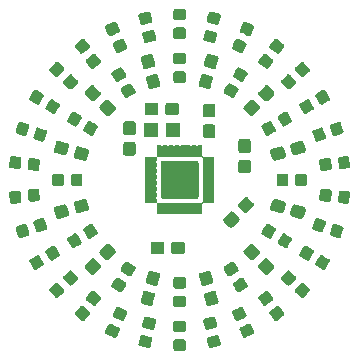
<source format=gts>
G04 #@! TF.GenerationSoftware,KiCad,Pcbnew,5.0.1*
G04 #@! TF.CreationDate,2019-02-14T21:06:13+01:00*
G04 #@! TF.ProjectId,AnalogWatch,416E616C6F6757617463682E6B696361,rev?*
G04 #@! TF.SameCoordinates,Original*
G04 #@! TF.FileFunction,Soldermask,Top*
G04 #@! TF.FilePolarity,Negative*
%FSLAX46Y46*%
G04 Gerber Fmt 4.6, Leading zero omitted, Abs format (unit mm)*
G04 Created by KiCad (PCBNEW 5.0.1) date Do 14 Feb 2019 21:06:13 CET*
%MOMM*%
%LPD*%
G01*
G04 APERTURE LIST*
%ADD10C,0.100000*%
G04 APERTURE END LIST*
D10*
G36*
X100379591Y-113503085D02*
X100413569Y-113513393D01*
X100444887Y-113530133D01*
X100472339Y-113552661D01*
X100494867Y-113580113D01*
X100511607Y-113611431D01*
X100521915Y-113645409D01*
X100526000Y-113686890D01*
X100526000Y-114288110D01*
X100521915Y-114329591D01*
X100511607Y-114363569D01*
X100494867Y-114394887D01*
X100472339Y-114422339D01*
X100444887Y-114444867D01*
X100413569Y-114461607D01*
X100379591Y-114471915D01*
X100338110Y-114476000D01*
X99661890Y-114476000D01*
X99620409Y-114471915D01*
X99586431Y-114461607D01*
X99555113Y-114444867D01*
X99527661Y-114422339D01*
X99505133Y-114394887D01*
X99488393Y-114363569D01*
X99478085Y-114329591D01*
X99474000Y-114288110D01*
X99474000Y-113686890D01*
X99478085Y-113645409D01*
X99488393Y-113611431D01*
X99505133Y-113580113D01*
X99527661Y-113552661D01*
X99555113Y-113530133D01*
X99586431Y-113513393D01*
X99620409Y-113503085D01*
X99661890Y-113499000D01*
X100338110Y-113499000D01*
X100379591Y-113503085D01*
X100379591Y-113503085D01*
G37*
G36*
X96862684Y-113133717D02*
X97524118Y-113274309D01*
X97563845Y-113286931D01*
X97594943Y-113304080D01*
X97622096Y-113326965D01*
X97644259Y-113354705D01*
X97660590Y-113386244D01*
X97670451Y-113420351D01*
X97673470Y-113455740D01*
X97668842Y-113497164D01*
X97657125Y-113552287D01*
X97657125Y-113552289D01*
X97560054Y-114008973D01*
X97543843Y-114085237D01*
X97531221Y-114124964D01*
X97514072Y-114156062D01*
X97491187Y-114183215D01*
X97463446Y-114205380D01*
X97431911Y-114221708D01*
X97397799Y-114231570D01*
X97362412Y-114234589D01*
X97320988Y-114229961D01*
X96659554Y-114089369D01*
X96619827Y-114076747D01*
X96588729Y-114059598D01*
X96561576Y-114036713D01*
X96539413Y-114008973D01*
X96523082Y-113977434D01*
X96513221Y-113943327D01*
X96510202Y-113907938D01*
X96514830Y-113866514D01*
X96526547Y-113811389D01*
X96628112Y-113333564D01*
X96628113Y-113333562D01*
X96639829Y-113278441D01*
X96652451Y-113238714D01*
X96669600Y-113207616D01*
X96692485Y-113180463D01*
X96720226Y-113158298D01*
X96751761Y-113141970D01*
X96785873Y-113132108D01*
X96821260Y-113129089D01*
X96862684Y-113133717D01*
X96862684Y-113133717D01*
G37*
G36*
X103214129Y-113132108D02*
X103248236Y-113141969D01*
X103279775Y-113158300D01*
X103307515Y-113180463D01*
X103330400Y-113207616D01*
X103347549Y-113238714D01*
X103360171Y-113278441D01*
X103371887Y-113333562D01*
X103371888Y-113333564D01*
X103473453Y-113811389D01*
X103485170Y-113866514D01*
X103489798Y-113907938D01*
X103486779Y-113943325D01*
X103476917Y-113977437D01*
X103460589Y-114008972D01*
X103438424Y-114036713D01*
X103411271Y-114059598D01*
X103380173Y-114076747D01*
X103340446Y-114089369D01*
X102679012Y-114229961D01*
X102637588Y-114234589D01*
X102602199Y-114231570D01*
X102568092Y-114221709D01*
X102536553Y-114205378D01*
X102508813Y-114183215D01*
X102485928Y-114156062D01*
X102468779Y-114124964D01*
X102456157Y-114085237D01*
X102439947Y-114008973D01*
X102342875Y-113552289D01*
X102342875Y-113552287D01*
X102331158Y-113497164D01*
X102326530Y-113455740D01*
X102329549Y-113420353D01*
X102339411Y-113386241D01*
X102355739Y-113354706D01*
X102377904Y-113326965D01*
X102405057Y-113304080D01*
X102436155Y-113286931D01*
X102475882Y-113274309D01*
X103137316Y-113133717D01*
X103178740Y-113129089D01*
X103214129Y-113132108D01*
X103214129Y-113132108D01*
G37*
G36*
X94161028Y-112181290D02*
X94200586Y-112194430D01*
X94252066Y-112217350D01*
X94252071Y-112217352D01*
X94530102Y-112341140D01*
X94818338Y-112469471D01*
X94854571Y-112490075D01*
X94881422Y-112513313D01*
X94903224Y-112541345D01*
X94919138Y-112573089D01*
X94928554Y-112607332D01*
X94931108Y-112642746D01*
X94926703Y-112677985D01*
X94913563Y-112717543D01*
X94669028Y-113266779D01*
X94648424Y-113303012D01*
X94625185Y-113329864D01*
X94597156Y-113351665D01*
X94565411Y-113367579D01*
X94531168Y-113376995D01*
X94495754Y-113379549D01*
X94460514Y-113375144D01*
X94420956Y-113362004D01*
X94369476Y-113339084D01*
X94369471Y-113339082D01*
X93926752Y-113141970D01*
X93803204Y-113086963D01*
X93766971Y-113066359D01*
X93740120Y-113043121D01*
X93718318Y-113015089D01*
X93702404Y-112983345D01*
X93692988Y-112949102D01*
X93690434Y-112913688D01*
X93694839Y-112878449D01*
X93707979Y-112838891D01*
X93952514Y-112289655D01*
X93973118Y-112253422D01*
X93996357Y-112226570D01*
X94024386Y-112204769D01*
X94056131Y-112188855D01*
X94090374Y-112179439D01*
X94125788Y-112176885D01*
X94161028Y-112181290D01*
X94161028Y-112181290D01*
G37*
G36*
X105909625Y-112179439D02*
X105943868Y-112188855D01*
X105975612Y-112204769D01*
X106003644Y-112226571D01*
X106026882Y-112253422D01*
X106047486Y-112289655D01*
X106292021Y-112838891D01*
X106305161Y-112878449D01*
X106309566Y-112913689D01*
X106307012Y-112949103D01*
X106297596Y-112983346D01*
X106281682Y-113015091D01*
X106259881Y-113043120D01*
X106233029Y-113066359D01*
X106196796Y-113086963D01*
X106073248Y-113141970D01*
X105630529Y-113339082D01*
X105630524Y-113339084D01*
X105579044Y-113362004D01*
X105539486Y-113375144D01*
X105504247Y-113379549D01*
X105468833Y-113376995D01*
X105434590Y-113367579D01*
X105402846Y-113351665D01*
X105374814Y-113329863D01*
X105351576Y-113303012D01*
X105330972Y-113266779D01*
X105086437Y-112717543D01*
X105073297Y-112677985D01*
X105068892Y-112642745D01*
X105071446Y-112607331D01*
X105080862Y-112573088D01*
X105096776Y-112541343D01*
X105118577Y-112513314D01*
X105145429Y-112490075D01*
X105181662Y-112469471D01*
X105469898Y-112341140D01*
X105747929Y-112217352D01*
X105747934Y-112217350D01*
X105799414Y-112194430D01*
X105838972Y-112181290D01*
X105874211Y-112176885D01*
X105909625Y-112179439D01*
X105909625Y-112179439D01*
G37*
G36*
X100379591Y-111928085D02*
X100413569Y-111938393D01*
X100444887Y-111955133D01*
X100472339Y-111977661D01*
X100494867Y-112005113D01*
X100511607Y-112036431D01*
X100521915Y-112070409D01*
X100526000Y-112111890D01*
X100526000Y-112713110D01*
X100521915Y-112754591D01*
X100511607Y-112788569D01*
X100494867Y-112819887D01*
X100472339Y-112847339D01*
X100444887Y-112869867D01*
X100413569Y-112886607D01*
X100379591Y-112896915D01*
X100338110Y-112901000D01*
X99661890Y-112901000D01*
X99620409Y-112896915D01*
X99586431Y-112886607D01*
X99555113Y-112869867D01*
X99527661Y-112847339D01*
X99505133Y-112819887D01*
X99488393Y-112788569D01*
X99478085Y-112754591D01*
X99474000Y-112713110D01*
X99474000Y-112111890D01*
X99478085Y-112070409D01*
X99488393Y-112036431D01*
X99505133Y-112005113D01*
X99527661Y-111977661D01*
X99555113Y-111955133D01*
X99586431Y-111938393D01*
X99620409Y-111928085D01*
X99661890Y-111924000D01*
X100338110Y-111924000D01*
X100379591Y-111928085D01*
X100379591Y-111928085D01*
G37*
G36*
X102886669Y-111591526D02*
X102920776Y-111601387D01*
X102952315Y-111617718D01*
X102980055Y-111639881D01*
X103002940Y-111667034D01*
X103020089Y-111698132D01*
X103032711Y-111737859D01*
X103044427Y-111792980D01*
X103044428Y-111792982D01*
X103144400Y-112263312D01*
X103157710Y-112325932D01*
X103162338Y-112367356D01*
X103159319Y-112402743D01*
X103149457Y-112436855D01*
X103133129Y-112468390D01*
X103110964Y-112496131D01*
X103083811Y-112519016D01*
X103052713Y-112536165D01*
X103012986Y-112548787D01*
X102351552Y-112689379D01*
X102310128Y-112694007D01*
X102274739Y-112690988D01*
X102240632Y-112681127D01*
X102209093Y-112664796D01*
X102181353Y-112642633D01*
X102158468Y-112615480D01*
X102141319Y-112584382D01*
X102128697Y-112544655D01*
X102112875Y-112470217D01*
X102015415Y-112011707D01*
X102015415Y-112011705D01*
X102003698Y-111956582D01*
X101999070Y-111915158D01*
X102002089Y-111879771D01*
X102011951Y-111845659D01*
X102028279Y-111814124D01*
X102050444Y-111786383D01*
X102077597Y-111763498D01*
X102108695Y-111746349D01*
X102148422Y-111733727D01*
X102809856Y-111593135D01*
X102851280Y-111588507D01*
X102886669Y-111591526D01*
X102886669Y-111591526D01*
G37*
G36*
X97190144Y-111593135D02*
X97851578Y-111733727D01*
X97891305Y-111746349D01*
X97922403Y-111763498D01*
X97949556Y-111786383D01*
X97971719Y-111814123D01*
X97988050Y-111845662D01*
X97997911Y-111879769D01*
X98000930Y-111915158D01*
X97996302Y-111956582D01*
X97984585Y-112011705D01*
X97984585Y-112011707D01*
X97887126Y-112470217D01*
X97871303Y-112544655D01*
X97858681Y-112584382D01*
X97841532Y-112615480D01*
X97818647Y-112642633D01*
X97790906Y-112664798D01*
X97759371Y-112681126D01*
X97725259Y-112690988D01*
X97689872Y-112694007D01*
X97648448Y-112689379D01*
X96987014Y-112548787D01*
X96947287Y-112536165D01*
X96916189Y-112519016D01*
X96889036Y-112496131D01*
X96866873Y-112468391D01*
X96850542Y-112436852D01*
X96840681Y-112402745D01*
X96837662Y-112367356D01*
X96842290Y-112325932D01*
X96855600Y-112263312D01*
X96955572Y-111792982D01*
X96955573Y-111792980D01*
X96967289Y-111737859D01*
X96979911Y-111698132D01*
X96997060Y-111667034D01*
X97019945Y-111639881D01*
X97047686Y-111617716D01*
X97079221Y-111601388D01*
X97113333Y-111591526D01*
X97148720Y-111588507D01*
X97190144Y-111593135D01*
X97190144Y-111593135D01*
G37*
G36*
X108348183Y-110686699D02*
X108382547Y-110695666D01*
X108414494Y-110711162D01*
X108442808Y-110732595D01*
X108470496Y-110763753D01*
X108823881Y-111250146D01*
X108844958Y-111286107D01*
X108856594Y-111319661D01*
X108861459Y-111354833D01*
X108859368Y-111390282D01*
X108850401Y-111424647D01*
X108834905Y-111456594D01*
X108813474Y-111484906D01*
X108782314Y-111512595D01*
X108235245Y-111910064D01*
X108199282Y-111931143D01*
X108165734Y-111942775D01*
X108130555Y-111947642D01*
X108095109Y-111945551D01*
X108060745Y-111936584D01*
X108028798Y-111921088D01*
X108000484Y-111899655D01*
X107972796Y-111868497D01*
X107619411Y-111382104D01*
X107598334Y-111346143D01*
X107586698Y-111312589D01*
X107581833Y-111277417D01*
X107583924Y-111241968D01*
X107592891Y-111207603D01*
X107608387Y-111175656D01*
X107629818Y-111147344D01*
X107660978Y-111119655D01*
X108208047Y-110722186D01*
X108244010Y-110701107D01*
X108277558Y-110689475D01*
X108312737Y-110684608D01*
X108348183Y-110686699D01*
X108348183Y-110686699D01*
G37*
G36*
X91722438Y-110689473D02*
X91755992Y-110701109D01*
X91791953Y-110722186D01*
X92339022Y-111119655D01*
X92370180Y-111147343D01*
X92391613Y-111175657D01*
X92407109Y-111207604D01*
X92416076Y-111241968D01*
X92418167Y-111277414D01*
X92413300Y-111312593D01*
X92401668Y-111346141D01*
X92380589Y-111382104D01*
X92027204Y-111868497D01*
X91999515Y-111899657D01*
X91971203Y-111921088D01*
X91939256Y-111936584D01*
X91904891Y-111945551D01*
X91869442Y-111947642D01*
X91834270Y-111942777D01*
X91800716Y-111931141D01*
X91764755Y-111910064D01*
X91217686Y-111512595D01*
X91186528Y-111484907D01*
X91165095Y-111456593D01*
X91149599Y-111424646D01*
X91140632Y-111390282D01*
X91138541Y-111354836D01*
X91143408Y-111319657D01*
X91155040Y-111286109D01*
X91176119Y-111250146D01*
X91529504Y-110763753D01*
X91557193Y-110732593D01*
X91585505Y-110711162D01*
X91617452Y-110695666D01*
X91651817Y-110686699D01*
X91687266Y-110684608D01*
X91722438Y-110689473D01*
X91722438Y-110689473D01*
G37*
G36*
X105269015Y-110740605D02*
X105303258Y-110750021D01*
X105335002Y-110765935D01*
X105363034Y-110787737D01*
X105386272Y-110814588D01*
X105406876Y-110850821D01*
X105562158Y-111199592D01*
X105624018Y-111338530D01*
X105651411Y-111400057D01*
X105664551Y-111439615D01*
X105668956Y-111474855D01*
X105666402Y-111510269D01*
X105656986Y-111544512D01*
X105641072Y-111576257D01*
X105619271Y-111604286D01*
X105592419Y-111627525D01*
X105556186Y-111648129D01*
X105504702Y-111671051D01*
X104989919Y-111900248D01*
X104989914Y-111900250D01*
X104938434Y-111923170D01*
X104898876Y-111936310D01*
X104863637Y-111940715D01*
X104828223Y-111938161D01*
X104793980Y-111928745D01*
X104762236Y-111912831D01*
X104734204Y-111891029D01*
X104710966Y-111864178D01*
X104690362Y-111827945D01*
X104479721Y-111354836D01*
X104468749Y-111330193D01*
X104468749Y-111330192D01*
X104445827Y-111278709D01*
X104432687Y-111239151D01*
X104428282Y-111203911D01*
X104430836Y-111168497D01*
X104440252Y-111134254D01*
X104456166Y-111102509D01*
X104477967Y-111074480D01*
X104504819Y-111051241D01*
X104541052Y-111030637D01*
X104829288Y-110902306D01*
X105107319Y-110778518D01*
X105107324Y-110778516D01*
X105158804Y-110755596D01*
X105198362Y-110742456D01*
X105233601Y-110738051D01*
X105269015Y-110740605D01*
X105269015Y-110740605D01*
G37*
G36*
X94801638Y-110742456D02*
X94841196Y-110755596D01*
X94892676Y-110778516D01*
X94892681Y-110778518D01*
X95170712Y-110902306D01*
X95458948Y-111030637D01*
X95495181Y-111051241D01*
X95522032Y-111074479D01*
X95543834Y-111102511D01*
X95559748Y-111134255D01*
X95569164Y-111168498D01*
X95571718Y-111203912D01*
X95567313Y-111239151D01*
X95554173Y-111278709D01*
X95531251Y-111330192D01*
X95531251Y-111330193D01*
X95520279Y-111354836D01*
X95309638Y-111827945D01*
X95289034Y-111864178D01*
X95265795Y-111891030D01*
X95237766Y-111912831D01*
X95206021Y-111928745D01*
X95171778Y-111938161D01*
X95136364Y-111940715D01*
X95101124Y-111936310D01*
X95061566Y-111923170D01*
X95010086Y-111900250D01*
X95010081Y-111900248D01*
X94495298Y-111671051D01*
X94443814Y-111648129D01*
X94407581Y-111627525D01*
X94380730Y-111604287D01*
X94358928Y-111576255D01*
X94343014Y-111544511D01*
X94333598Y-111510268D01*
X94331044Y-111474854D01*
X94335449Y-111439615D01*
X94348589Y-111400057D01*
X94375983Y-111338530D01*
X94437842Y-111199592D01*
X94593124Y-110850821D01*
X94613728Y-110814588D01*
X94636967Y-110787736D01*
X94664996Y-110765935D01*
X94696741Y-110750021D01*
X94730984Y-110740605D01*
X94766398Y-110738051D01*
X94801638Y-110742456D01*
X94801638Y-110742456D01*
G37*
G36*
X100379591Y-109803085D02*
X100413569Y-109813393D01*
X100444887Y-109830133D01*
X100472339Y-109852661D01*
X100494867Y-109880113D01*
X100511607Y-109911431D01*
X100521915Y-109945409D01*
X100526000Y-109986890D01*
X100526000Y-110588110D01*
X100521915Y-110629591D01*
X100511607Y-110663569D01*
X100494867Y-110694887D01*
X100472339Y-110722339D01*
X100444887Y-110744867D01*
X100413569Y-110761607D01*
X100379591Y-110771915D01*
X100338110Y-110776000D01*
X99661890Y-110776000D01*
X99620409Y-110771915D01*
X99586431Y-110761607D01*
X99555113Y-110744867D01*
X99527661Y-110722339D01*
X99505133Y-110694887D01*
X99488393Y-110663569D01*
X99478085Y-110629591D01*
X99474000Y-110588110D01*
X99474000Y-109986890D01*
X99478085Y-109945409D01*
X99488393Y-109911431D01*
X99505133Y-109880113D01*
X99527661Y-109852661D01*
X99555113Y-109830133D01*
X99586431Y-109813393D01*
X99620409Y-109803085D01*
X99661890Y-109799000D01*
X100338110Y-109799000D01*
X100379591Y-109803085D01*
X100379591Y-109803085D01*
G37*
G36*
X92648200Y-109415271D02*
X92681754Y-109426907D01*
X92717715Y-109447984D01*
X93264784Y-109845453D01*
X93295942Y-109873141D01*
X93317375Y-109901455D01*
X93332871Y-109933402D01*
X93341838Y-109967766D01*
X93343929Y-110003212D01*
X93339062Y-110038391D01*
X93327430Y-110071939D01*
X93306351Y-110107902D01*
X92952966Y-110594295D01*
X92925277Y-110625455D01*
X92896965Y-110646886D01*
X92865018Y-110662382D01*
X92830653Y-110671349D01*
X92795204Y-110673440D01*
X92760032Y-110668575D01*
X92726478Y-110656939D01*
X92690517Y-110635862D01*
X92143448Y-110238393D01*
X92112290Y-110210705D01*
X92090857Y-110182391D01*
X92075361Y-110150444D01*
X92066394Y-110116080D01*
X92064303Y-110080634D01*
X92069170Y-110045455D01*
X92080802Y-110011907D01*
X92101881Y-109975944D01*
X92455266Y-109489551D01*
X92482955Y-109458391D01*
X92511267Y-109436960D01*
X92543214Y-109421464D01*
X92577579Y-109412497D01*
X92613028Y-109410406D01*
X92648200Y-109415271D01*
X92648200Y-109415271D01*
G37*
G36*
X107422421Y-109412497D02*
X107456785Y-109421464D01*
X107488732Y-109436960D01*
X107517046Y-109458393D01*
X107544734Y-109489551D01*
X107898119Y-109975944D01*
X107919196Y-110011905D01*
X107930832Y-110045459D01*
X107935697Y-110080631D01*
X107933606Y-110116080D01*
X107924639Y-110150445D01*
X107909143Y-110182392D01*
X107887712Y-110210704D01*
X107856552Y-110238393D01*
X107309483Y-110635862D01*
X107273520Y-110656941D01*
X107239972Y-110668573D01*
X107204793Y-110673440D01*
X107169347Y-110671349D01*
X107134983Y-110662382D01*
X107103036Y-110646886D01*
X107074722Y-110625453D01*
X107047034Y-110594295D01*
X106693649Y-110107902D01*
X106672572Y-110071941D01*
X106660936Y-110038387D01*
X106656071Y-110003215D01*
X106658162Y-109967766D01*
X106667129Y-109933401D01*
X106682625Y-109901454D01*
X106704056Y-109873142D01*
X106735216Y-109845453D01*
X107282285Y-109447984D01*
X107318248Y-109426905D01*
X107351796Y-109415273D01*
X107386975Y-109410406D01*
X107422421Y-109412497D01*
X107422421Y-109412497D01*
G37*
G36*
X97155348Y-109382448D02*
X97772310Y-109547763D01*
X97814757Y-109563739D01*
X97848037Y-109584434D01*
X97876637Y-109611220D01*
X97899461Y-109643072D01*
X97915634Y-109678764D01*
X97924532Y-109716929D01*
X97925814Y-109756096D01*
X97918427Y-109800839D01*
X97903840Y-109855278D01*
X97903839Y-109855285D01*
X97773884Y-110340283D01*
X97727230Y-110514397D01*
X97711256Y-110556840D01*
X97690560Y-110590121D01*
X97663774Y-110618721D01*
X97631922Y-110641545D01*
X97596230Y-110657718D01*
X97558065Y-110666616D01*
X97518897Y-110667898D01*
X97474156Y-110660512D01*
X96857194Y-110495197D01*
X96814747Y-110479221D01*
X96781467Y-110458526D01*
X96752867Y-110431740D01*
X96730043Y-110399888D01*
X96713870Y-110364196D01*
X96704972Y-110326031D01*
X96703690Y-110286864D01*
X96711077Y-110242121D01*
X96725664Y-110187682D01*
X96725665Y-110187675D01*
X96887686Y-109583006D01*
X96887686Y-109583005D01*
X96902274Y-109528563D01*
X96918248Y-109486120D01*
X96938944Y-109452839D01*
X96965730Y-109424239D01*
X96997582Y-109401415D01*
X97033274Y-109385242D01*
X97071439Y-109376344D01*
X97110607Y-109375062D01*
X97155348Y-109382448D01*
X97155348Y-109382448D01*
G37*
G36*
X102928561Y-109376344D02*
X102966726Y-109385242D01*
X103002418Y-109401415D01*
X103034270Y-109424239D01*
X103061056Y-109452839D01*
X103081752Y-109486120D01*
X103097726Y-109528563D01*
X103112314Y-109583005D01*
X103112314Y-109583006D01*
X103274335Y-110187675D01*
X103274336Y-110187682D01*
X103288923Y-110242121D01*
X103296310Y-110286864D01*
X103295028Y-110326031D01*
X103286130Y-110364196D01*
X103269957Y-110399888D01*
X103247133Y-110431740D01*
X103218533Y-110458526D01*
X103185253Y-110479221D01*
X103142806Y-110495197D01*
X102525844Y-110660512D01*
X102481103Y-110667898D01*
X102441935Y-110666616D01*
X102403770Y-110657718D01*
X102368078Y-110641545D01*
X102336226Y-110618721D01*
X102309440Y-110590121D01*
X102288744Y-110556840D01*
X102272770Y-110514397D01*
X102226116Y-110340283D01*
X102096161Y-109855285D01*
X102096160Y-109855278D01*
X102081573Y-109800839D01*
X102074186Y-109756096D01*
X102075468Y-109716929D01*
X102084366Y-109678764D01*
X102100539Y-109643072D01*
X102123363Y-109611220D01*
X102151963Y-109584434D01*
X102185243Y-109563739D01*
X102227690Y-109547763D01*
X102844652Y-109382448D01*
X102889393Y-109375062D01*
X102928561Y-109376344D01*
X102928561Y-109376344D01*
G37*
G36*
X110423123Y-108719110D02*
X110457594Y-108727625D01*
X110489744Y-108742703D01*
X110523313Y-108767428D01*
X110970097Y-109169715D01*
X110998188Y-109200506D01*
X111016548Y-109230911D01*
X111028619Y-109264303D01*
X111033944Y-109299409D01*
X111032318Y-109334886D01*
X111023802Y-109369358D01*
X111008725Y-109401508D01*
X110984000Y-109435076D01*
X110796719Y-109643072D01*
X110591907Y-109870539D01*
X110531527Y-109937597D01*
X110500736Y-109965688D01*
X110470331Y-109984047D01*
X110436938Y-109996119D01*
X110401833Y-110001444D01*
X110366355Y-109999818D01*
X110331884Y-109991303D01*
X110299734Y-109976225D01*
X110266165Y-109951500D01*
X109819381Y-109549213D01*
X109791290Y-109518422D01*
X109772930Y-109488017D01*
X109760859Y-109454625D01*
X109755534Y-109419519D01*
X109757160Y-109384042D01*
X109765676Y-109349570D01*
X109780753Y-109317420D01*
X109805478Y-109283852D01*
X110257951Y-108781331D01*
X110288742Y-108753240D01*
X110319147Y-108734881D01*
X110352540Y-108722809D01*
X110387645Y-108717484D01*
X110423123Y-108719110D01*
X110423123Y-108719110D01*
G37*
G36*
X89647461Y-108722809D02*
X89680853Y-108734880D01*
X89711258Y-108753240D01*
X89742049Y-108781331D01*
X90194522Y-109283852D01*
X90219247Y-109317420D01*
X90234325Y-109349570D01*
X90242840Y-109384041D01*
X90244466Y-109419519D01*
X90239141Y-109454624D01*
X90227069Y-109488017D01*
X90208710Y-109518422D01*
X90180619Y-109549213D01*
X89733835Y-109951500D01*
X89700266Y-109976225D01*
X89668116Y-109991302D01*
X89633644Y-109999818D01*
X89598167Y-110001444D01*
X89563061Y-109996119D01*
X89529669Y-109984048D01*
X89499264Y-109965688D01*
X89468473Y-109937597D01*
X89408094Y-109870539D01*
X89203281Y-109643072D01*
X89016000Y-109435076D01*
X88991275Y-109401508D01*
X88976197Y-109369358D01*
X88967682Y-109334887D01*
X88966056Y-109299409D01*
X88971381Y-109264304D01*
X88983453Y-109230911D01*
X89001812Y-109200506D01*
X89029903Y-109169715D01*
X89476687Y-108767428D01*
X89510256Y-108742703D01*
X89542406Y-108727626D01*
X89576878Y-108719110D01*
X89612355Y-108717484D01*
X89647461Y-108722809D01*
X89647461Y-108722809D01*
G37*
G36*
X94735138Y-108291862D02*
X94769726Y-108299927D01*
X94807688Y-108317128D01*
X94856490Y-108345304D01*
X94856497Y-108345307D01*
X95344503Y-108627057D01*
X95344511Y-108627063D01*
X95393312Y-108655238D01*
X95427190Y-108679515D01*
X95451464Y-108705432D01*
X95470221Y-108735594D01*
X95482726Y-108768820D01*
X95488511Y-108803864D01*
X95487350Y-108839350D01*
X95479285Y-108873938D01*
X95462084Y-108911900D01*
X95433908Y-108960702D01*
X95433905Y-108960709D01*
X95189655Y-109383763D01*
X95189649Y-109383771D01*
X95161474Y-109432572D01*
X95137197Y-109466450D01*
X95111280Y-109490724D01*
X95081118Y-109509481D01*
X95047892Y-109521986D01*
X95012848Y-109527771D01*
X94977362Y-109526610D01*
X94942774Y-109518545D01*
X94904812Y-109501344D01*
X94856010Y-109473168D01*
X94856003Y-109473165D01*
X94367997Y-109191415D01*
X94367989Y-109191409D01*
X94319188Y-109163234D01*
X94285310Y-109138957D01*
X94261036Y-109113040D01*
X94242279Y-109082878D01*
X94229774Y-109049652D01*
X94223989Y-109014608D01*
X94225150Y-108979122D01*
X94233215Y-108944534D01*
X94250416Y-108906572D01*
X94278592Y-108857770D01*
X94278595Y-108857763D01*
X94522845Y-108434709D01*
X94522851Y-108434701D01*
X94551026Y-108385900D01*
X94575303Y-108352022D01*
X94601220Y-108327748D01*
X94631382Y-108308991D01*
X94664608Y-108296486D01*
X94699652Y-108290701D01*
X94735138Y-108291862D01*
X94735138Y-108291862D01*
G37*
G36*
X105335392Y-108296486D02*
X105368618Y-108308991D01*
X105398780Y-108327748D01*
X105424697Y-108352022D01*
X105448974Y-108385900D01*
X105477149Y-108434701D01*
X105477155Y-108434709D01*
X105721405Y-108857763D01*
X105721408Y-108857770D01*
X105749584Y-108906572D01*
X105766785Y-108944534D01*
X105774850Y-108979122D01*
X105776011Y-109014608D01*
X105770226Y-109049652D01*
X105757721Y-109082878D01*
X105738964Y-109113040D01*
X105714690Y-109138957D01*
X105680812Y-109163234D01*
X105632011Y-109191409D01*
X105632003Y-109191415D01*
X105143997Y-109473165D01*
X105143990Y-109473168D01*
X105095188Y-109501344D01*
X105057226Y-109518545D01*
X105022638Y-109526610D01*
X104987152Y-109527771D01*
X104952108Y-109521986D01*
X104918882Y-109509481D01*
X104888720Y-109490724D01*
X104862803Y-109466450D01*
X104838526Y-109432572D01*
X104810351Y-109383771D01*
X104810345Y-109383763D01*
X104566095Y-108960709D01*
X104566092Y-108960702D01*
X104537916Y-108911900D01*
X104520715Y-108873938D01*
X104512650Y-108839350D01*
X104511489Y-108803864D01*
X104517274Y-108768820D01*
X104529779Y-108735594D01*
X104548536Y-108705432D01*
X104572810Y-108679515D01*
X104606688Y-108655238D01*
X104655489Y-108627063D01*
X104655497Y-108627057D01*
X105143503Y-108345307D01*
X105143510Y-108345304D01*
X105192312Y-108317128D01*
X105230274Y-108299927D01*
X105264862Y-108291862D01*
X105300348Y-108290701D01*
X105335392Y-108296486D01*
X105335392Y-108296486D01*
G37*
G36*
X100379591Y-108228085D02*
X100413569Y-108238393D01*
X100444887Y-108255133D01*
X100472339Y-108277661D01*
X100494867Y-108305113D01*
X100511607Y-108336431D01*
X100521915Y-108370409D01*
X100526000Y-108411890D01*
X100526000Y-109013110D01*
X100521915Y-109054591D01*
X100511607Y-109088569D01*
X100494867Y-109119887D01*
X100472339Y-109147339D01*
X100444887Y-109169867D01*
X100413569Y-109186607D01*
X100379591Y-109196915D01*
X100338110Y-109201000D01*
X99661890Y-109201000D01*
X99620409Y-109196915D01*
X99586431Y-109186607D01*
X99555113Y-109169867D01*
X99527661Y-109147339D01*
X99505133Y-109119887D01*
X99488393Y-109088569D01*
X99478085Y-109054591D01*
X99474000Y-109013110D01*
X99474000Y-108411890D01*
X99478085Y-108370409D01*
X99488393Y-108336431D01*
X99505133Y-108305113D01*
X99527661Y-108277661D01*
X99555113Y-108255133D01*
X99586431Y-108238393D01*
X99620409Y-108228085D01*
X99661890Y-108224000D01*
X100338110Y-108224000D01*
X100379591Y-108228085D01*
X100379591Y-108228085D01*
G37*
G36*
X102475627Y-107685974D02*
X102513792Y-107694872D01*
X102549484Y-107711045D01*
X102581336Y-107733869D01*
X102608122Y-107762469D01*
X102628818Y-107795750D01*
X102644792Y-107838193D01*
X102659380Y-107892635D01*
X102659380Y-107892636D01*
X102821401Y-108497305D01*
X102821402Y-108497312D01*
X102835989Y-108551751D01*
X102843376Y-108596494D01*
X102842094Y-108635661D01*
X102833196Y-108673826D01*
X102817023Y-108709518D01*
X102794199Y-108741370D01*
X102765599Y-108768156D01*
X102732319Y-108788851D01*
X102689872Y-108804827D01*
X102072910Y-108970142D01*
X102028169Y-108977528D01*
X101989001Y-108976246D01*
X101950836Y-108967348D01*
X101915144Y-108951175D01*
X101883292Y-108928351D01*
X101856506Y-108899751D01*
X101835810Y-108866470D01*
X101819836Y-108824027D01*
X101804339Y-108766192D01*
X101643227Y-108164915D01*
X101643226Y-108164908D01*
X101628639Y-108110469D01*
X101621252Y-108065726D01*
X101622534Y-108026559D01*
X101631432Y-107988394D01*
X101647605Y-107952702D01*
X101670429Y-107920850D01*
X101699029Y-107894064D01*
X101732309Y-107873369D01*
X101774756Y-107857393D01*
X102391718Y-107692078D01*
X102436459Y-107684692D01*
X102475627Y-107685974D01*
X102475627Y-107685974D01*
G37*
G36*
X97608282Y-107692078D02*
X98225244Y-107857393D01*
X98267691Y-107873369D01*
X98300971Y-107894064D01*
X98329571Y-107920850D01*
X98352395Y-107952702D01*
X98368568Y-107988394D01*
X98377466Y-108026559D01*
X98378748Y-108065726D01*
X98371361Y-108110469D01*
X98356774Y-108164908D01*
X98356773Y-108164915D01*
X98195661Y-108766192D01*
X98180164Y-108824027D01*
X98164190Y-108866470D01*
X98143494Y-108899751D01*
X98116708Y-108928351D01*
X98084856Y-108951175D01*
X98049164Y-108967348D01*
X98010999Y-108976246D01*
X97971831Y-108977528D01*
X97927090Y-108970142D01*
X97310128Y-108804827D01*
X97267681Y-108788851D01*
X97234401Y-108768156D01*
X97205801Y-108741370D01*
X97182977Y-108709518D01*
X97166804Y-108673826D01*
X97157906Y-108635661D01*
X97156624Y-108596494D01*
X97164011Y-108551751D01*
X97178598Y-108497312D01*
X97178599Y-108497305D01*
X97340620Y-107892636D01*
X97340620Y-107892635D01*
X97355208Y-107838193D01*
X97371182Y-107795750D01*
X97391878Y-107762469D01*
X97418664Y-107733869D01*
X97450516Y-107711045D01*
X97486208Y-107694872D01*
X97524373Y-107685974D01*
X97563541Y-107684692D01*
X97608282Y-107692078D01*
X97608282Y-107692078D01*
G37*
G36*
X90817915Y-107668929D02*
X90851307Y-107681000D01*
X90881712Y-107699360D01*
X90912503Y-107727451D01*
X91364976Y-108229972D01*
X91389701Y-108263540D01*
X91404779Y-108295690D01*
X91413294Y-108330161D01*
X91414920Y-108365639D01*
X91409595Y-108400744D01*
X91397523Y-108434137D01*
X91379164Y-108464542D01*
X91351073Y-108495333D01*
X90904289Y-108897620D01*
X90870720Y-108922345D01*
X90838570Y-108937422D01*
X90804098Y-108945938D01*
X90768621Y-108947564D01*
X90733515Y-108942239D01*
X90700123Y-108930168D01*
X90669718Y-108911808D01*
X90638927Y-108883717D01*
X90598979Y-108839350D01*
X90498381Y-108727625D01*
X90186454Y-108381196D01*
X90161729Y-108347628D01*
X90146651Y-108315478D01*
X90138136Y-108281007D01*
X90136510Y-108245529D01*
X90141835Y-108210424D01*
X90153907Y-108177031D01*
X90172266Y-108146626D01*
X90200357Y-108115835D01*
X90647141Y-107713548D01*
X90680710Y-107688823D01*
X90712860Y-107673746D01*
X90747332Y-107665230D01*
X90782809Y-107663604D01*
X90817915Y-107668929D01*
X90817915Y-107668929D01*
G37*
G36*
X109252669Y-107665230D02*
X109287140Y-107673745D01*
X109319290Y-107688823D01*
X109352859Y-107713548D01*
X109799643Y-108115835D01*
X109827734Y-108146626D01*
X109846094Y-108177031D01*
X109858165Y-108210423D01*
X109863490Y-108245529D01*
X109861864Y-108281006D01*
X109853348Y-108315478D01*
X109838271Y-108347628D01*
X109813546Y-108381196D01*
X109501619Y-108727625D01*
X109401022Y-108839350D01*
X109361073Y-108883717D01*
X109330282Y-108911808D01*
X109299877Y-108930167D01*
X109266484Y-108942239D01*
X109231379Y-108947564D01*
X109195901Y-108945938D01*
X109161430Y-108937423D01*
X109129280Y-108922345D01*
X109095711Y-108897620D01*
X108648927Y-108495333D01*
X108620836Y-108464542D01*
X108602476Y-108434137D01*
X108590405Y-108400745D01*
X108585080Y-108365639D01*
X108586706Y-108330162D01*
X108595222Y-108295690D01*
X108610299Y-108263540D01*
X108635024Y-108229972D01*
X109087497Y-107727451D01*
X109118288Y-107699360D01*
X109148693Y-107681001D01*
X109182086Y-107668929D01*
X109217191Y-107663604D01*
X109252669Y-107665230D01*
X109252669Y-107665230D01*
G37*
G36*
X95522638Y-106927872D02*
X95557226Y-106935937D01*
X95595188Y-106953138D01*
X95643990Y-106981314D01*
X95643997Y-106981317D01*
X96132003Y-107263067D01*
X96132011Y-107263073D01*
X96180812Y-107291248D01*
X96214690Y-107315525D01*
X96238964Y-107341442D01*
X96257721Y-107371604D01*
X96270226Y-107404830D01*
X96276011Y-107439874D01*
X96274850Y-107475360D01*
X96266785Y-107509948D01*
X96249584Y-107547910D01*
X96221408Y-107596712D01*
X96221405Y-107596719D01*
X95977155Y-108019773D01*
X95977149Y-108019781D01*
X95948974Y-108068582D01*
X95924697Y-108102460D01*
X95898780Y-108126734D01*
X95868618Y-108145491D01*
X95835392Y-108157996D01*
X95800348Y-108163781D01*
X95764862Y-108162620D01*
X95730274Y-108154555D01*
X95692312Y-108137354D01*
X95643510Y-108109178D01*
X95643503Y-108109175D01*
X95155497Y-107827425D01*
X95155489Y-107827419D01*
X95106688Y-107799244D01*
X95072810Y-107774967D01*
X95048536Y-107749050D01*
X95029779Y-107718888D01*
X95017274Y-107685662D01*
X95011489Y-107650618D01*
X95012650Y-107615132D01*
X95020715Y-107580544D01*
X95037916Y-107542582D01*
X95066092Y-107493780D01*
X95066095Y-107493773D01*
X95310345Y-107070719D01*
X95310351Y-107070711D01*
X95338526Y-107021910D01*
X95362803Y-106988032D01*
X95388720Y-106963758D01*
X95418882Y-106945001D01*
X95452108Y-106932496D01*
X95487152Y-106926711D01*
X95522638Y-106927872D01*
X95522638Y-106927872D01*
G37*
G36*
X104547892Y-106932496D02*
X104581118Y-106945001D01*
X104611280Y-106963758D01*
X104637197Y-106988032D01*
X104661474Y-107021910D01*
X104689649Y-107070711D01*
X104689655Y-107070719D01*
X104933905Y-107493773D01*
X104933908Y-107493780D01*
X104962084Y-107542582D01*
X104979285Y-107580544D01*
X104987350Y-107615132D01*
X104988511Y-107650618D01*
X104982726Y-107685662D01*
X104970221Y-107718888D01*
X104951464Y-107749050D01*
X104927190Y-107774967D01*
X104893312Y-107799244D01*
X104844511Y-107827419D01*
X104844503Y-107827425D01*
X104356497Y-108109175D01*
X104356490Y-108109178D01*
X104307688Y-108137354D01*
X104269726Y-108154555D01*
X104235138Y-108162620D01*
X104199652Y-108163781D01*
X104164608Y-108157996D01*
X104131382Y-108145491D01*
X104101220Y-108126734D01*
X104075303Y-108102460D01*
X104051026Y-108068582D01*
X104022851Y-108019781D01*
X104022845Y-108019773D01*
X103778595Y-107596719D01*
X103778592Y-107596712D01*
X103750416Y-107547910D01*
X103733215Y-107509948D01*
X103725150Y-107475360D01*
X103723989Y-107439874D01*
X103729774Y-107404830D01*
X103742279Y-107371604D01*
X103761036Y-107341442D01*
X103785310Y-107315525D01*
X103819188Y-107291248D01*
X103867989Y-107263073D01*
X103867997Y-107263067D01*
X104356003Y-106981317D01*
X104356010Y-106981314D01*
X104404812Y-106953138D01*
X104442774Y-106935937D01*
X104477362Y-106927872D01*
X104512848Y-106926711D01*
X104547892Y-106932496D01*
X104547892Y-106932496D01*
G37*
G36*
X92738122Y-106644495D02*
X92775616Y-106655869D01*
X92810180Y-106674344D01*
X92845241Y-106703118D01*
X93296882Y-107154759D01*
X93325656Y-107189820D01*
X93344131Y-107224384D01*
X93355505Y-107261878D01*
X93359345Y-107300877D01*
X93355505Y-107339876D01*
X93344131Y-107377370D01*
X93325656Y-107411934D01*
X93296882Y-107446995D01*
X92774531Y-107969346D01*
X92739470Y-107998120D01*
X92704906Y-108016595D01*
X92667412Y-108027969D01*
X92628413Y-108031809D01*
X92589414Y-108027969D01*
X92551920Y-108016595D01*
X92517356Y-107998120D01*
X92482295Y-107969346D01*
X92030654Y-107517705D01*
X92001880Y-107482644D01*
X91983405Y-107448080D01*
X91972031Y-107410586D01*
X91968191Y-107371587D01*
X91972031Y-107332588D01*
X91983405Y-107295094D01*
X92001880Y-107260530D01*
X92030654Y-107225469D01*
X92553005Y-106703118D01*
X92588066Y-106674344D01*
X92622630Y-106655869D01*
X92660124Y-106644495D01*
X92699123Y-106640655D01*
X92738122Y-106644495D01*
X92738122Y-106644495D01*
G37*
G36*
X107339876Y-106644495D02*
X107377370Y-106655869D01*
X107411934Y-106674344D01*
X107446995Y-106703118D01*
X107969346Y-107225469D01*
X107998120Y-107260530D01*
X108016595Y-107295094D01*
X108027969Y-107332588D01*
X108031809Y-107371587D01*
X108027969Y-107410586D01*
X108016595Y-107448080D01*
X107998120Y-107482644D01*
X107969346Y-107517705D01*
X107517705Y-107969346D01*
X107482644Y-107998120D01*
X107448080Y-108016595D01*
X107410586Y-108027969D01*
X107371587Y-108031809D01*
X107332588Y-108027969D01*
X107295094Y-108016595D01*
X107260530Y-107998120D01*
X107225469Y-107969346D01*
X106703118Y-107446995D01*
X106674344Y-107411934D01*
X106655869Y-107377370D01*
X106644495Y-107339876D01*
X106640655Y-107300877D01*
X106644495Y-107261878D01*
X106655869Y-107224384D01*
X106674344Y-107189820D01*
X106703118Y-107154759D01*
X107154759Y-106703118D01*
X107189820Y-106674344D01*
X107224384Y-106655869D01*
X107261878Y-106644495D01*
X107300877Y-106640655D01*
X107339876Y-106644495D01*
X107339876Y-106644495D01*
G37*
G36*
X88026886Y-106367274D02*
X88060112Y-106379779D01*
X88090274Y-106398536D01*
X88116191Y-106422810D01*
X88140468Y-106456688D01*
X88168643Y-106505489D01*
X88168649Y-106505497D01*
X88450399Y-106993503D01*
X88450402Y-106993510D01*
X88478578Y-107042312D01*
X88495779Y-107080274D01*
X88503844Y-107114862D01*
X88505005Y-107150348D01*
X88499220Y-107185392D01*
X88486715Y-107218618D01*
X88467958Y-107248780D01*
X88443684Y-107274697D01*
X88409806Y-107298974D01*
X88361005Y-107327149D01*
X88360997Y-107327155D01*
X87937943Y-107571405D01*
X87937936Y-107571408D01*
X87889134Y-107599584D01*
X87851172Y-107616785D01*
X87816584Y-107624850D01*
X87781098Y-107626011D01*
X87746054Y-107620226D01*
X87712828Y-107607721D01*
X87682666Y-107588964D01*
X87656749Y-107564690D01*
X87632472Y-107530812D01*
X87604297Y-107482011D01*
X87604291Y-107482003D01*
X87322541Y-106993997D01*
X87322538Y-106993990D01*
X87294362Y-106945188D01*
X87277161Y-106907226D01*
X87269096Y-106872638D01*
X87267935Y-106837152D01*
X87273720Y-106802108D01*
X87286225Y-106768882D01*
X87304982Y-106738720D01*
X87329256Y-106712803D01*
X87363134Y-106688526D01*
X87411935Y-106660351D01*
X87411943Y-106660345D01*
X87834997Y-106416095D01*
X87835004Y-106416092D01*
X87883806Y-106387916D01*
X87921768Y-106370715D01*
X87956356Y-106362650D01*
X87991842Y-106361489D01*
X88026886Y-106367274D01*
X88026886Y-106367274D01*
G37*
G36*
X112043644Y-106362650D02*
X112078232Y-106370715D01*
X112116194Y-106387916D01*
X112164996Y-106416092D01*
X112165003Y-106416095D01*
X112588057Y-106660345D01*
X112588065Y-106660351D01*
X112636866Y-106688526D01*
X112670744Y-106712803D01*
X112695018Y-106738720D01*
X112713775Y-106768882D01*
X112726280Y-106802108D01*
X112732065Y-106837152D01*
X112730904Y-106872638D01*
X112722839Y-106907226D01*
X112705638Y-106945188D01*
X112677462Y-106993990D01*
X112677459Y-106993997D01*
X112395709Y-107482003D01*
X112395703Y-107482011D01*
X112367528Y-107530812D01*
X112343251Y-107564690D01*
X112317334Y-107588964D01*
X112287172Y-107607721D01*
X112253946Y-107620226D01*
X112218902Y-107626011D01*
X112183416Y-107624850D01*
X112148828Y-107616785D01*
X112110866Y-107599584D01*
X112062064Y-107571408D01*
X112062057Y-107571405D01*
X111639003Y-107327155D01*
X111638995Y-107327149D01*
X111590194Y-107298974D01*
X111556316Y-107274697D01*
X111532042Y-107248780D01*
X111513285Y-107218618D01*
X111500780Y-107185392D01*
X111494995Y-107150348D01*
X111496156Y-107114862D01*
X111504221Y-107080274D01*
X111521422Y-107042312D01*
X111549598Y-106993510D01*
X111549601Y-106993503D01*
X111831351Y-106505497D01*
X111831357Y-106505489D01*
X111859532Y-106456688D01*
X111883809Y-106422810D01*
X111909726Y-106398536D01*
X111939888Y-106379779D01*
X111973114Y-106367274D01*
X112008158Y-106361489D01*
X112043644Y-106362650D01*
X112043644Y-106362650D01*
G37*
G36*
X89390876Y-105579774D02*
X89424102Y-105592279D01*
X89454264Y-105611036D01*
X89480181Y-105635310D01*
X89504458Y-105669188D01*
X89532633Y-105717989D01*
X89532639Y-105717997D01*
X89814389Y-106206003D01*
X89814392Y-106206010D01*
X89842568Y-106254812D01*
X89859769Y-106292774D01*
X89867834Y-106327362D01*
X89868995Y-106362848D01*
X89863210Y-106397892D01*
X89850705Y-106431118D01*
X89831948Y-106461280D01*
X89807674Y-106487197D01*
X89773796Y-106511474D01*
X89724995Y-106539649D01*
X89724987Y-106539655D01*
X89301933Y-106783905D01*
X89301926Y-106783908D01*
X89253124Y-106812084D01*
X89215162Y-106829285D01*
X89180574Y-106837350D01*
X89145088Y-106838511D01*
X89110044Y-106832726D01*
X89076818Y-106820221D01*
X89046656Y-106801464D01*
X89020739Y-106777190D01*
X88996462Y-106743312D01*
X88968287Y-106694511D01*
X88968281Y-106694503D01*
X88686531Y-106206497D01*
X88686528Y-106206490D01*
X88658352Y-106157688D01*
X88641151Y-106119726D01*
X88633086Y-106085138D01*
X88631925Y-106049652D01*
X88637710Y-106014608D01*
X88650215Y-105981382D01*
X88668972Y-105951220D01*
X88693246Y-105925303D01*
X88727124Y-105901026D01*
X88775925Y-105872851D01*
X88775933Y-105872845D01*
X89198987Y-105628595D01*
X89198994Y-105628592D01*
X89247796Y-105600416D01*
X89285758Y-105583215D01*
X89320346Y-105575150D01*
X89355832Y-105573989D01*
X89390876Y-105579774D01*
X89390876Y-105579774D01*
G37*
G36*
X110679654Y-105575150D02*
X110714242Y-105583215D01*
X110752204Y-105600416D01*
X110801006Y-105628592D01*
X110801013Y-105628595D01*
X111224067Y-105872845D01*
X111224075Y-105872851D01*
X111272876Y-105901026D01*
X111306754Y-105925303D01*
X111331028Y-105951220D01*
X111349785Y-105981382D01*
X111362290Y-106014608D01*
X111368075Y-106049652D01*
X111366914Y-106085138D01*
X111358849Y-106119726D01*
X111341648Y-106157688D01*
X111313472Y-106206490D01*
X111313469Y-106206497D01*
X111031719Y-106694503D01*
X111031713Y-106694511D01*
X111003538Y-106743312D01*
X110979261Y-106777190D01*
X110953344Y-106801464D01*
X110923182Y-106820221D01*
X110889956Y-106832726D01*
X110854912Y-106838511D01*
X110819426Y-106837350D01*
X110784838Y-106829285D01*
X110746876Y-106812084D01*
X110698074Y-106783908D01*
X110698067Y-106783905D01*
X110275013Y-106539655D01*
X110275005Y-106539649D01*
X110226204Y-106511474D01*
X110192326Y-106487197D01*
X110168052Y-106461280D01*
X110149295Y-106431118D01*
X110136790Y-106397892D01*
X110131005Y-106362848D01*
X110132166Y-106327362D01*
X110140231Y-106292774D01*
X110157432Y-106254812D01*
X110185608Y-106206010D01*
X110185611Y-106206003D01*
X110467361Y-105717997D01*
X110467367Y-105717989D01*
X110495542Y-105669188D01*
X110519819Y-105635310D01*
X110545736Y-105611036D01*
X110575898Y-105592279D01*
X110609124Y-105579774D01*
X110644168Y-105573989D01*
X110679654Y-105575150D01*
X110679654Y-105575150D01*
G37*
G36*
X106102440Y-105407059D02*
X106139934Y-105418433D01*
X106174498Y-105436908D01*
X106209559Y-105465682D01*
X106731910Y-105988033D01*
X106760684Y-106023094D01*
X106779159Y-106057658D01*
X106790533Y-106095152D01*
X106794373Y-106134151D01*
X106790533Y-106173150D01*
X106779159Y-106210644D01*
X106760684Y-106245208D01*
X106731910Y-106280269D01*
X106280269Y-106731910D01*
X106245208Y-106760684D01*
X106210644Y-106779159D01*
X106173150Y-106790533D01*
X106134151Y-106794373D01*
X106095152Y-106790533D01*
X106057658Y-106779159D01*
X106023094Y-106760684D01*
X105988033Y-106731910D01*
X105465682Y-106209559D01*
X105436908Y-106174498D01*
X105418433Y-106139934D01*
X105407059Y-106102440D01*
X105403219Y-106063441D01*
X105407059Y-106024442D01*
X105418433Y-105986948D01*
X105436908Y-105952384D01*
X105465682Y-105917323D01*
X105917323Y-105465682D01*
X105952384Y-105436908D01*
X105986948Y-105418433D01*
X106024442Y-105407059D01*
X106063441Y-105403219D01*
X106102440Y-105407059D01*
X106102440Y-105407059D01*
G37*
G36*
X93975558Y-105407059D02*
X94013052Y-105418433D01*
X94047616Y-105436908D01*
X94082677Y-105465682D01*
X94534318Y-105917323D01*
X94563092Y-105952384D01*
X94581567Y-105986948D01*
X94592941Y-106024442D01*
X94596781Y-106063441D01*
X94592941Y-106102440D01*
X94581567Y-106139934D01*
X94563092Y-106174498D01*
X94534318Y-106209559D01*
X94011967Y-106731910D01*
X93976906Y-106760684D01*
X93942342Y-106779159D01*
X93904848Y-106790533D01*
X93865849Y-106794373D01*
X93826850Y-106790533D01*
X93789356Y-106779159D01*
X93754792Y-106760684D01*
X93719731Y-106731910D01*
X93268090Y-106280269D01*
X93239316Y-106245208D01*
X93220841Y-106210644D01*
X93209467Y-106173150D01*
X93205627Y-106134151D01*
X93209467Y-106095152D01*
X93220841Y-106057658D01*
X93239316Y-106023094D01*
X93268090Y-105988033D01*
X93790441Y-105465682D01*
X93825502Y-105436908D01*
X93860066Y-105418433D01*
X93897560Y-105407059D01*
X93936559Y-105403219D01*
X93975558Y-105407059D01*
X93975558Y-105407059D01*
G37*
G36*
X100289498Y-105228445D02*
X100326992Y-105239819D01*
X100361556Y-105258294D01*
X100391846Y-105283153D01*
X100416705Y-105313443D01*
X100435180Y-105348007D01*
X100446554Y-105385501D01*
X100450999Y-105430638D01*
X100450999Y-106069362D01*
X100446554Y-106114499D01*
X100435180Y-106151993D01*
X100416705Y-106186557D01*
X100391846Y-106216847D01*
X100361556Y-106241706D01*
X100326992Y-106260181D01*
X100289498Y-106271555D01*
X100244361Y-106276000D01*
X99505637Y-106276000D01*
X99460500Y-106271555D01*
X99423006Y-106260181D01*
X99388442Y-106241706D01*
X99358152Y-106216847D01*
X99333293Y-106186557D01*
X99314818Y-106151993D01*
X99303444Y-106114499D01*
X99298999Y-106069362D01*
X99298999Y-105430638D01*
X99303444Y-105385501D01*
X99314818Y-105348007D01*
X99333293Y-105313443D01*
X99358152Y-105283153D01*
X99388442Y-105258294D01*
X99423006Y-105239819D01*
X99460500Y-105228445D01*
X99505637Y-105224000D01*
X100244361Y-105224000D01*
X100289498Y-105228445D01*
X100289498Y-105228445D01*
G37*
G36*
X98539500Y-105228445D02*
X98576994Y-105239819D01*
X98611558Y-105258294D01*
X98641848Y-105283153D01*
X98666707Y-105313443D01*
X98685182Y-105348007D01*
X98696556Y-105385501D01*
X98701001Y-105430638D01*
X98701001Y-106069362D01*
X98696556Y-106114499D01*
X98685182Y-106151993D01*
X98666707Y-106186557D01*
X98641848Y-106216847D01*
X98611558Y-106241706D01*
X98576994Y-106260181D01*
X98539500Y-106271555D01*
X98494363Y-106276000D01*
X97755639Y-106276000D01*
X97710502Y-106271555D01*
X97673008Y-106260181D01*
X97638444Y-106241706D01*
X97608154Y-106216847D01*
X97583295Y-106186557D01*
X97564820Y-106151993D01*
X97553446Y-106114499D01*
X97549001Y-106069362D01*
X97549001Y-105430638D01*
X97553446Y-105385501D01*
X97564820Y-105348007D01*
X97583295Y-105313443D01*
X97608154Y-105283153D01*
X97638444Y-105258294D01*
X97673008Y-105239819D01*
X97710502Y-105228445D01*
X97755639Y-105224000D01*
X98494363Y-105224000D01*
X98539500Y-105228445D01*
X98539500Y-105228445D01*
G37*
G36*
X91231180Y-104517274D02*
X91264406Y-104529779D01*
X91294568Y-104548536D01*
X91320485Y-104572810D01*
X91344762Y-104606688D01*
X91372937Y-104655489D01*
X91372943Y-104655497D01*
X91654693Y-105143503D01*
X91654696Y-105143510D01*
X91682872Y-105192312D01*
X91700073Y-105230274D01*
X91708138Y-105264862D01*
X91709299Y-105300348D01*
X91703514Y-105335392D01*
X91691009Y-105368618D01*
X91672252Y-105398780D01*
X91647978Y-105424697D01*
X91614100Y-105448974D01*
X91565299Y-105477149D01*
X91565291Y-105477155D01*
X91142237Y-105721405D01*
X91142230Y-105721408D01*
X91093428Y-105749584D01*
X91055466Y-105766785D01*
X91020878Y-105774850D01*
X90985392Y-105776011D01*
X90950348Y-105770226D01*
X90917122Y-105757721D01*
X90886960Y-105738964D01*
X90861043Y-105714690D01*
X90836766Y-105680812D01*
X90808591Y-105632011D01*
X90808585Y-105632003D01*
X90526835Y-105143997D01*
X90526832Y-105143990D01*
X90498656Y-105095188D01*
X90481455Y-105057226D01*
X90473390Y-105022638D01*
X90472229Y-104987152D01*
X90478014Y-104952108D01*
X90490519Y-104918882D01*
X90509276Y-104888720D01*
X90533550Y-104862803D01*
X90567428Y-104838526D01*
X90616229Y-104810351D01*
X90616237Y-104810345D01*
X91039291Y-104566095D01*
X91039298Y-104566092D01*
X91088100Y-104537916D01*
X91126062Y-104520715D01*
X91160650Y-104512650D01*
X91196136Y-104511489D01*
X91231180Y-104517274D01*
X91231180Y-104517274D01*
G37*
G36*
X108839350Y-104512650D02*
X108873938Y-104520715D01*
X108911900Y-104537916D01*
X108960702Y-104566092D01*
X108960709Y-104566095D01*
X109383763Y-104810345D01*
X109383771Y-104810351D01*
X109432572Y-104838526D01*
X109466450Y-104862803D01*
X109490724Y-104888720D01*
X109509481Y-104918882D01*
X109521986Y-104952108D01*
X109527771Y-104987152D01*
X109526610Y-105022638D01*
X109518545Y-105057226D01*
X109501344Y-105095188D01*
X109473168Y-105143990D01*
X109473165Y-105143997D01*
X109191415Y-105632003D01*
X109191409Y-105632011D01*
X109163234Y-105680812D01*
X109138957Y-105714690D01*
X109113040Y-105738964D01*
X109082878Y-105757721D01*
X109049652Y-105770226D01*
X109014608Y-105776011D01*
X108979122Y-105774850D01*
X108944534Y-105766785D01*
X108906572Y-105749584D01*
X108857770Y-105721408D01*
X108857763Y-105721405D01*
X108434709Y-105477155D01*
X108434701Y-105477149D01*
X108385900Y-105448974D01*
X108352022Y-105424697D01*
X108327748Y-105398780D01*
X108308991Y-105368618D01*
X108296486Y-105335392D01*
X108290701Y-105300348D01*
X108291862Y-105264862D01*
X108299927Y-105230274D01*
X108317128Y-105192312D01*
X108345304Y-105143510D01*
X108345307Y-105143503D01*
X108627057Y-104655497D01*
X108627063Y-104655489D01*
X108655238Y-104606688D01*
X108679515Y-104572810D01*
X108705432Y-104548536D01*
X108735594Y-104529779D01*
X108768820Y-104517274D01*
X108803864Y-104511489D01*
X108839350Y-104512650D01*
X108839350Y-104512650D01*
G37*
G36*
X92595170Y-103729774D02*
X92628396Y-103742279D01*
X92658558Y-103761036D01*
X92684475Y-103785310D01*
X92708752Y-103819188D01*
X92736927Y-103867989D01*
X92736933Y-103867997D01*
X93018683Y-104356003D01*
X93018686Y-104356010D01*
X93046862Y-104404812D01*
X93064063Y-104442774D01*
X93072128Y-104477362D01*
X93073289Y-104512848D01*
X93067504Y-104547892D01*
X93054999Y-104581118D01*
X93036242Y-104611280D01*
X93011968Y-104637197D01*
X92978090Y-104661474D01*
X92929289Y-104689649D01*
X92929281Y-104689655D01*
X92506227Y-104933905D01*
X92506220Y-104933908D01*
X92457418Y-104962084D01*
X92419456Y-104979285D01*
X92384868Y-104987350D01*
X92349382Y-104988511D01*
X92314338Y-104982726D01*
X92281112Y-104970221D01*
X92250950Y-104951464D01*
X92225033Y-104927190D01*
X92200756Y-104893312D01*
X92172581Y-104844511D01*
X92172575Y-104844503D01*
X91890825Y-104356497D01*
X91890822Y-104356490D01*
X91862646Y-104307688D01*
X91845445Y-104269726D01*
X91837380Y-104235138D01*
X91836219Y-104199652D01*
X91842004Y-104164608D01*
X91854509Y-104131382D01*
X91873266Y-104101220D01*
X91897540Y-104075303D01*
X91931418Y-104051026D01*
X91980219Y-104022851D01*
X91980227Y-104022845D01*
X92403281Y-103778595D01*
X92403288Y-103778592D01*
X92452090Y-103750416D01*
X92490052Y-103733215D01*
X92524640Y-103725150D01*
X92560126Y-103723989D01*
X92595170Y-103729774D01*
X92595170Y-103729774D01*
G37*
G36*
X107475360Y-103725150D02*
X107509948Y-103733215D01*
X107547910Y-103750416D01*
X107596712Y-103778592D01*
X107596719Y-103778595D01*
X108019773Y-104022845D01*
X108019781Y-104022851D01*
X108068582Y-104051026D01*
X108102460Y-104075303D01*
X108126734Y-104101220D01*
X108145491Y-104131382D01*
X108157996Y-104164608D01*
X108163781Y-104199652D01*
X108162620Y-104235138D01*
X108154555Y-104269726D01*
X108137354Y-104307688D01*
X108109178Y-104356490D01*
X108109175Y-104356497D01*
X107827425Y-104844503D01*
X107827419Y-104844511D01*
X107799244Y-104893312D01*
X107774967Y-104927190D01*
X107749050Y-104951464D01*
X107718888Y-104970221D01*
X107685662Y-104982726D01*
X107650618Y-104988511D01*
X107615132Y-104987350D01*
X107580544Y-104979285D01*
X107542582Y-104962084D01*
X107493780Y-104933908D01*
X107493773Y-104933905D01*
X107070719Y-104689655D01*
X107070711Y-104689649D01*
X107021910Y-104661474D01*
X106988032Y-104637197D01*
X106963758Y-104611280D01*
X106945001Y-104581118D01*
X106932496Y-104547892D01*
X106926711Y-104512848D01*
X106927872Y-104477362D01*
X106935937Y-104442774D01*
X106953138Y-104404812D01*
X106981314Y-104356010D01*
X106981317Y-104356003D01*
X107263067Y-103867997D01*
X107263073Y-103867989D01*
X107291248Y-103819188D01*
X107315525Y-103785310D01*
X107341442Y-103761036D01*
X107371604Y-103742279D01*
X107404830Y-103729774D01*
X107439874Y-103723989D01*
X107475360Y-103725150D01*
X107475360Y-103725150D01*
G37*
G36*
X86931623Y-103725839D02*
X86964693Y-103738782D01*
X86994597Y-103757925D01*
X87020199Y-103782540D01*
X87040501Y-103811670D01*
X87057207Y-103849862D01*
X87074620Y-103903452D01*
X87074623Y-103903460D01*
X87221663Y-104356003D01*
X87266171Y-104492985D01*
X87275103Y-104533691D01*
X87275799Y-104569199D01*
X87269558Y-104604152D01*
X87256614Y-104637224D01*
X87237470Y-104667130D01*
X87212856Y-104692730D01*
X87183723Y-104713034D01*
X87145538Y-104729737D01*
X87091941Y-104747152D01*
X87091936Y-104747154D01*
X86627345Y-104898109D01*
X86627341Y-104898110D01*
X86573746Y-104915524D01*
X86533032Y-104924457D01*
X86497526Y-104925153D01*
X86462571Y-104918911D01*
X86429501Y-104905968D01*
X86399597Y-104886825D01*
X86373995Y-104862210D01*
X86353693Y-104833080D01*
X86336987Y-104794888D01*
X86319574Y-104741298D01*
X86319571Y-104741290D01*
X86145440Y-104205369D01*
X86128023Y-104151765D01*
X86119091Y-104111059D01*
X86118395Y-104075551D01*
X86124636Y-104040598D01*
X86137580Y-104007526D01*
X86156724Y-103977620D01*
X86181338Y-103952020D01*
X86210471Y-103931716D01*
X86248656Y-103915013D01*
X86302253Y-103897598D01*
X86302258Y-103897596D01*
X86766849Y-103746641D01*
X86766853Y-103746640D01*
X86820448Y-103729226D01*
X86861162Y-103720293D01*
X86896668Y-103719597D01*
X86931623Y-103725839D01*
X86931623Y-103725839D01*
G37*
G36*
X113138838Y-103720293D02*
X113179552Y-103729226D01*
X113233147Y-103746640D01*
X113233151Y-103746641D01*
X113697742Y-103897596D01*
X113697747Y-103897598D01*
X113751344Y-103915013D01*
X113789529Y-103931716D01*
X113818662Y-103952020D01*
X113843277Y-103977622D01*
X113862420Y-104007526D01*
X113875363Y-104040596D01*
X113881605Y-104075551D01*
X113880909Y-104111059D01*
X113871977Y-104151765D01*
X113854560Y-104205369D01*
X113680429Y-104741290D01*
X113680426Y-104741298D01*
X113663013Y-104794888D01*
X113646307Y-104833080D01*
X113626005Y-104862210D01*
X113600405Y-104886824D01*
X113570499Y-104905968D01*
X113537427Y-104918912D01*
X113502474Y-104925153D01*
X113466968Y-104924457D01*
X113426254Y-104915524D01*
X113372659Y-104898110D01*
X113372655Y-104898109D01*
X112908064Y-104747154D01*
X112908059Y-104747152D01*
X112854462Y-104729737D01*
X112816277Y-104713034D01*
X112787144Y-104692730D01*
X112762529Y-104667128D01*
X112743386Y-104637224D01*
X112730443Y-104604154D01*
X112724201Y-104569199D01*
X112724897Y-104533691D01*
X112733829Y-104492985D01*
X112778337Y-104356003D01*
X112925377Y-103903460D01*
X112925380Y-103903452D01*
X112942793Y-103849862D01*
X112959499Y-103811670D01*
X112979801Y-103782540D01*
X113005401Y-103757926D01*
X113035307Y-103738782D01*
X113068379Y-103725838D01*
X113103332Y-103719597D01*
X113138838Y-103720293D01*
X113138838Y-103720293D01*
G37*
G36*
X111640924Y-103233591D02*
X111681638Y-103242524D01*
X111735233Y-103259938D01*
X111735237Y-103259939D01*
X112199828Y-103410894D01*
X112199833Y-103410896D01*
X112253430Y-103428311D01*
X112291615Y-103445014D01*
X112320748Y-103465318D01*
X112345363Y-103490920D01*
X112364506Y-103520824D01*
X112377449Y-103553894D01*
X112383691Y-103588849D01*
X112382995Y-103624357D01*
X112374063Y-103665063D01*
X112356646Y-103718667D01*
X112182515Y-104254588D01*
X112182512Y-104254596D01*
X112165099Y-104308186D01*
X112148393Y-104346378D01*
X112128091Y-104375508D01*
X112102491Y-104400122D01*
X112072585Y-104419266D01*
X112039513Y-104432210D01*
X112004560Y-104438451D01*
X111969054Y-104437755D01*
X111928340Y-104428822D01*
X111874745Y-104411408D01*
X111874741Y-104411407D01*
X111410150Y-104260452D01*
X111410145Y-104260450D01*
X111356548Y-104243035D01*
X111318363Y-104226332D01*
X111289230Y-104206028D01*
X111264615Y-104180426D01*
X111245472Y-104150522D01*
X111232529Y-104117452D01*
X111226287Y-104082497D01*
X111226983Y-104046989D01*
X111235915Y-104006283D01*
X111264995Y-103916785D01*
X111427463Y-103416758D01*
X111427466Y-103416750D01*
X111444879Y-103363160D01*
X111461585Y-103324968D01*
X111481887Y-103295838D01*
X111507487Y-103271224D01*
X111537393Y-103252080D01*
X111570465Y-103239136D01*
X111605418Y-103232895D01*
X111640924Y-103233591D01*
X111640924Y-103233591D01*
G37*
G36*
X88429537Y-103239137D02*
X88462607Y-103252080D01*
X88492511Y-103271223D01*
X88518113Y-103295838D01*
X88538415Y-103324968D01*
X88555121Y-103363160D01*
X88572534Y-103416750D01*
X88572537Y-103416758D01*
X88735005Y-103916785D01*
X88764085Y-104006283D01*
X88773017Y-104046989D01*
X88773713Y-104082497D01*
X88767472Y-104117450D01*
X88754528Y-104150522D01*
X88735384Y-104180428D01*
X88710770Y-104206028D01*
X88681637Y-104226332D01*
X88643452Y-104243035D01*
X88589855Y-104260450D01*
X88589850Y-104260452D01*
X88125259Y-104411407D01*
X88125255Y-104411408D01*
X88071660Y-104428822D01*
X88030946Y-104437755D01*
X87995440Y-104438451D01*
X87960485Y-104432209D01*
X87927415Y-104419266D01*
X87897511Y-104400123D01*
X87871909Y-104375508D01*
X87851607Y-104346378D01*
X87834901Y-104308186D01*
X87817488Y-104254596D01*
X87817485Y-104254588D01*
X87643354Y-103718667D01*
X87625937Y-103665063D01*
X87617005Y-103624357D01*
X87616309Y-103588849D01*
X87622550Y-103553896D01*
X87635494Y-103520824D01*
X87654638Y-103490918D01*
X87679252Y-103465318D01*
X87708385Y-103445014D01*
X87746570Y-103428311D01*
X87800167Y-103410896D01*
X87800172Y-103410894D01*
X88264763Y-103259939D01*
X88264767Y-103259938D01*
X88318362Y-103242524D01*
X88359076Y-103233591D01*
X88394582Y-103232895D01*
X88429537Y-103239137D01*
X88429537Y-103239137D01*
G37*
G36*
X104455636Y-102676981D02*
X104493130Y-102688355D01*
X104527694Y-102706830D01*
X104562755Y-102735604D01*
X105014396Y-103187245D01*
X105043170Y-103222306D01*
X105061645Y-103256870D01*
X105073019Y-103294364D01*
X105076859Y-103333363D01*
X105073019Y-103372362D01*
X105061645Y-103409856D01*
X105043170Y-103444420D01*
X105014396Y-103479481D01*
X104492045Y-104001832D01*
X104456984Y-104030606D01*
X104422420Y-104049081D01*
X104384926Y-104060455D01*
X104345927Y-104064295D01*
X104306928Y-104060455D01*
X104269434Y-104049081D01*
X104234870Y-104030606D01*
X104199809Y-104001832D01*
X103748168Y-103550191D01*
X103719394Y-103515130D01*
X103700919Y-103480566D01*
X103689545Y-103443072D01*
X103685705Y-103404073D01*
X103689545Y-103365074D01*
X103700919Y-103327580D01*
X103719394Y-103293016D01*
X103748168Y-103257955D01*
X104270519Y-102735604D01*
X104305580Y-102706830D01*
X104340144Y-102688355D01*
X104377638Y-102676981D01*
X104416637Y-102673141D01*
X104455636Y-102676981D01*
X104455636Y-102676981D01*
G37*
G36*
X90283071Y-102075468D02*
X90321236Y-102084366D01*
X90356928Y-102100539D01*
X90388780Y-102123363D01*
X90415566Y-102151963D01*
X90436261Y-102185243D01*
X90452237Y-102227690D01*
X90617552Y-102844652D01*
X90624938Y-102889393D01*
X90623656Y-102928561D01*
X90614758Y-102966726D01*
X90598585Y-103002418D01*
X90575761Y-103034270D01*
X90547161Y-103061056D01*
X90513880Y-103081752D01*
X90471437Y-103097726D01*
X90416995Y-103112314D01*
X90416994Y-103112314D01*
X89812325Y-103274335D01*
X89812318Y-103274336D01*
X89757879Y-103288923D01*
X89713136Y-103296310D01*
X89673969Y-103295028D01*
X89635804Y-103286130D01*
X89600112Y-103269957D01*
X89568260Y-103247133D01*
X89541474Y-103218533D01*
X89520779Y-103185253D01*
X89504803Y-103142806D01*
X89339488Y-102525844D01*
X89332102Y-102481103D01*
X89333384Y-102441935D01*
X89342282Y-102403770D01*
X89358455Y-102368078D01*
X89381279Y-102336226D01*
X89409879Y-102309440D01*
X89443160Y-102288744D01*
X89485603Y-102272770D01*
X89600270Y-102242045D01*
X90144715Y-102096161D01*
X90144722Y-102096160D01*
X90199161Y-102081573D01*
X90243904Y-102074186D01*
X90283071Y-102075468D01*
X90283071Y-102075468D01*
G37*
G36*
X109800839Y-102081573D02*
X109855278Y-102096160D01*
X109855285Y-102096161D01*
X110399730Y-102242045D01*
X110514397Y-102272770D01*
X110556840Y-102288744D01*
X110590121Y-102309440D01*
X110618721Y-102336226D01*
X110641545Y-102368078D01*
X110657718Y-102403770D01*
X110666616Y-102441935D01*
X110667898Y-102481103D01*
X110660512Y-102525844D01*
X110495197Y-103142806D01*
X110479221Y-103185253D01*
X110458526Y-103218533D01*
X110431740Y-103247133D01*
X110399888Y-103269957D01*
X110364196Y-103286130D01*
X110326031Y-103295028D01*
X110286864Y-103296310D01*
X110242121Y-103288923D01*
X110187682Y-103274336D01*
X110187675Y-103274335D01*
X109583006Y-103112314D01*
X109583005Y-103112314D01*
X109528563Y-103097726D01*
X109486120Y-103081752D01*
X109452839Y-103061056D01*
X109424239Y-103034270D01*
X109401415Y-103002418D01*
X109385242Y-102966726D01*
X109376344Y-102928561D01*
X109375062Y-102889393D01*
X109382448Y-102844652D01*
X109547763Y-102227690D01*
X109563739Y-102185243D01*
X109584434Y-102151963D01*
X109611220Y-102123363D01*
X109643072Y-102100539D01*
X109678764Y-102084366D01*
X109716929Y-102075468D01*
X109756096Y-102074186D01*
X109800839Y-102081573D01*
X109800839Y-102081573D01*
G37*
G36*
X98405357Y-97075083D02*
X98410028Y-97076500D01*
X98414330Y-97078800D01*
X98420705Y-97084031D01*
X98441080Y-97097644D01*
X98463719Y-97107020D01*
X98487753Y-97111800D01*
X98512257Y-97111799D01*
X98536291Y-97107017D01*
X98558929Y-97097639D01*
X98579295Y-97084031D01*
X98585670Y-97078800D01*
X98589972Y-97076500D01*
X98594643Y-97075083D01*
X98605641Y-97074000D01*
X98894359Y-97074000D01*
X98905357Y-97075083D01*
X98910028Y-97076500D01*
X98914330Y-97078800D01*
X98920705Y-97084031D01*
X98941080Y-97097644D01*
X98963719Y-97107020D01*
X98987753Y-97111800D01*
X99012257Y-97111799D01*
X99036291Y-97107017D01*
X99058929Y-97097639D01*
X99079295Y-97084031D01*
X99085670Y-97078800D01*
X99089972Y-97076500D01*
X99094643Y-97075083D01*
X99105641Y-97074000D01*
X99394359Y-97074000D01*
X99405357Y-97075083D01*
X99410028Y-97076500D01*
X99414330Y-97078800D01*
X99420705Y-97084031D01*
X99441080Y-97097644D01*
X99463719Y-97107020D01*
X99487753Y-97111800D01*
X99512257Y-97111799D01*
X99536291Y-97107017D01*
X99558929Y-97097639D01*
X99579295Y-97084031D01*
X99585670Y-97078800D01*
X99589972Y-97076500D01*
X99594643Y-97075083D01*
X99605641Y-97074000D01*
X99894359Y-97074000D01*
X99905357Y-97075083D01*
X99910028Y-97076500D01*
X99914330Y-97078800D01*
X99920705Y-97084031D01*
X99941080Y-97097644D01*
X99963719Y-97107020D01*
X99987753Y-97111800D01*
X100012257Y-97111799D01*
X100036291Y-97107017D01*
X100058929Y-97097639D01*
X100079295Y-97084031D01*
X100085670Y-97078800D01*
X100089972Y-97076500D01*
X100094643Y-97075083D01*
X100105641Y-97074000D01*
X100394359Y-97074000D01*
X100405357Y-97075083D01*
X100410028Y-97076500D01*
X100414330Y-97078800D01*
X100420705Y-97084031D01*
X100441080Y-97097644D01*
X100463719Y-97107020D01*
X100487753Y-97111800D01*
X100512257Y-97111799D01*
X100536291Y-97107017D01*
X100558929Y-97097639D01*
X100579295Y-97084031D01*
X100585670Y-97078800D01*
X100589972Y-97076500D01*
X100594643Y-97075083D01*
X100605641Y-97074000D01*
X100894359Y-97074000D01*
X100905357Y-97075083D01*
X100910028Y-97076500D01*
X100914330Y-97078800D01*
X100920705Y-97084031D01*
X100941080Y-97097644D01*
X100963719Y-97107020D01*
X100987753Y-97111800D01*
X101012257Y-97111799D01*
X101036291Y-97107017D01*
X101058929Y-97097639D01*
X101079295Y-97084031D01*
X101085670Y-97078800D01*
X101089972Y-97076500D01*
X101094643Y-97075083D01*
X101105641Y-97074000D01*
X101394359Y-97074000D01*
X101405357Y-97075083D01*
X101410028Y-97076500D01*
X101414330Y-97078800D01*
X101420705Y-97084031D01*
X101441080Y-97097644D01*
X101463719Y-97107020D01*
X101487753Y-97111800D01*
X101512257Y-97111799D01*
X101536291Y-97107017D01*
X101558929Y-97097639D01*
X101579295Y-97084031D01*
X101585670Y-97078800D01*
X101589972Y-97076500D01*
X101594643Y-97075083D01*
X101605641Y-97074000D01*
X101894359Y-97074000D01*
X101905357Y-97075083D01*
X101910028Y-97076500D01*
X101914330Y-97078800D01*
X101918104Y-97081896D01*
X101921200Y-97085670D01*
X101923500Y-97089972D01*
X101924917Y-97094643D01*
X101926000Y-97105641D01*
X101926000Y-97949000D01*
X101928402Y-97973386D01*
X101935515Y-97996835D01*
X101947066Y-98018446D01*
X101962612Y-98037388D01*
X101981554Y-98052934D01*
X102003165Y-98064485D01*
X102026614Y-98071598D01*
X102051000Y-98074000D01*
X102894359Y-98074000D01*
X102905357Y-98075083D01*
X102910028Y-98076500D01*
X102914330Y-98078800D01*
X102918104Y-98081896D01*
X102921200Y-98085670D01*
X102923500Y-98089972D01*
X102924917Y-98094643D01*
X102926000Y-98105641D01*
X102926000Y-98394359D01*
X102924917Y-98405357D01*
X102923500Y-98410028D01*
X102921200Y-98414330D01*
X102915969Y-98420705D01*
X102902356Y-98441080D01*
X102892980Y-98463719D01*
X102888200Y-98487753D01*
X102888201Y-98512257D01*
X102892983Y-98536291D01*
X102902361Y-98558929D01*
X102915969Y-98579295D01*
X102921200Y-98585670D01*
X102923500Y-98589972D01*
X102924917Y-98594643D01*
X102926000Y-98605641D01*
X102926000Y-98894359D01*
X102924917Y-98905357D01*
X102923500Y-98910028D01*
X102921200Y-98914330D01*
X102915969Y-98920705D01*
X102902356Y-98941080D01*
X102892980Y-98963719D01*
X102888200Y-98987753D01*
X102888201Y-99012257D01*
X102892983Y-99036291D01*
X102902361Y-99058929D01*
X102915969Y-99079295D01*
X102921200Y-99085670D01*
X102923500Y-99089972D01*
X102924917Y-99094643D01*
X102926000Y-99105641D01*
X102926000Y-99394359D01*
X102924917Y-99405357D01*
X102923500Y-99410028D01*
X102921200Y-99414330D01*
X102915969Y-99420705D01*
X102902356Y-99441080D01*
X102892980Y-99463719D01*
X102888200Y-99487753D01*
X102888201Y-99512257D01*
X102892983Y-99536291D01*
X102902361Y-99558929D01*
X102915969Y-99579295D01*
X102921200Y-99585670D01*
X102923500Y-99589972D01*
X102924917Y-99594643D01*
X102926000Y-99605641D01*
X102926000Y-99894359D01*
X102924917Y-99905357D01*
X102923500Y-99910028D01*
X102921200Y-99914330D01*
X102915969Y-99920705D01*
X102902356Y-99941080D01*
X102892980Y-99963719D01*
X102888200Y-99987753D01*
X102888201Y-100012257D01*
X102892983Y-100036291D01*
X102902361Y-100058929D01*
X102915969Y-100079295D01*
X102921200Y-100085670D01*
X102923500Y-100089972D01*
X102924917Y-100094643D01*
X102926000Y-100105641D01*
X102926000Y-100394359D01*
X102924917Y-100405357D01*
X102923500Y-100410028D01*
X102921200Y-100414330D01*
X102915969Y-100420705D01*
X102902356Y-100441080D01*
X102892980Y-100463719D01*
X102888200Y-100487753D01*
X102888201Y-100512257D01*
X102892983Y-100536291D01*
X102902361Y-100558929D01*
X102915969Y-100579295D01*
X102921200Y-100585670D01*
X102923500Y-100589972D01*
X102924917Y-100594643D01*
X102926000Y-100605641D01*
X102926000Y-100894359D01*
X102924917Y-100905357D01*
X102923500Y-100910028D01*
X102921200Y-100914330D01*
X102915969Y-100920705D01*
X102902356Y-100941080D01*
X102892980Y-100963719D01*
X102888200Y-100987753D01*
X102888201Y-101012257D01*
X102892983Y-101036291D01*
X102902361Y-101058929D01*
X102915969Y-101079295D01*
X102921200Y-101085670D01*
X102923500Y-101089972D01*
X102924917Y-101094643D01*
X102926000Y-101105641D01*
X102926000Y-101394359D01*
X102924917Y-101405357D01*
X102923500Y-101410028D01*
X102921200Y-101414330D01*
X102915969Y-101420705D01*
X102902356Y-101441080D01*
X102892980Y-101463719D01*
X102888200Y-101487753D01*
X102888201Y-101512257D01*
X102892983Y-101536291D01*
X102902361Y-101558929D01*
X102915969Y-101579295D01*
X102921200Y-101585670D01*
X102923500Y-101589972D01*
X102924917Y-101594643D01*
X102926000Y-101605641D01*
X102926000Y-101894359D01*
X102924917Y-101905357D01*
X102923500Y-101910028D01*
X102921200Y-101914330D01*
X102918104Y-101918104D01*
X102914330Y-101921200D01*
X102910028Y-101923500D01*
X102905357Y-101924917D01*
X102894359Y-101926000D01*
X102051000Y-101926000D01*
X102026614Y-101928402D01*
X102003165Y-101935515D01*
X101981554Y-101947066D01*
X101962612Y-101962612D01*
X101947066Y-101981554D01*
X101935515Y-102003165D01*
X101928402Y-102026614D01*
X101926000Y-102051000D01*
X101926000Y-102894359D01*
X101924917Y-102905357D01*
X101923500Y-102910028D01*
X101921200Y-102914330D01*
X101918104Y-102918104D01*
X101914330Y-102921200D01*
X101910028Y-102923500D01*
X101905357Y-102924917D01*
X101894359Y-102926000D01*
X101605641Y-102926000D01*
X101594643Y-102924917D01*
X101589972Y-102923500D01*
X101585670Y-102921200D01*
X101579295Y-102915969D01*
X101558920Y-102902356D01*
X101536281Y-102892980D01*
X101512247Y-102888200D01*
X101487743Y-102888201D01*
X101463709Y-102892983D01*
X101441071Y-102902361D01*
X101420705Y-102915969D01*
X101414330Y-102921200D01*
X101410028Y-102923500D01*
X101405357Y-102924917D01*
X101394359Y-102926000D01*
X101105641Y-102926000D01*
X101094643Y-102924917D01*
X101089972Y-102923500D01*
X101085670Y-102921200D01*
X101079295Y-102915969D01*
X101058920Y-102902356D01*
X101036281Y-102892980D01*
X101012247Y-102888200D01*
X100987743Y-102888201D01*
X100963709Y-102892983D01*
X100941071Y-102902361D01*
X100920705Y-102915969D01*
X100914330Y-102921200D01*
X100910028Y-102923500D01*
X100905357Y-102924917D01*
X100894359Y-102926000D01*
X100605641Y-102926000D01*
X100594643Y-102924917D01*
X100589972Y-102923500D01*
X100585670Y-102921200D01*
X100579295Y-102915969D01*
X100558920Y-102902356D01*
X100536281Y-102892980D01*
X100512247Y-102888200D01*
X100487743Y-102888201D01*
X100463709Y-102892983D01*
X100441071Y-102902361D01*
X100420705Y-102915969D01*
X100414330Y-102921200D01*
X100410028Y-102923500D01*
X100405357Y-102924917D01*
X100394359Y-102926000D01*
X100105641Y-102926000D01*
X100094643Y-102924917D01*
X100089972Y-102923500D01*
X100085670Y-102921200D01*
X100079295Y-102915969D01*
X100058920Y-102902356D01*
X100036281Y-102892980D01*
X100012247Y-102888200D01*
X99987743Y-102888201D01*
X99963709Y-102892983D01*
X99941071Y-102902361D01*
X99920705Y-102915969D01*
X99914330Y-102921200D01*
X99910028Y-102923500D01*
X99905357Y-102924917D01*
X99894359Y-102926000D01*
X99605641Y-102926000D01*
X99594643Y-102924917D01*
X99589972Y-102923500D01*
X99585670Y-102921200D01*
X99579295Y-102915969D01*
X99558920Y-102902356D01*
X99536281Y-102892980D01*
X99512247Y-102888200D01*
X99487743Y-102888201D01*
X99463709Y-102892983D01*
X99441071Y-102902361D01*
X99420705Y-102915969D01*
X99414330Y-102921200D01*
X99410028Y-102923500D01*
X99405357Y-102924917D01*
X99394359Y-102926000D01*
X99105641Y-102926000D01*
X99094643Y-102924917D01*
X99089972Y-102923500D01*
X99085670Y-102921200D01*
X99079295Y-102915969D01*
X99058920Y-102902356D01*
X99036281Y-102892980D01*
X99012247Y-102888200D01*
X98987743Y-102888201D01*
X98963709Y-102892983D01*
X98941071Y-102902361D01*
X98920705Y-102915969D01*
X98914330Y-102921200D01*
X98910028Y-102923500D01*
X98905357Y-102924917D01*
X98894359Y-102926000D01*
X98605641Y-102926000D01*
X98594643Y-102924917D01*
X98589972Y-102923500D01*
X98585670Y-102921200D01*
X98579295Y-102915969D01*
X98558920Y-102902356D01*
X98536281Y-102892980D01*
X98512247Y-102888200D01*
X98487743Y-102888201D01*
X98463709Y-102892983D01*
X98441071Y-102902361D01*
X98420705Y-102915969D01*
X98414330Y-102921200D01*
X98410028Y-102923500D01*
X98405357Y-102924917D01*
X98394359Y-102926000D01*
X98105641Y-102926000D01*
X98094643Y-102924917D01*
X98089972Y-102923500D01*
X98085670Y-102921200D01*
X98081896Y-102918104D01*
X98078800Y-102914330D01*
X98076500Y-102910028D01*
X98075083Y-102905357D01*
X98074000Y-102894359D01*
X98074000Y-102051000D01*
X98071598Y-102026614D01*
X98064485Y-102003165D01*
X98052934Y-101981554D01*
X98037388Y-101962612D01*
X98018446Y-101947066D01*
X97996835Y-101935515D01*
X97973386Y-101928402D01*
X97949000Y-101926000D01*
X97105641Y-101926000D01*
X97094643Y-101924917D01*
X97089972Y-101923500D01*
X97085670Y-101921200D01*
X97081896Y-101918104D01*
X97078800Y-101914330D01*
X97076500Y-101910028D01*
X97075083Y-101905357D01*
X97074000Y-101894359D01*
X97074000Y-101605641D01*
X97075083Y-101594643D01*
X97076500Y-101589972D01*
X97078800Y-101585670D01*
X97084031Y-101579295D01*
X97097644Y-101558920D01*
X97107020Y-101536281D01*
X97111800Y-101512247D01*
X97111799Y-101487743D01*
X97107017Y-101463709D01*
X97097639Y-101441071D01*
X97084031Y-101420705D01*
X97078800Y-101414330D01*
X97076500Y-101410028D01*
X97075083Y-101405357D01*
X97074000Y-101394359D01*
X97074000Y-101105641D01*
X97075083Y-101094643D01*
X97076500Y-101089972D01*
X97078800Y-101085670D01*
X97084031Y-101079295D01*
X97097644Y-101058920D01*
X97107020Y-101036281D01*
X97111800Y-101012247D01*
X97111799Y-100987743D01*
X97107017Y-100963709D01*
X97097639Y-100941071D01*
X97084031Y-100920705D01*
X97078800Y-100914330D01*
X97076500Y-100910028D01*
X97075083Y-100905357D01*
X97074000Y-100894359D01*
X97074000Y-100605641D01*
X97075083Y-100594643D01*
X97076500Y-100589972D01*
X97078800Y-100585670D01*
X97084031Y-100579295D01*
X97097644Y-100558920D01*
X97107020Y-100536281D01*
X97111800Y-100512247D01*
X97111799Y-100487743D01*
X97107017Y-100463709D01*
X97097639Y-100441071D01*
X97084031Y-100420705D01*
X97078800Y-100414330D01*
X97076500Y-100410028D01*
X97075083Y-100405357D01*
X97074000Y-100394359D01*
X97074000Y-100105641D01*
X97075083Y-100094643D01*
X97076500Y-100089972D01*
X97078800Y-100085670D01*
X97084031Y-100079295D01*
X97097644Y-100058920D01*
X97107020Y-100036281D01*
X97111800Y-100012247D01*
X97111799Y-99987743D01*
X97107017Y-99963709D01*
X97097639Y-99941071D01*
X97084031Y-99920705D01*
X97078800Y-99914330D01*
X97076500Y-99910028D01*
X97075083Y-99905357D01*
X97074000Y-99894359D01*
X97074000Y-99605641D01*
X97075083Y-99594643D01*
X97076500Y-99589972D01*
X97078800Y-99585670D01*
X97084031Y-99579295D01*
X97097644Y-99558920D01*
X97107020Y-99536281D01*
X97111800Y-99512247D01*
X97111799Y-99487743D01*
X97107017Y-99463709D01*
X97097639Y-99441071D01*
X97084031Y-99420705D01*
X97078800Y-99414330D01*
X97076500Y-99410028D01*
X97075083Y-99405357D01*
X97074000Y-99394359D01*
X97074000Y-99105641D01*
X97075083Y-99094643D01*
X97076500Y-99089972D01*
X97078800Y-99085670D01*
X97084031Y-99079295D01*
X97097644Y-99058920D01*
X97107020Y-99036281D01*
X97111800Y-99012247D01*
X97111799Y-98987743D01*
X97107017Y-98963709D01*
X97097639Y-98941071D01*
X97084031Y-98920705D01*
X97078800Y-98914330D01*
X97076500Y-98910028D01*
X97075083Y-98905357D01*
X97074000Y-98894359D01*
X97074000Y-98605641D01*
X97075083Y-98594643D01*
X97076500Y-98589972D01*
X97078800Y-98585670D01*
X97084031Y-98579295D01*
X97097644Y-98558920D01*
X97107020Y-98536281D01*
X97111800Y-98512247D01*
X97111800Y-98487753D01*
X98013200Y-98487753D01*
X98013201Y-98512257D01*
X98017983Y-98536291D01*
X98027361Y-98558929D01*
X98040969Y-98579295D01*
X98046200Y-98585670D01*
X98048500Y-98589972D01*
X98049917Y-98594643D01*
X98051000Y-98605641D01*
X98051000Y-98894359D01*
X98049917Y-98905357D01*
X98048500Y-98910028D01*
X98046200Y-98914330D01*
X98040969Y-98920705D01*
X98027356Y-98941080D01*
X98017980Y-98963719D01*
X98013200Y-98987753D01*
X98013201Y-99012257D01*
X98017983Y-99036291D01*
X98027361Y-99058929D01*
X98040969Y-99079295D01*
X98046200Y-99085670D01*
X98048500Y-99089972D01*
X98049917Y-99094643D01*
X98051000Y-99105641D01*
X98051000Y-99394359D01*
X98049917Y-99405357D01*
X98048500Y-99410028D01*
X98046200Y-99414330D01*
X98040969Y-99420705D01*
X98027356Y-99441080D01*
X98017980Y-99463719D01*
X98013200Y-99487753D01*
X98013201Y-99512257D01*
X98017983Y-99536291D01*
X98027361Y-99558929D01*
X98040969Y-99579295D01*
X98046200Y-99585670D01*
X98048500Y-99589972D01*
X98049917Y-99594643D01*
X98051000Y-99605641D01*
X98051000Y-99894359D01*
X98049917Y-99905357D01*
X98048500Y-99910028D01*
X98046200Y-99914330D01*
X98040969Y-99920705D01*
X98027356Y-99941080D01*
X98017980Y-99963719D01*
X98013200Y-99987753D01*
X98013201Y-100012257D01*
X98017983Y-100036291D01*
X98027361Y-100058929D01*
X98040969Y-100079295D01*
X98046200Y-100085670D01*
X98048500Y-100089972D01*
X98049917Y-100094643D01*
X98051000Y-100105641D01*
X98051000Y-100394359D01*
X98049917Y-100405357D01*
X98048500Y-100410028D01*
X98046200Y-100414330D01*
X98040969Y-100420705D01*
X98027356Y-100441080D01*
X98017980Y-100463719D01*
X98013200Y-100487753D01*
X98013201Y-100512257D01*
X98017983Y-100536291D01*
X98027361Y-100558929D01*
X98040969Y-100579295D01*
X98046200Y-100585670D01*
X98048500Y-100589972D01*
X98049917Y-100594643D01*
X98051000Y-100605641D01*
X98051000Y-100894359D01*
X98049917Y-100905357D01*
X98048500Y-100910028D01*
X98046200Y-100914330D01*
X98040969Y-100920705D01*
X98027356Y-100941080D01*
X98017980Y-100963719D01*
X98013200Y-100987753D01*
X98013201Y-101012257D01*
X98017983Y-101036291D01*
X98027361Y-101058929D01*
X98040969Y-101079295D01*
X98046200Y-101085670D01*
X98048500Y-101089972D01*
X98049917Y-101094643D01*
X98051000Y-101105641D01*
X98051000Y-101394359D01*
X98049917Y-101405357D01*
X98048500Y-101410028D01*
X98046200Y-101414330D01*
X98040969Y-101420705D01*
X98027356Y-101441080D01*
X98017980Y-101463719D01*
X98013200Y-101487753D01*
X98013201Y-101512257D01*
X98017983Y-101536291D01*
X98027361Y-101558929D01*
X98040969Y-101579295D01*
X98046200Y-101585670D01*
X98048500Y-101589972D01*
X98049917Y-101594643D01*
X98051000Y-101605641D01*
X98051000Y-101824000D01*
X98053402Y-101848386D01*
X98060515Y-101871835D01*
X98072066Y-101893446D01*
X98087612Y-101912388D01*
X98106554Y-101927934D01*
X98128165Y-101939485D01*
X98151614Y-101946598D01*
X98176000Y-101949000D01*
X98394359Y-101949000D01*
X98405357Y-101950083D01*
X98410028Y-101951500D01*
X98414330Y-101953800D01*
X98420705Y-101959031D01*
X98441080Y-101972644D01*
X98463719Y-101982020D01*
X98487753Y-101986800D01*
X98512257Y-101986799D01*
X98536291Y-101982017D01*
X98558929Y-101972639D01*
X98579295Y-101959031D01*
X98585670Y-101953800D01*
X98589972Y-101951500D01*
X98594643Y-101950083D01*
X98605641Y-101949000D01*
X98894359Y-101949000D01*
X98905357Y-101950083D01*
X98910028Y-101951500D01*
X98914330Y-101953800D01*
X98920705Y-101959031D01*
X98941080Y-101972644D01*
X98963719Y-101982020D01*
X98987753Y-101986800D01*
X99012257Y-101986799D01*
X99036291Y-101982017D01*
X99058929Y-101972639D01*
X99079295Y-101959031D01*
X99085670Y-101953800D01*
X99089972Y-101951500D01*
X99094643Y-101950083D01*
X99105641Y-101949000D01*
X99394359Y-101949000D01*
X99405357Y-101950083D01*
X99410028Y-101951500D01*
X99414330Y-101953800D01*
X99420705Y-101959031D01*
X99441080Y-101972644D01*
X99463719Y-101982020D01*
X99487753Y-101986800D01*
X99512257Y-101986799D01*
X99536291Y-101982017D01*
X99558929Y-101972639D01*
X99579295Y-101959031D01*
X99585670Y-101953800D01*
X99589972Y-101951500D01*
X99594643Y-101950083D01*
X99605641Y-101949000D01*
X99894359Y-101949000D01*
X99905357Y-101950083D01*
X99910028Y-101951500D01*
X99914330Y-101953800D01*
X99920705Y-101959031D01*
X99941080Y-101972644D01*
X99963719Y-101982020D01*
X99987753Y-101986800D01*
X100012257Y-101986799D01*
X100036291Y-101982017D01*
X100058929Y-101972639D01*
X100079295Y-101959031D01*
X100085670Y-101953800D01*
X100089972Y-101951500D01*
X100094643Y-101950083D01*
X100105641Y-101949000D01*
X100394359Y-101949000D01*
X100405357Y-101950083D01*
X100410028Y-101951500D01*
X100414330Y-101953800D01*
X100420705Y-101959031D01*
X100441080Y-101972644D01*
X100463719Y-101982020D01*
X100487753Y-101986800D01*
X100512257Y-101986799D01*
X100536291Y-101982017D01*
X100558929Y-101972639D01*
X100579295Y-101959031D01*
X100585670Y-101953800D01*
X100589972Y-101951500D01*
X100594643Y-101950083D01*
X100605641Y-101949000D01*
X100894359Y-101949000D01*
X100905357Y-101950083D01*
X100910028Y-101951500D01*
X100914330Y-101953800D01*
X100920705Y-101959031D01*
X100941080Y-101972644D01*
X100963719Y-101982020D01*
X100987753Y-101986800D01*
X101012257Y-101986799D01*
X101036291Y-101982017D01*
X101058929Y-101972639D01*
X101079295Y-101959031D01*
X101085670Y-101953800D01*
X101089972Y-101951500D01*
X101094643Y-101950083D01*
X101105641Y-101949000D01*
X101394359Y-101949000D01*
X101405357Y-101950083D01*
X101410028Y-101951500D01*
X101414330Y-101953800D01*
X101420705Y-101959031D01*
X101441080Y-101972644D01*
X101463719Y-101982020D01*
X101487753Y-101986800D01*
X101512257Y-101986799D01*
X101536291Y-101982017D01*
X101558929Y-101972639D01*
X101579295Y-101959031D01*
X101585670Y-101953800D01*
X101589972Y-101951500D01*
X101594643Y-101950083D01*
X101605641Y-101949000D01*
X101824000Y-101949000D01*
X101848386Y-101946598D01*
X101871835Y-101939485D01*
X101893446Y-101927934D01*
X101912388Y-101912388D01*
X101927934Y-101893446D01*
X101939485Y-101871835D01*
X101946598Y-101848386D01*
X101949000Y-101824000D01*
X101949000Y-101605641D01*
X101950083Y-101594643D01*
X101951500Y-101589972D01*
X101953800Y-101585670D01*
X101959031Y-101579295D01*
X101972644Y-101558920D01*
X101982020Y-101536281D01*
X101986800Y-101512247D01*
X101986799Y-101487743D01*
X101982017Y-101463709D01*
X101972639Y-101441071D01*
X101959031Y-101420705D01*
X101953800Y-101414330D01*
X101951500Y-101410028D01*
X101950083Y-101405357D01*
X101949000Y-101394359D01*
X101949000Y-101105641D01*
X101950083Y-101094643D01*
X101951500Y-101089972D01*
X101953800Y-101085670D01*
X101959031Y-101079295D01*
X101972644Y-101058920D01*
X101982020Y-101036281D01*
X101986800Y-101012247D01*
X101986799Y-100987743D01*
X101982017Y-100963709D01*
X101972639Y-100941071D01*
X101959031Y-100920705D01*
X101953800Y-100914330D01*
X101951500Y-100910028D01*
X101950083Y-100905357D01*
X101949000Y-100894359D01*
X101949000Y-100605641D01*
X101950083Y-100594643D01*
X101951500Y-100589972D01*
X101953800Y-100585670D01*
X101959031Y-100579295D01*
X101972644Y-100558920D01*
X101982020Y-100536281D01*
X101986800Y-100512247D01*
X101986799Y-100487743D01*
X101982017Y-100463709D01*
X101972639Y-100441071D01*
X101959031Y-100420705D01*
X101953800Y-100414330D01*
X101951500Y-100410028D01*
X101950083Y-100405357D01*
X101949000Y-100394359D01*
X101949000Y-100105641D01*
X101950083Y-100094643D01*
X101951500Y-100089972D01*
X101953800Y-100085670D01*
X101959031Y-100079295D01*
X101972644Y-100058920D01*
X101982020Y-100036281D01*
X101986800Y-100012247D01*
X101986799Y-99987743D01*
X101982017Y-99963709D01*
X101972639Y-99941071D01*
X101959031Y-99920705D01*
X101953800Y-99914330D01*
X101951500Y-99910028D01*
X101950083Y-99905357D01*
X101949000Y-99894359D01*
X101949000Y-99605641D01*
X101950083Y-99594643D01*
X101951500Y-99589972D01*
X101953800Y-99585670D01*
X101959031Y-99579295D01*
X101972644Y-99558920D01*
X101982020Y-99536281D01*
X101986800Y-99512247D01*
X101986799Y-99487743D01*
X101982017Y-99463709D01*
X101972639Y-99441071D01*
X101959031Y-99420705D01*
X101953800Y-99414330D01*
X101951500Y-99410028D01*
X101950083Y-99405357D01*
X101949000Y-99394359D01*
X101949000Y-99105641D01*
X101950083Y-99094643D01*
X101951500Y-99089972D01*
X101953800Y-99085670D01*
X101959031Y-99079295D01*
X101972644Y-99058920D01*
X101982020Y-99036281D01*
X101986800Y-99012247D01*
X101986799Y-98987743D01*
X101982017Y-98963709D01*
X101972639Y-98941071D01*
X101959031Y-98920705D01*
X101953800Y-98914330D01*
X101951500Y-98910028D01*
X101950083Y-98905357D01*
X101949000Y-98894359D01*
X101949000Y-98605641D01*
X101950083Y-98594643D01*
X101951500Y-98589972D01*
X101953800Y-98585670D01*
X101959031Y-98579295D01*
X101972644Y-98558920D01*
X101982020Y-98536281D01*
X101986800Y-98512247D01*
X101986799Y-98487743D01*
X101982017Y-98463709D01*
X101972639Y-98441071D01*
X101959031Y-98420705D01*
X101953800Y-98414330D01*
X101951500Y-98410028D01*
X101950083Y-98405357D01*
X101949000Y-98394359D01*
X101949000Y-98176000D01*
X101946598Y-98151614D01*
X101939485Y-98128165D01*
X101927934Y-98106554D01*
X101912388Y-98087612D01*
X101893446Y-98072066D01*
X101871835Y-98060515D01*
X101848386Y-98053402D01*
X101824000Y-98051000D01*
X101605641Y-98051000D01*
X101594643Y-98049917D01*
X101589972Y-98048500D01*
X101585670Y-98046200D01*
X101579295Y-98040969D01*
X101558920Y-98027356D01*
X101536281Y-98017980D01*
X101512247Y-98013200D01*
X101487743Y-98013201D01*
X101463709Y-98017983D01*
X101441071Y-98027361D01*
X101420705Y-98040969D01*
X101414330Y-98046200D01*
X101410028Y-98048500D01*
X101405357Y-98049917D01*
X101394359Y-98051000D01*
X101105641Y-98051000D01*
X101094643Y-98049917D01*
X101089972Y-98048500D01*
X101085670Y-98046200D01*
X101079295Y-98040969D01*
X101058920Y-98027356D01*
X101036281Y-98017980D01*
X101012247Y-98013200D01*
X100987743Y-98013201D01*
X100963709Y-98017983D01*
X100941071Y-98027361D01*
X100920705Y-98040969D01*
X100914330Y-98046200D01*
X100910028Y-98048500D01*
X100905357Y-98049917D01*
X100894359Y-98051000D01*
X100605641Y-98051000D01*
X100594643Y-98049917D01*
X100589972Y-98048500D01*
X100585670Y-98046200D01*
X100579295Y-98040969D01*
X100558920Y-98027356D01*
X100536281Y-98017980D01*
X100512247Y-98013200D01*
X100487743Y-98013201D01*
X100463709Y-98017983D01*
X100441071Y-98027361D01*
X100420705Y-98040969D01*
X100414330Y-98046200D01*
X100410028Y-98048500D01*
X100405357Y-98049917D01*
X100394359Y-98051000D01*
X100105641Y-98051000D01*
X100094643Y-98049917D01*
X100089972Y-98048500D01*
X100085670Y-98046200D01*
X100079295Y-98040969D01*
X100058920Y-98027356D01*
X100036281Y-98017980D01*
X100012247Y-98013200D01*
X99987743Y-98013201D01*
X99963709Y-98017983D01*
X99941071Y-98027361D01*
X99920705Y-98040969D01*
X99914330Y-98046200D01*
X99910028Y-98048500D01*
X99905357Y-98049917D01*
X99894359Y-98051000D01*
X99605641Y-98051000D01*
X99594643Y-98049917D01*
X99589972Y-98048500D01*
X99585670Y-98046200D01*
X99579295Y-98040969D01*
X99558920Y-98027356D01*
X99536281Y-98017980D01*
X99512247Y-98013200D01*
X99487743Y-98013201D01*
X99463709Y-98017983D01*
X99441071Y-98027361D01*
X99420705Y-98040969D01*
X99414330Y-98046200D01*
X99410028Y-98048500D01*
X99405357Y-98049917D01*
X99394359Y-98051000D01*
X99105641Y-98051000D01*
X99094643Y-98049917D01*
X99089972Y-98048500D01*
X99085670Y-98046200D01*
X99079295Y-98040969D01*
X99058920Y-98027356D01*
X99036281Y-98017980D01*
X99012247Y-98013200D01*
X98987743Y-98013201D01*
X98963709Y-98017983D01*
X98941071Y-98027361D01*
X98920705Y-98040969D01*
X98914330Y-98046200D01*
X98910028Y-98048500D01*
X98905357Y-98049917D01*
X98894359Y-98051000D01*
X98605641Y-98051000D01*
X98594643Y-98049917D01*
X98589972Y-98048500D01*
X98585670Y-98046200D01*
X98579295Y-98040969D01*
X98558920Y-98027356D01*
X98536281Y-98017980D01*
X98512247Y-98013200D01*
X98487743Y-98013201D01*
X98463709Y-98017983D01*
X98441071Y-98027361D01*
X98420705Y-98040969D01*
X98414330Y-98046200D01*
X98410028Y-98048500D01*
X98405357Y-98049917D01*
X98394359Y-98051000D01*
X98176000Y-98051000D01*
X98151614Y-98053402D01*
X98128165Y-98060515D01*
X98106554Y-98072066D01*
X98087612Y-98087612D01*
X98072066Y-98106554D01*
X98060515Y-98128165D01*
X98053402Y-98151614D01*
X98051000Y-98176000D01*
X98051000Y-98394359D01*
X98049917Y-98405357D01*
X98048500Y-98410028D01*
X98046200Y-98414330D01*
X98040969Y-98420705D01*
X98027356Y-98441080D01*
X98017980Y-98463719D01*
X98013200Y-98487753D01*
X97111800Y-98487753D01*
X97111799Y-98487743D01*
X97107017Y-98463709D01*
X97097639Y-98441071D01*
X97084031Y-98420705D01*
X97078800Y-98414330D01*
X97076500Y-98410028D01*
X97075083Y-98405357D01*
X97074000Y-98394359D01*
X97074000Y-98105641D01*
X97075083Y-98094643D01*
X97076500Y-98089972D01*
X97078800Y-98085670D01*
X97081896Y-98081896D01*
X97085670Y-98078800D01*
X97089972Y-98076500D01*
X97094643Y-98075083D01*
X97105641Y-98074000D01*
X97949000Y-98074000D01*
X97973386Y-98071598D01*
X97996835Y-98064485D01*
X98018446Y-98052934D01*
X98037388Y-98037388D01*
X98052934Y-98018446D01*
X98064485Y-97996835D01*
X98071598Y-97973386D01*
X98074000Y-97949000D01*
X98074000Y-97105641D01*
X98075083Y-97094643D01*
X98076500Y-97089972D01*
X98078800Y-97085670D01*
X98081896Y-97081896D01*
X98085670Y-97078800D01*
X98089972Y-97076500D01*
X98094643Y-97075083D01*
X98105641Y-97074000D01*
X98394359Y-97074000D01*
X98405357Y-97075083D01*
X98405357Y-97075083D01*
G37*
G36*
X101477416Y-98402540D02*
X101506081Y-98411235D01*
X101532495Y-98425354D01*
X101555646Y-98444354D01*
X101574646Y-98467505D01*
X101588765Y-98493919D01*
X101597460Y-98522584D01*
X101601000Y-98558526D01*
X101601000Y-101441474D01*
X101597460Y-101477416D01*
X101588765Y-101506081D01*
X101574646Y-101532495D01*
X101555646Y-101555646D01*
X101532495Y-101574646D01*
X101506081Y-101588765D01*
X101477416Y-101597460D01*
X101441474Y-101601000D01*
X98558526Y-101601000D01*
X98522584Y-101597460D01*
X98493919Y-101588765D01*
X98467505Y-101574646D01*
X98444354Y-101555646D01*
X98425354Y-101532495D01*
X98411235Y-101506081D01*
X98402540Y-101477416D01*
X98399000Y-101441474D01*
X98399000Y-98558526D01*
X98402540Y-98522584D01*
X98411235Y-98493919D01*
X98425354Y-98467505D01*
X98444354Y-98444354D01*
X98467505Y-98425354D01*
X98493919Y-98411235D01*
X98522584Y-98402540D01*
X98558526Y-98399000D01*
X101441474Y-98399000D01*
X101477416Y-98402540D01*
X101477416Y-98402540D01*
G37*
G36*
X91973441Y-101622534D02*
X92011606Y-101631432D01*
X92047298Y-101647605D01*
X92079150Y-101670429D01*
X92105936Y-101699029D01*
X92126631Y-101732309D01*
X92142607Y-101774756D01*
X92307922Y-102391718D01*
X92315308Y-102436459D01*
X92314026Y-102475627D01*
X92305128Y-102513792D01*
X92288955Y-102549484D01*
X92266131Y-102581336D01*
X92237531Y-102608122D01*
X92204250Y-102628818D01*
X92161807Y-102644792D01*
X92107365Y-102659380D01*
X92107364Y-102659380D01*
X91502695Y-102821401D01*
X91502688Y-102821402D01*
X91448249Y-102835989D01*
X91403506Y-102843376D01*
X91364339Y-102842094D01*
X91326174Y-102833196D01*
X91290482Y-102817023D01*
X91258630Y-102794199D01*
X91231844Y-102765599D01*
X91211149Y-102732319D01*
X91195173Y-102689872D01*
X91029858Y-102072910D01*
X91022472Y-102028169D01*
X91023754Y-101989001D01*
X91032652Y-101950836D01*
X91048825Y-101915144D01*
X91071649Y-101883292D01*
X91100249Y-101856506D01*
X91133530Y-101835810D01*
X91175973Y-101819836D01*
X91274779Y-101793361D01*
X91835085Y-101643227D01*
X91835092Y-101643226D01*
X91889531Y-101628639D01*
X91934274Y-101621252D01*
X91973441Y-101622534D01*
X91973441Y-101622534D01*
G37*
G36*
X108110469Y-101628639D02*
X108164908Y-101643226D01*
X108164915Y-101643227D01*
X108725221Y-101793361D01*
X108824027Y-101819836D01*
X108866470Y-101835810D01*
X108899751Y-101856506D01*
X108928351Y-101883292D01*
X108951175Y-101915144D01*
X108967348Y-101950836D01*
X108976246Y-101989001D01*
X108977528Y-102028169D01*
X108970142Y-102072910D01*
X108804827Y-102689872D01*
X108788851Y-102732319D01*
X108768156Y-102765599D01*
X108741370Y-102794199D01*
X108709518Y-102817023D01*
X108673826Y-102833196D01*
X108635661Y-102842094D01*
X108596494Y-102843376D01*
X108551751Y-102835989D01*
X108497312Y-102821402D01*
X108497305Y-102821401D01*
X107892636Y-102659380D01*
X107892635Y-102659380D01*
X107838193Y-102644792D01*
X107795750Y-102628818D01*
X107762469Y-102608122D01*
X107733869Y-102581336D01*
X107711045Y-102549484D01*
X107694872Y-102513792D01*
X107685974Y-102475627D01*
X107684692Y-102436459D01*
X107692078Y-102391718D01*
X107857393Y-101774756D01*
X107873369Y-101732309D01*
X107894064Y-101699029D01*
X107920850Y-101670429D01*
X107952702Y-101647605D01*
X107988394Y-101631432D01*
X108026559Y-101622534D01*
X108065726Y-101621252D01*
X108110469Y-101628639D01*
X108110469Y-101628639D01*
G37*
G36*
X105693072Y-101439545D02*
X105730566Y-101450919D01*
X105765130Y-101469394D01*
X105800191Y-101498168D01*
X106251832Y-101949809D01*
X106280606Y-101984870D01*
X106299081Y-102019434D01*
X106310455Y-102056928D01*
X106314295Y-102095927D01*
X106310455Y-102134926D01*
X106299081Y-102172420D01*
X106280606Y-102206984D01*
X106251832Y-102242045D01*
X105729481Y-102764396D01*
X105694420Y-102793170D01*
X105659856Y-102811645D01*
X105622362Y-102823019D01*
X105583363Y-102826859D01*
X105544364Y-102823019D01*
X105506870Y-102811645D01*
X105472306Y-102793170D01*
X105437245Y-102764396D01*
X104985604Y-102312755D01*
X104956830Y-102277694D01*
X104938355Y-102243130D01*
X104926981Y-102205636D01*
X104923141Y-102166637D01*
X104926981Y-102127638D01*
X104938355Y-102090144D01*
X104956830Y-102055580D01*
X104985604Y-102020519D01*
X105507955Y-101498168D01*
X105543016Y-101469394D01*
X105577580Y-101450919D01*
X105615074Y-101439545D01*
X105654073Y-101435705D01*
X105693072Y-101439545D01*
X105693072Y-101439545D01*
G37*
G36*
X113666894Y-100907551D02*
X113722944Y-100913442D01*
X113722945Y-100913442D01*
X113767600Y-100918135D01*
X114264812Y-100970394D01*
X114305650Y-100978796D01*
X114338362Y-100992597D01*
X114367760Y-101012520D01*
X114392704Y-101037793D01*
X114412242Y-101067452D01*
X114425615Y-101100343D01*
X114432315Y-101135218D01*
X114432042Y-101176897D01*
X114361359Y-101849403D01*
X114352957Y-101890238D01*
X114339155Y-101922953D01*
X114319231Y-101952353D01*
X114293961Y-101977295D01*
X114264301Y-101996833D01*
X114231410Y-102010206D01*
X114196535Y-102016906D01*
X114154856Y-102016633D01*
X114098806Y-102010742D01*
X114098805Y-102010742D01*
X114054150Y-102006049D01*
X113556938Y-101953790D01*
X113516100Y-101945388D01*
X113483388Y-101931587D01*
X113453990Y-101911664D01*
X113429046Y-101886391D01*
X113409508Y-101856732D01*
X113396135Y-101823841D01*
X113389435Y-101788966D01*
X113389708Y-101747287D01*
X113460391Y-101074781D01*
X113468793Y-101033946D01*
X113482595Y-101001231D01*
X113502519Y-100971831D01*
X113527789Y-100946889D01*
X113557449Y-100927351D01*
X113590340Y-100913978D01*
X113625215Y-100907278D01*
X113666894Y-100907551D01*
X113666894Y-100907551D01*
G37*
G36*
X86409660Y-100913978D02*
X86442551Y-100927351D01*
X86472210Y-100946889D01*
X86497483Y-100971833D01*
X86517406Y-101001231D01*
X86531207Y-101033943D01*
X86539609Y-101074781D01*
X86610292Y-101747287D01*
X86610565Y-101788966D01*
X86603865Y-101823841D01*
X86590492Y-101856732D01*
X86570954Y-101886392D01*
X86546012Y-101911662D01*
X86516612Y-101931586D01*
X86483897Y-101945388D01*
X86443062Y-101953790D01*
X85945850Y-102006049D01*
X85901195Y-102010742D01*
X85901194Y-102010742D01*
X85845144Y-102016633D01*
X85803465Y-102016906D01*
X85768590Y-102010206D01*
X85735699Y-101996833D01*
X85706040Y-101977295D01*
X85680767Y-101952351D01*
X85660844Y-101922953D01*
X85647043Y-101890241D01*
X85638641Y-101849403D01*
X85567958Y-101176897D01*
X85567685Y-101135218D01*
X85574385Y-101100343D01*
X85587758Y-101067452D01*
X85607296Y-101037792D01*
X85632238Y-101012522D01*
X85661638Y-100992598D01*
X85694353Y-100978796D01*
X85735188Y-100970394D01*
X86232400Y-100918135D01*
X86277055Y-100913442D01*
X86277056Y-100913442D01*
X86333106Y-100907551D01*
X86374785Y-100907278D01*
X86409660Y-100913978D01*
X86409660Y-100913978D01*
G37*
G36*
X87976032Y-100749346D02*
X88008923Y-100762719D01*
X88038582Y-100782257D01*
X88063855Y-100807201D01*
X88083778Y-100836599D01*
X88097579Y-100869311D01*
X88105981Y-100910149D01*
X88176664Y-101582655D01*
X88176937Y-101624334D01*
X88170237Y-101659209D01*
X88156864Y-101692100D01*
X88137326Y-101721760D01*
X88112384Y-101747030D01*
X88082984Y-101766954D01*
X88050269Y-101780756D01*
X88009434Y-101789158D01*
X87523225Y-101840260D01*
X87467567Y-101846110D01*
X87467566Y-101846110D01*
X87411516Y-101852001D01*
X87369837Y-101852274D01*
X87334962Y-101845574D01*
X87302071Y-101832201D01*
X87272412Y-101812663D01*
X87247139Y-101787719D01*
X87227216Y-101758321D01*
X87213415Y-101725609D01*
X87205013Y-101684771D01*
X87134330Y-101012265D01*
X87134057Y-100970586D01*
X87140757Y-100935711D01*
X87154130Y-100902820D01*
X87173668Y-100873160D01*
X87198610Y-100847890D01*
X87228010Y-100827966D01*
X87260725Y-100814164D01*
X87301560Y-100805762D01*
X87798772Y-100753503D01*
X87843427Y-100748810D01*
X87843428Y-100748810D01*
X87899478Y-100742919D01*
X87941157Y-100742646D01*
X87976032Y-100749346D01*
X87976032Y-100749346D01*
G37*
G36*
X112100522Y-100742919D02*
X112156572Y-100748810D01*
X112156573Y-100748810D01*
X112201228Y-100753503D01*
X112698440Y-100805762D01*
X112739278Y-100814164D01*
X112771990Y-100827965D01*
X112801388Y-100847888D01*
X112826332Y-100873161D01*
X112845870Y-100902820D01*
X112859243Y-100935711D01*
X112865943Y-100970586D01*
X112865670Y-101012265D01*
X112794987Y-101684771D01*
X112786585Y-101725606D01*
X112772783Y-101758321D01*
X112752859Y-101787721D01*
X112727589Y-101812663D01*
X112697929Y-101832201D01*
X112665038Y-101845574D01*
X112630163Y-101852274D01*
X112588484Y-101852001D01*
X112532434Y-101846110D01*
X112532433Y-101846110D01*
X112476775Y-101840260D01*
X111990566Y-101789158D01*
X111949728Y-101780756D01*
X111917016Y-101766955D01*
X111887618Y-101747032D01*
X111862674Y-101721759D01*
X111843136Y-101692100D01*
X111829763Y-101659209D01*
X111823063Y-101624334D01*
X111823336Y-101582655D01*
X111894019Y-100910149D01*
X111902421Y-100869314D01*
X111916223Y-100836599D01*
X111936147Y-100807199D01*
X111961417Y-100782257D01*
X111991077Y-100762719D01*
X112023968Y-100749346D01*
X112058843Y-100742646D01*
X112100522Y-100742919D01*
X112100522Y-100742919D01*
G37*
G36*
X91629591Y-99478085D02*
X91663569Y-99488393D01*
X91694887Y-99505133D01*
X91722339Y-99527661D01*
X91744867Y-99555113D01*
X91761607Y-99586431D01*
X91771915Y-99620409D01*
X91776000Y-99661890D01*
X91776000Y-100338110D01*
X91771915Y-100379591D01*
X91761607Y-100413569D01*
X91744867Y-100444887D01*
X91722339Y-100472339D01*
X91694887Y-100494867D01*
X91663569Y-100511607D01*
X91629591Y-100521915D01*
X91588110Y-100526000D01*
X90986890Y-100526000D01*
X90945409Y-100521915D01*
X90911431Y-100511607D01*
X90880113Y-100494867D01*
X90852661Y-100472339D01*
X90830133Y-100444887D01*
X90813393Y-100413569D01*
X90803085Y-100379591D01*
X90799000Y-100338110D01*
X90799000Y-99661890D01*
X90803085Y-99620409D01*
X90813393Y-99586431D01*
X90830133Y-99555113D01*
X90852661Y-99527661D01*
X90880113Y-99505133D01*
X90911431Y-99488393D01*
X90945409Y-99478085D01*
X90986890Y-99474000D01*
X91588110Y-99474000D01*
X91629591Y-99478085D01*
X91629591Y-99478085D01*
G37*
G36*
X109054591Y-99478085D02*
X109088569Y-99488393D01*
X109119887Y-99505133D01*
X109147339Y-99527661D01*
X109169867Y-99555113D01*
X109186607Y-99586431D01*
X109196915Y-99620409D01*
X109201000Y-99661890D01*
X109201000Y-100338110D01*
X109196915Y-100379591D01*
X109186607Y-100413569D01*
X109169867Y-100444887D01*
X109147339Y-100472339D01*
X109119887Y-100494867D01*
X109088569Y-100511607D01*
X109054591Y-100521915D01*
X109013110Y-100526000D01*
X108411890Y-100526000D01*
X108370409Y-100521915D01*
X108336431Y-100511607D01*
X108305113Y-100494867D01*
X108277661Y-100472339D01*
X108255133Y-100444887D01*
X108238393Y-100413569D01*
X108228085Y-100379591D01*
X108224000Y-100338110D01*
X108224000Y-99661890D01*
X108228085Y-99620409D01*
X108238393Y-99586431D01*
X108255133Y-99555113D01*
X108277661Y-99527661D01*
X108305113Y-99505133D01*
X108336431Y-99488393D01*
X108370409Y-99478085D01*
X108411890Y-99474000D01*
X109013110Y-99474000D01*
X109054591Y-99478085D01*
X109054591Y-99478085D01*
G37*
G36*
X110629591Y-99478085D02*
X110663569Y-99488393D01*
X110694887Y-99505133D01*
X110722339Y-99527661D01*
X110744867Y-99555113D01*
X110761607Y-99586431D01*
X110771915Y-99620409D01*
X110776000Y-99661890D01*
X110776000Y-100338110D01*
X110771915Y-100379591D01*
X110761607Y-100413569D01*
X110744867Y-100444887D01*
X110722339Y-100472339D01*
X110694887Y-100494867D01*
X110663569Y-100511607D01*
X110629591Y-100521915D01*
X110588110Y-100526000D01*
X109986890Y-100526000D01*
X109945409Y-100521915D01*
X109911431Y-100511607D01*
X109880113Y-100494867D01*
X109852661Y-100472339D01*
X109830133Y-100444887D01*
X109813393Y-100413569D01*
X109803085Y-100379591D01*
X109799000Y-100338110D01*
X109799000Y-99661890D01*
X109803085Y-99620409D01*
X109813393Y-99586431D01*
X109830133Y-99555113D01*
X109852661Y-99527661D01*
X109880113Y-99505133D01*
X109911431Y-99488393D01*
X109945409Y-99478085D01*
X109986890Y-99474000D01*
X110588110Y-99474000D01*
X110629591Y-99478085D01*
X110629591Y-99478085D01*
G37*
G36*
X90054591Y-99478085D02*
X90088569Y-99488393D01*
X90119887Y-99505133D01*
X90147339Y-99527661D01*
X90169867Y-99555113D01*
X90186607Y-99586431D01*
X90196915Y-99620409D01*
X90201000Y-99661890D01*
X90201000Y-100338110D01*
X90196915Y-100379591D01*
X90186607Y-100413569D01*
X90169867Y-100444887D01*
X90147339Y-100472339D01*
X90119887Y-100494867D01*
X90088569Y-100511607D01*
X90054591Y-100521915D01*
X90013110Y-100526000D01*
X89411890Y-100526000D01*
X89370409Y-100521915D01*
X89336431Y-100511607D01*
X89305113Y-100494867D01*
X89277661Y-100472339D01*
X89255133Y-100444887D01*
X89238393Y-100413569D01*
X89228085Y-100379591D01*
X89224000Y-100338110D01*
X89224000Y-99661890D01*
X89228085Y-99620409D01*
X89238393Y-99586431D01*
X89255133Y-99555113D01*
X89277661Y-99527661D01*
X89305113Y-99505133D01*
X89336431Y-99488393D01*
X89370409Y-99478085D01*
X89411890Y-99474000D01*
X90013110Y-99474000D01*
X90054591Y-99478085D01*
X90054591Y-99478085D01*
G37*
G36*
X105864499Y-98303445D02*
X105901993Y-98314819D01*
X105936557Y-98333294D01*
X105966847Y-98358153D01*
X105991706Y-98388443D01*
X106010181Y-98423007D01*
X106021555Y-98460501D01*
X106026000Y-98505638D01*
X106026000Y-99244362D01*
X106021555Y-99289499D01*
X106010181Y-99326993D01*
X105991706Y-99361557D01*
X105966847Y-99391847D01*
X105936557Y-99416706D01*
X105901993Y-99435181D01*
X105864499Y-99446555D01*
X105819362Y-99451000D01*
X105180638Y-99451000D01*
X105135501Y-99446555D01*
X105098007Y-99435181D01*
X105063443Y-99416706D01*
X105033153Y-99391847D01*
X105008294Y-99361557D01*
X104989819Y-99326993D01*
X104978445Y-99289499D01*
X104974000Y-99244362D01*
X104974000Y-98505638D01*
X104978445Y-98460501D01*
X104989819Y-98423007D01*
X105008294Y-98388443D01*
X105033153Y-98358153D01*
X105063443Y-98333294D01*
X105098007Y-98314819D01*
X105135501Y-98303445D01*
X105180638Y-98299000D01*
X105819362Y-98299000D01*
X105864499Y-98303445D01*
X105864499Y-98303445D01*
G37*
G36*
X87411516Y-98147999D02*
X87467566Y-98153890D01*
X87467567Y-98153890D01*
X87512222Y-98158583D01*
X88009434Y-98210842D01*
X88050272Y-98219244D01*
X88082984Y-98233045D01*
X88112382Y-98252968D01*
X88137326Y-98278241D01*
X88156864Y-98307900D01*
X88170237Y-98340791D01*
X88176937Y-98375666D01*
X88176664Y-98417345D01*
X88105981Y-99089851D01*
X88097579Y-99130686D01*
X88083777Y-99163401D01*
X88063853Y-99192801D01*
X88038583Y-99217743D01*
X88008923Y-99237281D01*
X87976032Y-99250654D01*
X87941157Y-99257354D01*
X87899478Y-99257081D01*
X87843428Y-99251190D01*
X87843427Y-99251190D01*
X87798772Y-99246497D01*
X87301560Y-99194238D01*
X87260722Y-99185836D01*
X87228010Y-99172035D01*
X87198612Y-99152112D01*
X87173668Y-99126839D01*
X87154130Y-99097180D01*
X87140757Y-99064289D01*
X87134057Y-99029414D01*
X87134330Y-98987735D01*
X87205013Y-98315229D01*
X87213415Y-98274394D01*
X87227217Y-98241679D01*
X87247141Y-98212279D01*
X87272411Y-98187337D01*
X87302071Y-98167799D01*
X87334962Y-98154426D01*
X87369837Y-98147726D01*
X87411516Y-98147999D01*
X87411516Y-98147999D01*
G37*
G36*
X112665038Y-98154426D02*
X112697929Y-98167799D01*
X112727588Y-98187337D01*
X112752861Y-98212281D01*
X112772784Y-98241679D01*
X112786585Y-98274391D01*
X112794987Y-98315229D01*
X112865670Y-98987735D01*
X112865943Y-99029414D01*
X112859243Y-99064289D01*
X112845870Y-99097180D01*
X112826332Y-99126840D01*
X112801390Y-99152110D01*
X112771990Y-99172034D01*
X112739275Y-99185836D01*
X112698440Y-99194238D01*
X112201228Y-99246497D01*
X112156573Y-99251190D01*
X112156572Y-99251190D01*
X112100522Y-99257081D01*
X112058843Y-99257354D01*
X112023968Y-99250654D01*
X111991077Y-99237281D01*
X111961418Y-99217743D01*
X111936145Y-99192799D01*
X111916222Y-99163401D01*
X111902421Y-99130689D01*
X111894019Y-99089851D01*
X111823336Y-98417345D01*
X111823063Y-98375666D01*
X111829763Y-98340791D01*
X111843136Y-98307900D01*
X111862674Y-98278240D01*
X111887616Y-98252970D01*
X111917016Y-98233046D01*
X111949731Y-98219244D01*
X111990566Y-98210842D01*
X112487778Y-98158583D01*
X112532433Y-98153890D01*
X112532434Y-98153890D01*
X112588484Y-98147999D01*
X112630163Y-98147726D01*
X112665038Y-98154426D01*
X112665038Y-98154426D01*
G37*
G36*
X114231410Y-97989794D02*
X114264301Y-98003167D01*
X114293960Y-98022705D01*
X114319233Y-98047649D01*
X114339156Y-98077047D01*
X114352957Y-98109759D01*
X114361359Y-98150597D01*
X114432042Y-98823103D01*
X114432315Y-98864782D01*
X114425615Y-98899657D01*
X114412242Y-98932548D01*
X114392704Y-98962208D01*
X114367762Y-98987478D01*
X114338362Y-99007402D01*
X114305647Y-99021204D01*
X114264812Y-99029606D01*
X113792047Y-99079295D01*
X113722945Y-99086558D01*
X113722944Y-99086558D01*
X113666894Y-99092449D01*
X113625215Y-99092722D01*
X113590340Y-99086022D01*
X113557449Y-99072649D01*
X113527790Y-99053111D01*
X113502517Y-99028167D01*
X113482594Y-98998769D01*
X113468793Y-98966057D01*
X113460391Y-98925219D01*
X113389708Y-98252713D01*
X113389435Y-98211034D01*
X113396135Y-98176159D01*
X113409508Y-98143268D01*
X113429046Y-98113608D01*
X113453988Y-98088338D01*
X113483388Y-98068414D01*
X113516103Y-98054612D01*
X113556938Y-98046210D01*
X114054150Y-97993951D01*
X114098805Y-97989258D01*
X114098806Y-97989258D01*
X114154856Y-97983367D01*
X114196535Y-97983094D01*
X114231410Y-97989794D01*
X114231410Y-97989794D01*
G37*
G36*
X85845144Y-97983367D02*
X85901194Y-97989258D01*
X85901195Y-97989258D01*
X85945850Y-97993951D01*
X86443062Y-98046210D01*
X86483900Y-98054612D01*
X86516612Y-98068413D01*
X86546010Y-98088336D01*
X86570954Y-98113609D01*
X86590492Y-98143268D01*
X86603865Y-98176159D01*
X86610565Y-98211034D01*
X86610292Y-98252713D01*
X86539609Y-98925219D01*
X86531207Y-98966054D01*
X86517405Y-98998769D01*
X86497481Y-99028169D01*
X86472211Y-99053111D01*
X86442551Y-99072649D01*
X86409660Y-99086022D01*
X86374785Y-99092722D01*
X86333106Y-99092449D01*
X86277056Y-99086558D01*
X86277055Y-99086558D01*
X86207953Y-99079295D01*
X85735188Y-99029606D01*
X85694350Y-99021204D01*
X85661638Y-99007403D01*
X85632240Y-98987480D01*
X85607296Y-98962207D01*
X85587758Y-98932548D01*
X85574385Y-98899657D01*
X85567685Y-98864782D01*
X85567958Y-98823103D01*
X85638641Y-98150597D01*
X85647043Y-98109762D01*
X85660845Y-98077047D01*
X85680769Y-98047647D01*
X85706039Y-98022705D01*
X85735699Y-98003167D01*
X85768590Y-97989794D01*
X85803465Y-97983094D01*
X85845144Y-97983367D01*
X85845144Y-97983367D01*
G37*
G36*
X108635661Y-97157906D02*
X108673826Y-97166804D01*
X108709518Y-97182977D01*
X108741370Y-97205801D01*
X108768156Y-97234401D01*
X108788851Y-97267681D01*
X108804827Y-97310128D01*
X108970142Y-97927090D01*
X108977528Y-97971831D01*
X108976246Y-98010999D01*
X108967348Y-98049164D01*
X108951175Y-98084856D01*
X108928351Y-98116708D01*
X108899751Y-98143494D01*
X108866470Y-98164190D01*
X108824027Y-98180164D01*
X108769585Y-98194752D01*
X108769584Y-98194752D01*
X108164915Y-98356773D01*
X108164908Y-98356774D01*
X108110469Y-98371361D01*
X108065726Y-98378748D01*
X108026559Y-98377466D01*
X107988394Y-98368568D01*
X107952702Y-98352395D01*
X107920850Y-98329571D01*
X107894064Y-98300971D01*
X107873369Y-98267691D01*
X107857393Y-98225244D01*
X107692078Y-97608282D01*
X107684692Y-97563541D01*
X107685974Y-97524373D01*
X107694872Y-97486208D01*
X107711045Y-97450516D01*
X107733869Y-97418664D01*
X107762469Y-97391878D01*
X107795750Y-97371182D01*
X107838193Y-97355208D01*
X107892636Y-97340620D01*
X108497305Y-97178599D01*
X108497312Y-97178598D01*
X108551751Y-97164011D01*
X108596494Y-97156624D01*
X108635661Y-97157906D01*
X108635661Y-97157906D01*
G37*
G36*
X91448249Y-97164011D02*
X91502688Y-97178598D01*
X91502695Y-97178599D01*
X92107364Y-97340620D01*
X92161807Y-97355208D01*
X92204250Y-97371182D01*
X92237531Y-97391878D01*
X92266131Y-97418664D01*
X92288955Y-97450516D01*
X92305128Y-97486208D01*
X92314026Y-97524373D01*
X92315308Y-97563541D01*
X92307922Y-97608282D01*
X92142607Y-98225244D01*
X92126631Y-98267691D01*
X92105936Y-98300971D01*
X92079150Y-98329571D01*
X92047298Y-98352395D01*
X92011606Y-98368568D01*
X91973441Y-98377466D01*
X91934274Y-98378748D01*
X91889531Y-98371361D01*
X91835092Y-98356774D01*
X91835085Y-98356773D01*
X91230416Y-98194752D01*
X91230415Y-98194752D01*
X91175973Y-98180164D01*
X91133530Y-98164190D01*
X91100249Y-98143494D01*
X91071649Y-98116708D01*
X91048825Y-98084856D01*
X91032652Y-98049164D01*
X91023754Y-98010999D01*
X91022472Y-97971831D01*
X91029858Y-97927090D01*
X91195173Y-97310128D01*
X91211149Y-97267681D01*
X91231844Y-97234401D01*
X91258630Y-97205801D01*
X91290482Y-97182977D01*
X91326174Y-97166804D01*
X91364339Y-97157906D01*
X91403506Y-97156624D01*
X91448249Y-97164011D01*
X91448249Y-97164011D01*
G37*
G36*
X96114499Y-96803445D02*
X96151993Y-96814819D01*
X96186557Y-96833294D01*
X96216847Y-96858153D01*
X96241706Y-96888443D01*
X96260181Y-96923007D01*
X96271555Y-96960501D01*
X96276000Y-97005638D01*
X96276000Y-97744362D01*
X96271555Y-97789499D01*
X96260181Y-97826993D01*
X96241706Y-97861557D01*
X96216847Y-97891847D01*
X96186557Y-97916706D01*
X96151993Y-97935181D01*
X96114499Y-97946555D01*
X96069362Y-97951000D01*
X95430638Y-97951000D01*
X95385501Y-97946555D01*
X95348007Y-97935181D01*
X95313443Y-97916706D01*
X95283153Y-97891847D01*
X95258294Y-97861557D01*
X95239819Y-97826993D01*
X95228445Y-97789499D01*
X95224000Y-97744362D01*
X95224000Y-97005638D01*
X95228445Y-96960501D01*
X95239819Y-96923007D01*
X95258294Y-96888443D01*
X95283153Y-96858153D01*
X95313443Y-96833294D01*
X95348007Y-96814819D01*
X95385501Y-96803445D01*
X95430638Y-96799000D01*
X96069362Y-96799000D01*
X96114499Y-96803445D01*
X96114499Y-96803445D01*
G37*
G36*
X89757879Y-96711077D02*
X89812318Y-96725664D01*
X89812325Y-96725665D01*
X90373497Y-96876031D01*
X90471437Y-96902274D01*
X90513880Y-96918248D01*
X90547161Y-96938944D01*
X90575761Y-96965730D01*
X90598585Y-96997582D01*
X90614758Y-97033274D01*
X90623656Y-97071439D01*
X90624938Y-97110607D01*
X90617552Y-97155348D01*
X90452237Y-97772310D01*
X90436261Y-97814757D01*
X90415566Y-97848037D01*
X90388780Y-97876637D01*
X90356928Y-97899461D01*
X90321236Y-97915634D01*
X90283071Y-97924532D01*
X90243904Y-97925814D01*
X90199161Y-97918427D01*
X90144722Y-97903840D01*
X90144715Y-97903839D01*
X89540046Y-97741818D01*
X89540045Y-97741818D01*
X89485603Y-97727230D01*
X89443160Y-97711256D01*
X89409879Y-97690560D01*
X89381279Y-97663774D01*
X89358455Y-97631922D01*
X89342282Y-97596230D01*
X89333384Y-97558065D01*
X89332102Y-97518897D01*
X89339488Y-97474156D01*
X89504803Y-96857194D01*
X89520779Y-96814747D01*
X89541474Y-96781467D01*
X89568260Y-96752867D01*
X89600112Y-96730043D01*
X89635804Y-96713870D01*
X89673969Y-96704972D01*
X89713136Y-96703690D01*
X89757879Y-96711077D01*
X89757879Y-96711077D01*
G37*
G36*
X110326031Y-96704972D02*
X110364196Y-96713870D01*
X110399888Y-96730043D01*
X110431740Y-96752867D01*
X110458526Y-96781467D01*
X110479221Y-96814747D01*
X110495197Y-96857194D01*
X110660512Y-97474156D01*
X110667898Y-97518897D01*
X110666616Y-97558065D01*
X110657718Y-97596230D01*
X110641545Y-97631922D01*
X110618721Y-97663774D01*
X110590121Y-97690560D01*
X110556840Y-97711256D01*
X110514397Y-97727230D01*
X110459955Y-97741818D01*
X110459954Y-97741818D01*
X109855285Y-97903839D01*
X109855278Y-97903840D01*
X109800839Y-97918427D01*
X109756096Y-97925814D01*
X109716929Y-97924532D01*
X109678764Y-97915634D01*
X109643072Y-97899461D01*
X109611220Y-97876637D01*
X109584434Y-97848037D01*
X109563739Y-97814757D01*
X109547763Y-97772310D01*
X109382448Y-97155348D01*
X109375062Y-97110607D01*
X109376344Y-97071439D01*
X109385242Y-97033274D01*
X109401415Y-96997582D01*
X109424239Y-96965730D01*
X109452839Y-96938944D01*
X109486120Y-96918248D01*
X109528563Y-96902274D01*
X109626503Y-96876031D01*
X110187675Y-96725665D01*
X110187682Y-96725664D01*
X110242121Y-96711077D01*
X110286864Y-96703690D01*
X110326031Y-96704972D01*
X110326031Y-96704972D01*
G37*
G36*
X105864499Y-96553445D02*
X105901993Y-96564819D01*
X105936557Y-96583294D01*
X105966847Y-96608153D01*
X105991706Y-96638443D01*
X106010181Y-96673007D01*
X106021555Y-96710501D01*
X106026000Y-96755638D01*
X106026000Y-97494362D01*
X106021555Y-97539499D01*
X106010181Y-97576993D01*
X105991706Y-97611557D01*
X105966847Y-97641847D01*
X105936557Y-97666706D01*
X105901993Y-97685181D01*
X105864499Y-97696555D01*
X105819362Y-97701000D01*
X105180638Y-97701000D01*
X105135501Y-97696555D01*
X105098007Y-97685181D01*
X105063443Y-97666706D01*
X105033153Y-97641847D01*
X105008294Y-97611557D01*
X104989819Y-97576993D01*
X104978445Y-97539499D01*
X104974000Y-97494362D01*
X104974000Y-96755638D01*
X104978445Y-96710501D01*
X104989819Y-96673007D01*
X105008294Y-96638443D01*
X105033153Y-96608153D01*
X105063443Y-96583294D01*
X105098007Y-96564819D01*
X105135501Y-96553445D01*
X105180638Y-96549000D01*
X105819362Y-96549000D01*
X105864499Y-96553445D01*
X105864499Y-96553445D01*
G37*
G36*
X88030946Y-95562245D02*
X88071660Y-95571178D01*
X88125255Y-95588592D01*
X88125259Y-95588593D01*
X88589850Y-95739548D01*
X88589855Y-95739550D01*
X88643452Y-95756965D01*
X88681637Y-95773668D01*
X88710770Y-95793972D01*
X88735385Y-95819574D01*
X88754528Y-95849478D01*
X88767471Y-95882548D01*
X88773713Y-95917503D01*
X88773017Y-95953011D01*
X88764085Y-95993717D01*
X88746668Y-96047321D01*
X88572537Y-96583242D01*
X88572534Y-96583250D01*
X88555121Y-96636840D01*
X88538415Y-96675032D01*
X88518113Y-96704162D01*
X88492513Y-96728776D01*
X88462607Y-96747920D01*
X88429535Y-96760864D01*
X88394582Y-96767105D01*
X88359076Y-96766409D01*
X88318362Y-96757476D01*
X88264767Y-96740062D01*
X88264763Y-96740061D01*
X87800172Y-96589106D01*
X87800167Y-96589104D01*
X87746570Y-96571689D01*
X87708385Y-96554986D01*
X87679252Y-96534682D01*
X87654637Y-96509080D01*
X87635494Y-96479176D01*
X87622551Y-96446106D01*
X87616309Y-96411151D01*
X87617005Y-96375643D01*
X87625937Y-96334937D01*
X87645083Y-96276011D01*
X87817485Y-95745412D01*
X87817488Y-95745404D01*
X87834901Y-95691814D01*
X87851607Y-95653622D01*
X87871909Y-95624492D01*
X87897509Y-95599878D01*
X87927415Y-95580734D01*
X87960487Y-95567790D01*
X87995440Y-95561549D01*
X88030946Y-95562245D01*
X88030946Y-95562245D01*
G37*
G36*
X112039515Y-95567791D02*
X112072585Y-95580734D01*
X112102489Y-95599877D01*
X112128091Y-95624492D01*
X112148393Y-95653622D01*
X112165099Y-95691814D01*
X112182512Y-95745404D01*
X112182515Y-95745412D01*
X112354917Y-96276011D01*
X112374063Y-96334937D01*
X112382995Y-96375643D01*
X112383691Y-96411151D01*
X112377450Y-96446104D01*
X112364506Y-96479176D01*
X112345362Y-96509082D01*
X112320748Y-96534682D01*
X112291615Y-96554986D01*
X112253430Y-96571689D01*
X112199833Y-96589104D01*
X112199828Y-96589106D01*
X111735237Y-96740061D01*
X111735233Y-96740062D01*
X111681638Y-96757476D01*
X111640924Y-96766409D01*
X111605418Y-96767105D01*
X111570463Y-96760863D01*
X111537393Y-96747920D01*
X111507489Y-96728777D01*
X111481887Y-96704162D01*
X111461585Y-96675032D01*
X111444879Y-96636840D01*
X111427466Y-96583250D01*
X111427463Y-96583242D01*
X111253332Y-96047321D01*
X111235915Y-95993717D01*
X111226983Y-95953011D01*
X111226287Y-95917503D01*
X111232528Y-95882550D01*
X111245472Y-95849478D01*
X111264616Y-95819572D01*
X111289230Y-95793972D01*
X111318363Y-95773668D01*
X111356548Y-95756965D01*
X111410145Y-95739550D01*
X111410150Y-95739548D01*
X111874741Y-95588593D01*
X111874745Y-95588592D01*
X111928340Y-95571178D01*
X111969054Y-95562245D01*
X112004560Y-95561549D01*
X112039515Y-95567791D01*
X112039515Y-95567791D01*
G37*
G36*
X102864499Y-95303445D02*
X102901993Y-95314819D01*
X102936557Y-95333294D01*
X102966847Y-95358153D01*
X102991706Y-95388443D01*
X103010181Y-95423007D01*
X103021555Y-95460501D01*
X103026000Y-95505638D01*
X103026000Y-96244362D01*
X103021555Y-96289499D01*
X103010181Y-96326993D01*
X102991706Y-96361557D01*
X102966847Y-96391847D01*
X102936557Y-96416706D01*
X102901993Y-96435181D01*
X102864499Y-96446555D01*
X102819362Y-96451000D01*
X102180638Y-96451000D01*
X102135501Y-96446555D01*
X102098007Y-96435181D01*
X102063443Y-96416706D01*
X102033153Y-96391847D01*
X102008294Y-96361557D01*
X101989819Y-96326993D01*
X101978445Y-96289499D01*
X101974000Y-96244362D01*
X101974000Y-95505638D01*
X101978445Y-95460501D01*
X101989819Y-95423007D01*
X102008294Y-95388443D01*
X102033153Y-95358153D01*
X102063443Y-95333294D01*
X102098007Y-95314819D01*
X102135501Y-95303445D01*
X102180638Y-95299000D01*
X102819362Y-95299000D01*
X102864499Y-95303445D01*
X102864499Y-95303445D01*
G37*
G36*
X100001000Y-96351000D02*
X98849000Y-96351000D01*
X98849000Y-95149000D01*
X100001000Y-95149000D01*
X100001000Y-96351000D01*
X100001000Y-96351000D01*
G37*
G36*
X98151000Y-96351000D02*
X96999000Y-96351000D01*
X96999000Y-95149000D01*
X98151000Y-95149000D01*
X98151000Y-96351000D01*
X98151000Y-96351000D01*
G37*
G36*
X113537429Y-95081089D02*
X113570499Y-95094032D01*
X113600403Y-95113175D01*
X113626005Y-95137790D01*
X113646307Y-95166920D01*
X113663013Y-95205112D01*
X113680426Y-95258702D01*
X113680429Y-95258710D01*
X113842897Y-95758737D01*
X113871977Y-95848235D01*
X113880909Y-95888941D01*
X113881605Y-95924449D01*
X113875364Y-95959402D01*
X113862420Y-95992474D01*
X113843276Y-96022380D01*
X113818662Y-96047980D01*
X113789529Y-96068284D01*
X113751344Y-96084987D01*
X113697747Y-96102402D01*
X113697742Y-96102404D01*
X113233151Y-96253359D01*
X113233147Y-96253360D01*
X113179552Y-96270774D01*
X113138838Y-96279707D01*
X113103332Y-96280403D01*
X113068377Y-96274161D01*
X113035307Y-96261218D01*
X113005403Y-96242075D01*
X112979801Y-96217460D01*
X112959499Y-96188330D01*
X112942793Y-96150138D01*
X112925380Y-96096548D01*
X112925377Y-96096540D01*
X112751246Y-95560619D01*
X112733829Y-95507015D01*
X112724897Y-95466309D01*
X112724201Y-95430801D01*
X112730442Y-95395848D01*
X112743386Y-95362776D01*
X112762530Y-95332870D01*
X112787144Y-95307270D01*
X112816277Y-95286966D01*
X112854462Y-95270263D01*
X112908059Y-95252848D01*
X112908064Y-95252846D01*
X113372655Y-95101891D01*
X113372659Y-95101890D01*
X113426254Y-95084476D01*
X113466968Y-95075543D01*
X113502474Y-95074847D01*
X113537429Y-95081089D01*
X113537429Y-95081089D01*
G37*
G36*
X86533032Y-95075543D02*
X86573746Y-95084476D01*
X86627341Y-95101890D01*
X86627345Y-95101891D01*
X87091936Y-95252846D01*
X87091941Y-95252848D01*
X87145538Y-95270263D01*
X87183723Y-95286966D01*
X87212856Y-95307270D01*
X87237471Y-95332872D01*
X87256614Y-95362776D01*
X87269557Y-95395846D01*
X87275799Y-95430801D01*
X87275103Y-95466309D01*
X87266171Y-95507015D01*
X87248754Y-95560619D01*
X87074623Y-96096540D01*
X87074620Y-96096548D01*
X87057207Y-96150138D01*
X87040501Y-96188330D01*
X87020199Y-96217460D01*
X86994599Y-96242074D01*
X86964693Y-96261218D01*
X86931621Y-96274162D01*
X86896668Y-96280403D01*
X86861162Y-96279707D01*
X86820448Y-96270774D01*
X86766853Y-96253360D01*
X86766849Y-96253359D01*
X86302258Y-96102404D01*
X86302253Y-96102402D01*
X86248656Y-96084987D01*
X86210471Y-96068284D01*
X86181338Y-96047980D01*
X86156723Y-96022378D01*
X86137580Y-95992474D01*
X86124637Y-95959404D01*
X86118395Y-95924449D01*
X86119091Y-95888941D01*
X86128023Y-95848235D01*
X86157103Y-95758737D01*
X86319571Y-95258710D01*
X86319574Y-95258702D01*
X86336987Y-95205112D01*
X86353693Y-95166920D01*
X86373995Y-95137790D01*
X86399595Y-95113176D01*
X86429501Y-95094032D01*
X86462573Y-95081088D01*
X86497526Y-95074847D01*
X86533032Y-95075543D01*
X86533032Y-95075543D01*
G37*
G36*
X107685662Y-95017274D02*
X107718888Y-95029779D01*
X107749050Y-95048536D01*
X107774967Y-95072810D01*
X107799244Y-95106688D01*
X107827419Y-95155489D01*
X107827425Y-95155497D01*
X108109175Y-95643503D01*
X108109178Y-95643510D01*
X108137354Y-95692312D01*
X108154555Y-95730274D01*
X108162620Y-95764862D01*
X108163781Y-95800348D01*
X108157996Y-95835392D01*
X108145491Y-95868618D01*
X108126734Y-95898780D01*
X108102460Y-95924697D01*
X108068582Y-95948974D01*
X108019781Y-95977149D01*
X108019773Y-95977155D01*
X107596719Y-96221405D01*
X107596712Y-96221408D01*
X107547910Y-96249584D01*
X107509948Y-96266785D01*
X107475360Y-96274850D01*
X107439874Y-96276011D01*
X107404830Y-96270226D01*
X107371604Y-96257721D01*
X107341442Y-96238964D01*
X107315525Y-96214690D01*
X107291248Y-96180812D01*
X107263073Y-96132011D01*
X107263067Y-96132003D01*
X106981317Y-95643997D01*
X106981314Y-95643990D01*
X106953138Y-95595188D01*
X106935937Y-95557226D01*
X106927872Y-95522638D01*
X106926711Y-95487152D01*
X106932496Y-95452108D01*
X106945001Y-95418882D01*
X106963758Y-95388720D01*
X106988032Y-95362803D01*
X107021910Y-95338526D01*
X107070711Y-95310351D01*
X107070719Y-95310345D01*
X107493773Y-95066095D01*
X107493780Y-95066092D01*
X107542582Y-95037916D01*
X107580544Y-95020715D01*
X107615132Y-95012650D01*
X107650618Y-95011489D01*
X107685662Y-95017274D01*
X107685662Y-95017274D01*
G37*
G36*
X92384868Y-95012650D02*
X92419456Y-95020715D01*
X92457418Y-95037916D01*
X92506220Y-95066092D01*
X92506227Y-95066095D01*
X92929281Y-95310345D01*
X92929289Y-95310351D01*
X92978090Y-95338526D01*
X93011968Y-95362803D01*
X93036242Y-95388720D01*
X93054999Y-95418882D01*
X93067504Y-95452108D01*
X93073289Y-95487152D01*
X93072128Y-95522638D01*
X93064063Y-95557226D01*
X93046862Y-95595188D01*
X93018686Y-95643990D01*
X93018683Y-95643997D01*
X92736933Y-96132003D01*
X92736927Y-96132011D01*
X92708752Y-96180812D01*
X92684475Y-96214690D01*
X92658558Y-96238964D01*
X92628396Y-96257721D01*
X92595170Y-96270226D01*
X92560126Y-96276011D01*
X92524640Y-96274850D01*
X92490052Y-96266785D01*
X92452090Y-96249584D01*
X92403288Y-96221408D01*
X92403281Y-96221405D01*
X91980227Y-95977155D01*
X91980219Y-95977149D01*
X91931418Y-95948974D01*
X91897540Y-95924697D01*
X91873266Y-95898780D01*
X91854509Y-95868618D01*
X91842004Y-95835392D01*
X91836219Y-95800348D01*
X91837380Y-95764862D01*
X91845445Y-95730274D01*
X91862646Y-95692312D01*
X91890822Y-95643510D01*
X91890825Y-95643503D01*
X92172575Y-95155497D01*
X92172581Y-95155489D01*
X92200756Y-95106688D01*
X92225033Y-95072810D01*
X92250950Y-95048536D01*
X92281112Y-95029779D01*
X92314338Y-95017274D01*
X92349382Y-95011489D01*
X92384868Y-95012650D01*
X92384868Y-95012650D01*
G37*
G36*
X96114499Y-95053445D02*
X96151993Y-95064819D01*
X96186557Y-95083294D01*
X96216847Y-95108153D01*
X96241706Y-95138443D01*
X96260181Y-95173007D01*
X96271555Y-95210501D01*
X96276000Y-95255638D01*
X96276000Y-95994362D01*
X96271555Y-96039499D01*
X96260181Y-96076993D01*
X96241706Y-96111557D01*
X96216847Y-96141847D01*
X96186557Y-96166706D01*
X96151993Y-96185181D01*
X96114499Y-96196555D01*
X96069362Y-96201000D01*
X95430638Y-96201000D01*
X95385501Y-96196555D01*
X95348007Y-96185181D01*
X95313443Y-96166706D01*
X95283153Y-96141847D01*
X95258294Y-96111557D01*
X95239819Y-96076993D01*
X95228445Y-96039499D01*
X95224000Y-95994362D01*
X95224000Y-95255638D01*
X95228445Y-95210501D01*
X95239819Y-95173007D01*
X95258294Y-95138443D01*
X95283153Y-95108153D01*
X95313443Y-95083294D01*
X95348007Y-95064819D01*
X95385501Y-95053445D01*
X95430638Y-95049000D01*
X96069362Y-95049000D01*
X96114499Y-95053445D01*
X96114499Y-95053445D01*
G37*
G36*
X109049652Y-94229774D02*
X109082878Y-94242279D01*
X109113040Y-94261036D01*
X109138957Y-94285310D01*
X109163234Y-94319188D01*
X109191409Y-94367989D01*
X109191415Y-94367997D01*
X109473165Y-94856003D01*
X109473168Y-94856010D01*
X109501344Y-94904812D01*
X109518545Y-94942774D01*
X109526610Y-94977362D01*
X109527771Y-95012848D01*
X109521986Y-95047892D01*
X109509481Y-95081118D01*
X109490724Y-95111280D01*
X109466450Y-95137197D01*
X109432572Y-95161474D01*
X109383771Y-95189649D01*
X109383763Y-95189655D01*
X108960709Y-95433905D01*
X108960702Y-95433908D01*
X108911900Y-95462084D01*
X108873938Y-95479285D01*
X108839350Y-95487350D01*
X108803864Y-95488511D01*
X108768820Y-95482726D01*
X108735594Y-95470221D01*
X108705432Y-95451464D01*
X108679515Y-95427190D01*
X108655238Y-95393312D01*
X108627063Y-95344511D01*
X108627057Y-95344503D01*
X108345307Y-94856497D01*
X108345304Y-94856490D01*
X108317128Y-94807688D01*
X108299927Y-94769726D01*
X108291862Y-94735138D01*
X108290701Y-94699652D01*
X108296486Y-94664608D01*
X108308991Y-94631382D01*
X108327748Y-94601220D01*
X108352022Y-94575303D01*
X108385900Y-94551026D01*
X108434701Y-94522851D01*
X108434709Y-94522845D01*
X108857763Y-94278595D01*
X108857770Y-94278592D01*
X108906572Y-94250416D01*
X108944534Y-94233215D01*
X108979122Y-94225150D01*
X109014608Y-94223989D01*
X109049652Y-94229774D01*
X109049652Y-94229774D01*
G37*
G36*
X91020878Y-94225150D02*
X91055466Y-94233215D01*
X91093428Y-94250416D01*
X91142230Y-94278592D01*
X91142237Y-94278595D01*
X91565291Y-94522845D01*
X91565299Y-94522851D01*
X91614100Y-94551026D01*
X91647978Y-94575303D01*
X91672252Y-94601220D01*
X91691009Y-94631382D01*
X91703514Y-94664608D01*
X91709299Y-94699652D01*
X91708138Y-94735138D01*
X91700073Y-94769726D01*
X91682872Y-94807688D01*
X91654696Y-94856490D01*
X91654693Y-94856497D01*
X91372943Y-95344503D01*
X91372937Y-95344511D01*
X91344762Y-95393312D01*
X91320485Y-95427190D01*
X91294568Y-95451464D01*
X91264406Y-95470221D01*
X91231180Y-95482726D01*
X91196136Y-95488511D01*
X91160650Y-95487350D01*
X91126062Y-95479285D01*
X91088100Y-95462084D01*
X91039298Y-95433908D01*
X91039291Y-95433905D01*
X90616237Y-95189655D01*
X90616229Y-95189649D01*
X90567428Y-95161474D01*
X90533550Y-95137197D01*
X90509276Y-95111280D01*
X90490519Y-95081118D01*
X90478014Y-95047892D01*
X90472229Y-95012848D01*
X90473390Y-94977362D01*
X90481455Y-94942774D01*
X90498656Y-94904812D01*
X90526832Y-94856010D01*
X90526835Y-94856003D01*
X90808585Y-94367997D01*
X90808591Y-94367989D01*
X90836766Y-94319188D01*
X90861043Y-94285310D01*
X90886960Y-94261036D01*
X90917122Y-94242279D01*
X90950348Y-94229774D01*
X90985392Y-94223989D01*
X91020878Y-94225150D01*
X91020878Y-94225150D01*
G37*
G36*
X102864499Y-93553445D02*
X102901993Y-93564819D01*
X102936557Y-93583294D01*
X102966847Y-93608153D01*
X102991706Y-93638443D01*
X103010181Y-93673007D01*
X103021555Y-93710501D01*
X103026000Y-93755638D01*
X103026000Y-94494362D01*
X103021555Y-94539499D01*
X103010181Y-94576993D01*
X102991706Y-94611557D01*
X102966847Y-94641847D01*
X102936557Y-94666706D01*
X102901993Y-94685181D01*
X102864499Y-94696555D01*
X102819362Y-94701000D01*
X102180638Y-94701000D01*
X102135501Y-94696555D01*
X102098007Y-94685181D01*
X102063443Y-94666706D01*
X102033153Y-94641847D01*
X102008294Y-94611557D01*
X101989819Y-94576993D01*
X101978445Y-94539499D01*
X101974000Y-94494362D01*
X101974000Y-93755638D01*
X101978445Y-93710501D01*
X101989819Y-93673007D01*
X102008294Y-93638443D01*
X102033153Y-93608153D01*
X102063443Y-93583294D01*
X102098007Y-93564819D01*
X102135501Y-93553445D01*
X102180638Y-93549000D01*
X102819362Y-93549000D01*
X102864499Y-93553445D01*
X102864499Y-93553445D01*
G37*
G36*
X106173150Y-93209467D02*
X106210644Y-93220841D01*
X106245208Y-93239316D01*
X106280269Y-93268090D01*
X106731910Y-93719731D01*
X106760684Y-93754792D01*
X106779159Y-93789356D01*
X106790533Y-93826850D01*
X106794373Y-93865849D01*
X106790533Y-93904848D01*
X106779159Y-93942342D01*
X106760684Y-93976906D01*
X106731910Y-94011967D01*
X106209559Y-94534318D01*
X106174498Y-94563092D01*
X106139934Y-94581567D01*
X106102440Y-94592941D01*
X106063441Y-94596781D01*
X106024442Y-94592941D01*
X105986948Y-94581567D01*
X105952384Y-94563092D01*
X105917323Y-94534318D01*
X105465682Y-94082677D01*
X105436908Y-94047616D01*
X105418433Y-94013052D01*
X105407059Y-93975558D01*
X105403219Y-93936559D01*
X105407059Y-93897560D01*
X105418433Y-93860066D01*
X105436908Y-93825502D01*
X105465682Y-93790441D01*
X105988033Y-93268090D01*
X106023094Y-93239316D01*
X106057658Y-93220841D01*
X106095152Y-93209467D01*
X106134151Y-93205627D01*
X106173150Y-93209467D01*
X106173150Y-93209467D01*
G37*
G36*
X93904848Y-93209467D02*
X93942342Y-93220841D01*
X93976906Y-93239316D01*
X94011967Y-93268090D01*
X94534318Y-93790441D01*
X94563092Y-93825502D01*
X94581567Y-93860066D01*
X94592941Y-93897560D01*
X94596781Y-93936559D01*
X94592941Y-93975558D01*
X94581567Y-94013052D01*
X94563092Y-94047616D01*
X94534318Y-94082677D01*
X94082677Y-94534318D01*
X94047616Y-94563092D01*
X94013052Y-94581567D01*
X93975558Y-94592941D01*
X93936559Y-94596781D01*
X93897560Y-94592941D01*
X93860066Y-94581567D01*
X93825502Y-94563092D01*
X93790441Y-94534318D01*
X93268090Y-94011967D01*
X93239316Y-93976906D01*
X93220841Y-93942342D01*
X93209467Y-93904848D01*
X93205627Y-93865849D01*
X93209467Y-93826850D01*
X93220841Y-93789356D01*
X93239316Y-93754792D01*
X93268090Y-93719731D01*
X93719731Y-93268090D01*
X93754792Y-93239316D01*
X93789356Y-93220841D01*
X93826850Y-93209467D01*
X93865849Y-93205627D01*
X93904848Y-93209467D01*
X93904848Y-93209467D01*
G37*
G36*
X98039499Y-93478445D02*
X98076993Y-93489819D01*
X98111557Y-93508294D01*
X98141847Y-93533153D01*
X98166706Y-93563443D01*
X98185181Y-93598007D01*
X98196555Y-93635501D01*
X98201000Y-93680638D01*
X98201000Y-94319362D01*
X98196555Y-94364499D01*
X98185181Y-94401993D01*
X98166706Y-94436557D01*
X98141847Y-94466847D01*
X98111557Y-94491706D01*
X98076993Y-94510181D01*
X98039499Y-94521555D01*
X97994362Y-94526000D01*
X97255638Y-94526000D01*
X97210501Y-94521555D01*
X97173007Y-94510181D01*
X97138443Y-94491706D01*
X97108153Y-94466847D01*
X97083294Y-94436557D01*
X97064819Y-94401993D01*
X97053445Y-94364499D01*
X97049000Y-94319362D01*
X97049000Y-93680638D01*
X97053445Y-93635501D01*
X97064819Y-93598007D01*
X97083294Y-93563443D01*
X97108153Y-93533153D01*
X97138443Y-93508294D01*
X97173007Y-93489819D01*
X97210501Y-93478445D01*
X97255638Y-93474000D01*
X97994362Y-93474000D01*
X98039499Y-93478445D01*
X98039499Y-93478445D01*
G37*
G36*
X99789499Y-93478445D02*
X99826993Y-93489819D01*
X99861557Y-93508294D01*
X99891847Y-93533153D01*
X99916706Y-93563443D01*
X99935181Y-93598007D01*
X99946555Y-93635501D01*
X99951000Y-93680638D01*
X99951000Y-94319362D01*
X99946555Y-94364499D01*
X99935181Y-94401993D01*
X99916706Y-94436557D01*
X99891847Y-94466847D01*
X99861557Y-94491706D01*
X99826993Y-94510181D01*
X99789499Y-94521555D01*
X99744362Y-94526000D01*
X99005638Y-94526000D01*
X98960501Y-94521555D01*
X98923007Y-94510181D01*
X98888443Y-94491706D01*
X98858153Y-94466847D01*
X98833294Y-94436557D01*
X98814819Y-94401993D01*
X98803445Y-94364499D01*
X98799000Y-94319362D01*
X98799000Y-93680638D01*
X98803445Y-93635501D01*
X98814819Y-93598007D01*
X98833294Y-93563443D01*
X98858153Y-93533153D01*
X98888443Y-93508294D01*
X98923007Y-93489819D01*
X98960501Y-93478445D01*
X99005638Y-93474000D01*
X99744362Y-93474000D01*
X99789499Y-93478445D01*
X99789499Y-93478445D01*
G37*
G36*
X89180574Y-93162650D02*
X89215162Y-93170715D01*
X89253124Y-93187916D01*
X89301926Y-93216092D01*
X89301933Y-93216095D01*
X89724987Y-93460345D01*
X89724995Y-93460351D01*
X89773796Y-93488526D01*
X89807674Y-93512803D01*
X89831948Y-93538720D01*
X89850705Y-93568882D01*
X89863210Y-93602108D01*
X89868995Y-93637152D01*
X89867834Y-93672638D01*
X89859769Y-93707226D01*
X89842568Y-93745188D01*
X89814392Y-93793990D01*
X89814389Y-93793997D01*
X89532639Y-94282003D01*
X89532633Y-94282011D01*
X89504458Y-94330812D01*
X89480181Y-94364690D01*
X89454264Y-94388964D01*
X89424102Y-94407721D01*
X89390876Y-94420226D01*
X89355832Y-94426011D01*
X89320346Y-94424850D01*
X89285758Y-94416785D01*
X89247796Y-94399584D01*
X89198994Y-94371408D01*
X89198987Y-94371405D01*
X88775933Y-94127155D01*
X88775925Y-94127149D01*
X88727124Y-94098974D01*
X88693246Y-94074697D01*
X88668972Y-94048780D01*
X88650215Y-94018618D01*
X88637710Y-93985392D01*
X88631925Y-93950348D01*
X88633086Y-93914862D01*
X88641151Y-93880274D01*
X88658352Y-93842312D01*
X88686528Y-93793510D01*
X88686531Y-93793503D01*
X88968281Y-93305497D01*
X88968287Y-93305489D01*
X88996462Y-93256688D01*
X89020739Y-93222810D01*
X89046656Y-93198536D01*
X89076818Y-93179779D01*
X89110044Y-93167274D01*
X89145088Y-93161489D01*
X89180574Y-93162650D01*
X89180574Y-93162650D01*
G37*
G36*
X110889956Y-93167274D02*
X110923182Y-93179779D01*
X110953344Y-93198536D01*
X110979261Y-93222810D01*
X111003538Y-93256688D01*
X111031713Y-93305489D01*
X111031719Y-93305497D01*
X111313469Y-93793503D01*
X111313472Y-93793510D01*
X111341648Y-93842312D01*
X111358849Y-93880274D01*
X111366914Y-93914862D01*
X111368075Y-93950348D01*
X111362290Y-93985392D01*
X111349785Y-94018618D01*
X111331028Y-94048780D01*
X111306754Y-94074697D01*
X111272876Y-94098974D01*
X111224075Y-94127149D01*
X111224067Y-94127155D01*
X110801013Y-94371405D01*
X110801006Y-94371408D01*
X110752204Y-94399584D01*
X110714242Y-94416785D01*
X110679654Y-94424850D01*
X110644168Y-94426011D01*
X110609124Y-94420226D01*
X110575898Y-94407721D01*
X110545736Y-94388964D01*
X110519819Y-94364690D01*
X110495542Y-94330812D01*
X110467367Y-94282011D01*
X110467361Y-94282003D01*
X110185611Y-93793997D01*
X110185608Y-93793990D01*
X110157432Y-93745188D01*
X110140231Y-93707226D01*
X110132166Y-93672638D01*
X110131005Y-93637152D01*
X110136790Y-93602108D01*
X110149295Y-93568882D01*
X110168052Y-93538720D01*
X110192326Y-93512803D01*
X110226204Y-93488526D01*
X110275005Y-93460351D01*
X110275013Y-93460345D01*
X110698067Y-93216095D01*
X110698074Y-93216092D01*
X110746876Y-93187916D01*
X110784838Y-93170715D01*
X110819426Y-93162650D01*
X110854912Y-93161489D01*
X110889956Y-93167274D01*
X110889956Y-93167274D01*
G37*
G36*
X112253946Y-92379774D02*
X112287172Y-92392279D01*
X112317334Y-92411036D01*
X112343251Y-92435310D01*
X112367528Y-92469188D01*
X112395703Y-92517989D01*
X112395709Y-92517997D01*
X112677459Y-93006003D01*
X112677462Y-93006010D01*
X112705638Y-93054812D01*
X112722839Y-93092774D01*
X112730904Y-93127362D01*
X112732065Y-93162848D01*
X112726280Y-93197892D01*
X112713775Y-93231118D01*
X112695018Y-93261280D01*
X112670744Y-93287197D01*
X112636866Y-93311474D01*
X112588065Y-93339649D01*
X112588057Y-93339655D01*
X112165003Y-93583905D01*
X112164996Y-93583908D01*
X112116194Y-93612084D01*
X112078232Y-93629285D01*
X112043644Y-93637350D01*
X112008158Y-93638511D01*
X111973114Y-93632726D01*
X111939888Y-93620221D01*
X111909726Y-93601464D01*
X111883809Y-93577190D01*
X111859532Y-93543312D01*
X111831357Y-93494511D01*
X111831351Y-93494503D01*
X111549601Y-93006497D01*
X111549598Y-93006490D01*
X111521422Y-92957688D01*
X111504221Y-92919726D01*
X111496156Y-92885138D01*
X111494995Y-92849652D01*
X111500780Y-92814608D01*
X111513285Y-92781382D01*
X111532042Y-92751220D01*
X111556316Y-92725303D01*
X111590194Y-92701026D01*
X111638995Y-92672851D01*
X111639003Y-92672845D01*
X112062057Y-92428595D01*
X112062064Y-92428592D01*
X112110866Y-92400416D01*
X112148828Y-92383215D01*
X112183416Y-92375150D01*
X112218902Y-92373989D01*
X112253946Y-92379774D01*
X112253946Y-92379774D01*
G37*
G36*
X87816584Y-92375150D02*
X87851172Y-92383215D01*
X87889134Y-92400416D01*
X87937936Y-92428592D01*
X87937943Y-92428595D01*
X88360997Y-92672845D01*
X88361005Y-92672851D01*
X88409806Y-92701026D01*
X88443684Y-92725303D01*
X88467958Y-92751220D01*
X88486715Y-92781382D01*
X88499220Y-92814608D01*
X88505005Y-92849652D01*
X88503844Y-92885138D01*
X88495779Y-92919726D01*
X88478578Y-92957688D01*
X88450402Y-93006490D01*
X88450399Y-93006497D01*
X88168649Y-93494503D01*
X88168643Y-93494511D01*
X88140468Y-93543312D01*
X88116191Y-93577190D01*
X88090274Y-93601464D01*
X88060112Y-93620221D01*
X88026886Y-93632726D01*
X87991842Y-93638511D01*
X87956356Y-93637350D01*
X87921768Y-93629285D01*
X87883806Y-93612084D01*
X87835004Y-93583908D01*
X87834997Y-93583905D01*
X87411943Y-93339655D01*
X87411935Y-93339649D01*
X87363134Y-93311474D01*
X87329256Y-93287197D01*
X87304982Y-93261280D01*
X87286225Y-93231118D01*
X87273720Y-93197892D01*
X87267935Y-93162848D01*
X87269096Y-93127362D01*
X87277161Y-93092774D01*
X87294362Y-93054812D01*
X87322538Y-93006010D01*
X87322541Y-93006003D01*
X87604291Y-92517997D01*
X87604297Y-92517989D01*
X87632472Y-92469188D01*
X87656749Y-92435310D01*
X87682666Y-92411036D01*
X87712828Y-92392279D01*
X87746054Y-92379774D01*
X87781098Y-92373989D01*
X87816584Y-92375150D01*
X87816584Y-92375150D01*
G37*
G36*
X92667412Y-91972031D02*
X92704906Y-91983405D01*
X92739470Y-92001880D01*
X92774531Y-92030654D01*
X93296882Y-92553005D01*
X93325656Y-92588066D01*
X93344131Y-92622630D01*
X93355505Y-92660124D01*
X93359345Y-92699123D01*
X93355505Y-92738122D01*
X93344131Y-92775616D01*
X93325656Y-92810180D01*
X93296882Y-92845241D01*
X92845241Y-93296882D01*
X92810180Y-93325656D01*
X92775616Y-93344131D01*
X92738122Y-93355505D01*
X92699123Y-93359345D01*
X92660124Y-93355505D01*
X92622630Y-93344131D01*
X92588066Y-93325656D01*
X92553005Y-93296882D01*
X92030654Y-92774531D01*
X92001880Y-92739470D01*
X91983405Y-92704906D01*
X91972031Y-92667412D01*
X91968191Y-92628413D01*
X91972031Y-92589414D01*
X91983405Y-92551920D01*
X92001880Y-92517356D01*
X92030654Y-92482295D01*
X92482295Y-92030654D01*
X92517356Y-92001880D01*
X92551920Y-91983405D01*
X92589414Y-91972031D01*
X92628413Y-91968191D01*
X92667412Y-91972031D01*
X92667412Y-91972031D01*
G37*
G36*
X107410586Y-91972031D02*
X107448080Y-91983405D01*
X107482644Y-92001880D01*
X107517705Y-92030654D01*
X107969346Y-92482295D01*
X107998120Y-92517356D01*
X108016595Y-92551920D01*
X108027969Y-92589414D01*
X108031809Y-92628413D01*
X108027969Y-92667412D01*
X108016595Y-92704906D01*
X107998120Y-92739470D01*
X107969346Y-92774531D01*
X107446995Y-93296882D01*
X107411934Y-93325656D01*
X107377370Y-93344131D01*
X107339876Y-93355505D01*
X107300877Y-93359345D01*
X107261878Y-93355505D01*
X107224384Y-93344131D01*
X107189820Y-93325656D01*
X107154759Y-93296882D01*
X106703118Y-92845241D01*
X106674344Y-92810180D01*
X106655869Y-92775616D01*
X106644495Y-92738122D01*
X106640655Y-92699123D01*
X106644495Y-92660124D01*
X106655869Y-92622630D01*
X106674344Y-92588066D01*
X106703118Y-92553005D01*
X107225469Y-92030654D01*
X107260530Y-92001880D01*
X107295094Y-91983405D01*
X107332588Y-91972031D01*
X107371587Y-91968191D01*
X107410586Y-91972031D01*
X107410586Y-91972031D01*
G37*
G36*
X95835392Y-91842004D02*
X95868618Y-91854509D01*
X95898780Y-91873266D01*
X95924697Y-91897540D01*
X95948974Y-91931418D01*
X95977149Y-91980219D01*
X95977155Y-91980227D01*
X96221405Y-92403281D01*
X96221408Y-92403288D01*
X96249584Y-92452090D01*
X96266785Y-92490052D01*
X96274850Y-92524640D01*
X96276011Y-92560126D01*
X96270226Y-92595170D01*
X96257721Y-92628396D01*
X96238964Y-92658558D01*
X96214690Y-92684475D01*
X96180812Y-92708752D01*
X96132011Y-92736927D01*
X96132003Y-92736933D01*
X95643997Y-93018683D01*
X95643990Y-93018686D01*
X95595188Y-93046862D01*
X95557226Y-93064063D01*
X95522638Y-93072128D01*
X95487152Y-93073289D01*
X95452108Y-93067504D01*
X95418882Y-93054999D01*
X95388720Y-93036242D01*
X95362803Y-93011968D01*
X95338526Y-92978090D01*
X95310351Y-92929289D01*
X95310345Y-92929281D01*
X95066095Y-92506227D01*
X95066092Y-92506220D01*
X95037916Y-92457418D01*
X95020715Y-92419456D01*
X95012650Y-92384868D01*
X95011489Y-92349382D01*
X95017274Y-92314338D01*
X95029779Y-92281112D01*
X95048536Y-92250950D01*
X95072810Y-92225033D01*
X95106688Y-92200756D01*
X95155489Y-92172581D01*
X95155497Y-92172575D01*
X95643503Y-91890825D01*
X95643510Y-91890822D01*
X95692312Y-91862646D01*
X95730274Y-91845445D01*
X95764862Y-91837380D01*
X95800348Y-91836219D01*
X95835392Y-91842004D01*
X95835392Y-91842004D01*
G37*
G36*
X104235138Y-91837380D02*
X104269726Y-91845445D01*
X104307688Y-91862646D01*
X104356490Y-91890822D01*
X104356497Y-91890825D01*
X104844503Y-92172575D01*
X104844511Y-92172581D01*
X104893312Y-92200756D01*
X104927190Y-92225033D01*
X104951464Y-92250950D01*
X104970221Y-92281112D01*
X104982726Y-92314338D01*
X104988511Y-92349382D01*
X104987350Y-92384868D01*
X104979285Y-92419456D01*
X104962084Y-92457418D01*
X104933908Y-92506220D01*
X104933905Y-92506227D01*
X104689655Y-92929281D01*
X104689649Y-92929289D01*
X104661474Y-92978090D01*
X104637197Y-93011968D01*
X104611280Y-93036242D01*
X104581118Y-93054999D01*
X104547892Y-93067504D01*
X104512848Y-93073289D01*
X104477362Y-93072128D01*
X104442774Y-93064063D01*
X104404812Y-93046862D01*
X104356010Y-93018686D01*
X104356003Y-93018683D01*
X103867997Y-92736933D01*
X103867989Y-92736927D01*
X103819188Y-92708752D01*
X103785310Y-92684475D01*
X103761036Y-92658558D01*
X103742279Y-92628396D01*
X103729774Y-92595170D01*
X103723989Y-92560126D01*
X103725150Y-92524640D01*
X103733215Y-92490052D01*
X103750416Y-92452090D01*
X103778592Y-92403288D01*
X103778595Y-92403281D01*
X104022845Y-91980227D01*
X104022851Y-91980219D01*
X104051026Y-91931418D01*
X104075303Y-91897540D01*
X104101220Y-91873266D01*
X104131382Y-91854509D01*
X104164608Y-91842004D01*
X104199652Y-91836219D01*
X104235138Y-91837380D01*
X104235138Y-91837380D01*
G37*
G36*
X90804099Y-91054062D02*
X90838570Y-91062577D01*
X90870720Y-91077655D01*
X90904289Y-91102380D01*
X91351073Y-91504667D01*
X91379164Y-91535458D01*
X91397524Y-91565863D01*
X91409595Y-91599255D01*
X91414920Y-91634361D01*
X91413294Y-91669838D01*
X91404778Y-91704310D01*
X91389701Y-91736460D01*
X91364976Y-91770028D01*
X90912503Y-92272549D01*
X90881712Y-92300640D01*
X90851307Y-92318999D01*
X90817914Y-92331071D01*
X90782809Y-92336396D01*
X90747331Y-92334770D01*
X90712860Y-92326255D01*
X90680710Y-92311177D01*
X90647141Y-92286452D01*
X90200357Y-91884165D01*
X90172266Y-91853374D01*
X90153906Y-91822969D01*
X90141835Y-91789577D01*
X90136510Y-91754471D01*
X90138136Y-91718994D01*
X90146652Y-91684522D01*
X90161729Y-91652372D01*
X90186454Y-91618804D01*
X90585182Y-91175973D01*
X90601216Y-91158165D01*
X90601217Y-91158164D01*
X90638927Y-91116283D01*
X90669718Y-91088192D01*
X90700123Y-91069833D01*
X90733516Y-91057761D01*
X90768621Y-91052436D01*
X90804099Y-91054062D01*
X90804099Y-91054062D01*
G37*
G36*
X109266485Y-91057761D02*
X109299877Y-91069832D01*
X109330282Y-91088192D01*
X109361073Y-91116283D01*
X109398783Y-91158164D01*
X109398784Y-91158165D01*
X109414818Y-91175973D01*
X109813546Y-91618804D01*
X109838271Y-91652372D01*
X109853349Y-91684522D01*
X109861864Y-91718993D01*
X109863490Y-91754471D01*
X109858165Y-91789576D01*
X109846093Y-91822969D01*
X109827734Y-91853374D01*
X109799643Y-91884165D01*
X109352859Y-92286452D01*
X109319290Y-92311177D01*
X109287140Y-92326254D01*
X109252668Y-92334770D01*
X109217191Y-92336396D01*
X109182085Y-92331071D01*
X109148693Y-92319000D01*
X109118288Y-92300640D01*
X109087497Y-92272549D01*
X108635024Y-91770028D01*
X108610299Y-91736460D01*
X108595221Y-91704310D01*
X108586706Y-91669839D01*
X108585080Y-91634361D01*
X108590405Y-91599256D01*
X108602477Y-91565863D01*
X108620836Y-91535458D01*
X108648927Y-91504667D01*
X109095711Y-91102380D01*
X109129280Y-91077655D01*
X109161430Y-91062578D01*
X109195902Y-91054062D01*
X109231379Y-91052436D01*
X109266485Y-91057761D01*
X109266485Y-91057761D01*
G37*
G36*
X98010999Y-91023754D02*
X98049164Y-91032652D01*
X98084856Y-91048825D01*
X98116708Y-91071649D01*
X98143494Y-91100249D01*
X98164190Y-91133530D01*
X98180164Y-91175973D01*
X98194752Y-91230415D01*
X98194752Y-91230416D01*
X98356773Y-91835085D01*
X98356774Y-91835092D01*
X98371361Y-91889531D01*
X98378748Y-91934274D01*
X98377466Y-91973441D01*
X98368568Y-92011606D01*
X98352395Y-92047298D01*
X98329571Y-92079150D01*
X98300971Y-92105936D01*
X98267691Y-92126631D01*
X98225244Y-92142607D01*
X97608282Y-92307922D01*
X97563541Y-92315308D01*
X97524373Y-92314026D01*
X97486208Y-92305128D01*
X97450516Y-92288955D01*
X97418664Y-92266131D01*
X97391878Y-92237531D01*
X97371182Y-92204250D01*
X97355208Y-92161807D01*
X97306554Y-91980227D01*
X97178599Y-91502695D01*
X97178598Y-91502688D01*
X97164011Y-91448249D01*
X97156624Y-91403506D01*
X97157906Y-91364339D01*
X97166804Y-91326174D01*
X97182977Y-91290482D01*
X97205801Y-91258630D01*
X97234401Y-91231844D01*
X97267681Y-91211149D01*
X97310128Y-91195173D01*
X97927090Y-91029858D01*
X97971831Y-91022472D01*
X98010999Y-91023754D01*
X98010999Y-91023754D01*
G37*
G36*
X102072910Y-91029858D02*
X102689872Y-91195173D01*
X102732319Y-91211149D01*
X102765599Y-91231844D01*
X102794199Y-91258630D01*
X102817023Y-91290482D01*
X102833196Y-91326174D01*
X102842094Y-91364339D01*
X102843376Y-91403506D01*
X102835989Y-91448249D01*
X102821402Y-91502688D01*
X102821401Y-91502695D01*
X102693446Y-91980227D01*
X102644792Y-92161807D01*
X102628818Y-92204250D01*
X102608122Y-92237531D01*
X102581336Y-92266131D01*
X102549484Y-92288955D01*
X102513792Y-92305128D01*
X102475627Y-92314026D01*
X102436459Y-92315308D01*
X102391718Y-92307922D01*
X101774756Y-92142607D01*
X101732309Y-92126631D01*
X101699029Y-92105936D01*
X101670429Y-92079150D01*
X101647605Y-92047298D01*
X101631432Y-92011606D01*
X101622534Y-91973441D01*
X101621252Y-91934274D01*
X101628639Y-91889531D01*
X101643226Y-91835092D01*
X101643227Y-91835085D01*
X101805248Y-91230416D01*
X101805248Y-91230415D01*
X101819836Y-91175973D01*
X101835810Y-91133530D01*
X101856506Y-91100249D01*
X101883292Y-91071649D01*
X101915144Y-91048825D01*
X101950836Y-91032652D01*
X101989001Y-91023754D01*
X102028169Y-91022472D01*
X102072910Y-91029858D01*
X102072910Y-91029858D01*
G37*
G36*
X100379591Y-90803085D02*
X100413569Y-90813393D01*
X100444887Y-90830133D01*
X100472339Y-90852661D01*
X100494867Y-90880113D01*
X100511607Y-90911431D01*
X100521915Y-90945409D01*
X100526000Y-90986890D01*
X100526000Y-91588110D01*
X100521915Y-91629591D01*
X100511607Y-91663569D01*
X100494867Y-91694887D01*
X100472339Y-91722339D01*
X100444887Y-91744867D01*
X100413569Y-91761607D01*
X100379591Y-91771915D01*
X100338110Y-91776000D01*
X99661890Y-91776000D01*
X99620409Y-91771915D01*
X99586431Y-91761607D01*
X99555113Y-91744867D01*
X99527661Y-91722339D01*
X99505133Y-91694887D01*
X99488393Y-91663569D01*
X99478085Y-91629591D01*
X99474000Y-91588110D01*
X99474000Y-90986890D01*
X99478085Y-90945409D01*
X99488393Y-90911431D01*
X99505133Y-90880113D01*
X99527661Y-90852661D01*
X99555113Y-90830133D01*
X99586431Y-90813393D01*
X99620409Y-90803085D01*
X99661890Y-90799000D01*
X100338110Y-90799000D01*
X100379591Y-90803085D01*
X100379591Y-90803085D01*
G37*
G36*
X105022638Y-90473390D02*
X105057226Y-90481455D01*
X105095188Y-90498656D01*
X105143990Y-90526832D01*
X105143997Y-90526835D01*
X105632003Y-90808585D01*
X105632011Y-90808591D01*
X105680812Y-90836766D01*
X105714690Y-90861043D01*
X105738964Y-90886960D01*
X105757721Y-90917122D01*
X105770226Y-90950348D01*
X105776011Y-90985392D01*
X105774850Y-91020878D01*
X105766785Y-91055466D01*
X105749584Y-91093428D01*
X105721408Y-91142230D01*
X105721405Y-91142237D01*
X105477155Y-91565291D01*
X105477149Y-91565299D01*
X105448974Y-91614100D01*
X105424697Y-91647978D01*
X105398780Y-91672252D01*
X105368618Y-91691009D01*
X105335392Y-91703514D01*
X105300348Y-91709299D01*
X105264862Y-91708138D01*
X105230274Y-91700073D01*
X105192312Y-91682872D01*
X105143510Y-91654696D01*
X105143503Y-91654693D01*
X104655497Y-91372943D01*
X104655489Y-91372937D01*
X104606688Y-91344762D01*
X104572810Y-91320485D01*
X104548536Y-91294568D01*
X104529779Y-91264406D01*
X104517274Y-91231180D01*
X104511489Y-91196136D01*
X104512650Y-91160650D01*
X104520715Y-91126062D01*
X104537916Y-91088100D01*
X104566092Y-91039298D01*
X104566095Y-91039291D01*
X104810345Y-90616237D01*
X104810351Y-90616229D01*
X104838526Y-90567428D01*
X104862803Y-90533550D01*
X104888720Y-90509276D01*
X104918882Y-90490519D01*
X104952108Y-90478014D01*
X104987152Y-90472229D01*
X105022638Y-90473390D01*
X105022638Y-90473390D01*
G37*
G36*
X95047892Y-90478014D02*
X95081118Y-90490519D01*
X95111280Y-90509276D01*
X95137197Y-90533550D01*
X95161474Y-90567428D01*
X95189649Y-90616229D01*
X95189655Y-90616237D01*
X95433905Y-91039291D01*
X95433908Y-91039298D01*
X95462084Y-91088100D01*
X95479285Y-91126062D01*
X95487350Y-91160650D01*
X95488511Y-91196136D01*
X95482726Y-91231180D01*
X95470221Y-91264406D01*
X95451464Y-91294568D01*
X95427190Y-91320485D01*
X95393312Y-91344762D01*
X95344511Y-91372937D01*
X95344503Y-91372943D01*
X94856497Y-91654693D01*
X94856490Y-91654696D01*
X94807688Y-91682872D01*
X94769726Y-91700073D01*
X94735138Y-91708138D01*
X94699652Y-91709299D01*
X94664608Y-91703514D01*
X94631382Y-91691009D01*
X94601220Y-91672252D01*
X94575303Y-91647978D01*
X94551026Y-91614100D01*
X94522851Y-91565299D01*
X94522845Y-91565291D01*
X94278595Y-91142237D01*
X94278592Y-91142230D01*
X94250416Y-91093428D01*
X94233215Y-91055466D01*
X94225150Y-91020878D01*
X94223989Y-90985392D01*
X94229774Y-90950348D01*
X94242279Y-90917122D01*
X94261036Y-90886960D01*
X94285310Y-90861043D01*
X94319188Y-90836766D01*
X94367989Y-90808591D01*
X94367997Y-90808585D01*
X94856003Y-90526835D01*
X94856010Y-90526832D01*
X94904812Y-90498656D01*
X94942774Y-90481455D01*
X94977362Y-90473390D01*
X95012848Y-90472229D01*
X95047892Y-90478014D01*
X95047892Y-90478014D01*
G37*
G36*
X110436939Y-90003881D02*
X110470331Y-90015952D01*
X110500736Y-90034312D01*
X110531527Y-90062403D01*
X110569237Y-90104284D01*
X110569238Y-90104285D01*
X110619256Y-90159836D01*
X110984000Y-90564924D01*
X111008725Y-90598492D01*
X111023803Y-90630642D01*
X111032318Y-90665113D01*
X111033944Y-90700591D01*
X111028619Y-90735696D01*
X111016547Y-90769089D01*
X110998188Y-90799494D01*
X110970097Y-90830285D01*
X110523313Y-91232572D01*
X110489744Y-91257297D01*
X110457594Y-91272374D01*
X110423122Y-91280890D01*
X110387645Y-91282516D01*
X110352539Y-91277191D01*
X110319147Y-91265120D01*
X110288742Y-91246760D01*
X110257951Y-91218669D01*
X109805478Y-90716148D01*
X109780753Y-90682580D01*
X109765675Y-90650430D01*
X109757160Y-90615959D01*
X109755534Y-90580481D01*
X109760859Y-90545376D01*
X109772931Y-90511983D01*
X109791290Y-90481578D01*
X109819381Y-90450787D01*
X110266165Y-90048500D01*
X110299734Y-90023775D01*
X110331884Y-90008698D01*
X110366356Y-90000182D01*
X110401833Y-89998556D01*
X110436939Y-90003881D01*
X110436939Y-90003881D01*
G37*
G36*
X89633645Y-90000182D02*
X89668116Y-90008697D01*
X89700266Y-90023775D01*
X89733835Y-90048500D01*
X90180619Y-90450787D01*
X90208710Y-90481578D01*
X90227070Y-90511983D01*
X90239141Y-90545375D01*
X90244466Y-90580481D01*
X90242840Y-90615958D01*
X90234324Y-90650430D01*
X90219247Y-90682580D01*
X90194522Y-90716148D01*
X89742049Y-91218669D01*
X89711258Y-91246760D01*
X89680853Y-91265119D01*
X89647460Y-91277191D01*
X89612355Y-91282516D01*
X89576877Y-91280890D01*
X89542406Y-91272375D01*
X89510256Y-91257297D01*
X89476687Y-91232572D01*
X89029903Y-90830285D01*
X89001812Y-90799494D01*
X88983452Y-90769089D01*
X88971381Y-90735697D01*
X88966056Y-90700591D01*
X88967682Y-90665114D01*
X88976198Y-90630642D01*
X88991275Y-90598492D01*
X89016000Y-90564924D01*
X89380744Y-90159836D01*
X89430762Y-90104285D01*
X89430763Y-90104284D01*
X89468473Y-90062403D01*
X89499264Y-90034312D01*
X89529669Y-90015953D01*
X89563062Y-90003881D01*
X89598167Y-89998556D01*
X89633645Y-90000182D01*
X89633645Y-90000182D01*
G37*
G36*
X97558065Y-89333384D02*
X97596230Y-89342282D01*
X97631922Y-89358455D01*
X97663774Y-89381279D01*
X97690560Y-89409879D01*
X97711256Y-89443160D01*
X97727230Y-89485603D01*
X97741818Y-89540045D01*
X97741818Y-89540046D01*
X97903839Y-90144715D01*
X97903840Y-90144722D01*
X97918427Y-90199161D01*
X97925814Y-90243904D01*
X97924532Y-90283071D01*
X97915634Y-90321236D01*
X97899461Y-90356928D01*
X97876637Y-90388780D01*
X97848037Y-90415566D01*
X97814757Y-90436261D01*
X97772310Y-90452237D01*
X97155348Y-90617552D01*
X97110607Y-90624938D01*
X97071439Y-90623656D01*
X97033274Y-90614758D01*
X96997582Y-90598585D01*
X96965730Y-90575761D01*
X96938944Y-90547161D01*
X96918248Y-90513880D01*
X96902274Y-90471437D01*
X96887303Y-90415566D01*
X96725665Y-89812325D01*
X96725664Y-89812318D01*
X96711077Y-89757879D01*
X96703690Y-89713136D01*
X96704972Y-89673969D01*
X96713870Y-89635804D01*
X96730043Y-89600112D01*
X96752867Y-89568260D01*
X96781467Y-89541474D01*
X96814747Y-89520779D01*
X96857194Y-89504803D01*
X97474156Y-89339488D01*
X97518897Y-89332102D01*
X97558065Y-89333384D01*
X97558065Y-89333384D01*
G37*
G36*
X102525844Y-89339488D02*
X103142806Y-89504803D01*
X103185253Y-89520779D01*
X103218533Y-89541474D01*
X103247133Y-89568260D01*
X103269957Y-89600112D01*
X103286130Y-89635804D01*
X103295028Y-89673969D01*
X103296310Y-89713136D01*
X103288923Y-89757879D01*
X103274336Y-89812318D01*
X103274335Y-89812325D01*
X103112697Y-90415566D01*
X103097726Y-90471437D01*
X103081752Y-90513880D01*
X103061056Y-90547161D01*
X103034270Y-90575761D01*
X103002418Y-90598585D01*
X102966726Y-90614758D01*
X102928561Y-90623656D01*
X102889393Y-90624938D01*
X102844652Y-90617552D01*
X102227690Y-90452237D01*
X102185243Y-90436261D01*
X102151963Y-90415566D01*
X102123363Y-90388780D01*
X102100539Y-90356928D01*
X102084366Y-90321236D01*
X102075468Y-90283071D01*
X102074186Y-90243904D01*
X102081573Y-90199161D01*
X102096160Y-90144722D01*
X102096161Y-90144715D01*
X102258182Y-89540046D01*
X102258182Y-89540045D01*
X102272770Y-89485603D01*
X102288744Y-89443160D01*
X102309440Y-89409879D01*
X102336226Y-89381279D01*
X102368078Y-89358455D01*
X102403770Y-89342282D01*
X102441935Y-89333384D01*
X102481103Y-89332102D01*
X102525844Y-89339488D01*
X102525844Y-89339488D01*
G37*
G36*
X107239968Y-89331425D02*
X107273522Y-89343061D01*
X107309483Y-89364138D01*
X107856552Y-89761607D01*
X107887710Y-89789295D01*
X107909143Y-89817609D01*
X107924639Y-89849556D01*
X107933606Y-89883920D01*
X107935697Y-89919366D01*
X107930830Y-89954545D01*
X107919198Y-89988093D01*
X107898119Y-90024056D01*
X107544734Y-90510449D01*
X107517045Y-90541609D01*
X107488733Y-90563040D01*
X107456786Y-90578536D01*
X107422421Y-90587503D01*
X107386972Y-90589594D01*
X107351800Y-90584729D01*
X107318246Y-90573093D01*
X107282285Y-90552016D01*
X106735216Y-90154547D01*
X106704058Y-90126859D01*
X106682625Y-90098545D01*
X106667129Y-90066598D01*
X106658162Y-90032234D01*
X106656071Y-89996788D01*
X106660938Y-89961609D01*
X106672570Y-89928061D01*
X106693649Y-89892098D01*
X107047034Y-89405705D01*
X107074723Y-89374545D01*
X107103035Y-89353114D01*
X107134982Y-89337618D01*
X107169347Y-89328651D01*
X107204796Y-89326560D01*
X107239968Y-89331425D01*
X107239968Y-89331425D01*
G37*
G36*
X92830653Y-89328651D02*
X92865017Y-89337618D01*
X92896964Y-89353114D01*
X92925278Y-89374547D01*
X92952966Y-89405705D01*
X93306351Y-89892098D01*
X93327428Y-89928059D01*
X93339064Y-89961613D01*
X93343929Y-89996785D01*
X93341838Y-90032234D01*
X93332871Y-90066599D01*
X93317375Y-90098546D01*
X93295944Y-90126858D01*
X93264784Y-90154547D01*
X92717715Y-90552016D01*
X92681752Y-90573095D01*
X92648204Y-90584727D01*
X92613025Y-90589594D01*
X92577579Y-90587503D01*
X92543215Y-90578536D01*
X92511268Y-90563040D01*
X92482954Y-90541607D01*
X92455266Y-90510449D01*
X92101881Y-90024056D01*
X92080804Y-89988095D01*
X92069168Y-89954541D01*
X92064303Y-89919369D01*
X92066394Y-89883920D01*
X92075361Y-89849555D01*
X92090857Y-89817608D01*
X92112288Y-89789296D01*
X92143448Y-89761607D01*
X92690517Y-89364138D01*
X92726480Y-89343059D01*
X92760028Y-89331427D01*
X92795207Y-89326560D01*
X92830653Y-89328651D01*
X92830653Y-89328651D01*
G37*
G36*
X100379591Y-89228085D02*
X100413569Y-89238393D01*
X100444887Y-89255133D01*
X100472339Y-89277661D01*
X100494867Y-89305113D01*
X100511607Y-89336431D01*
X100521915Y-89370409D01*
X100526000Y-89411890D01*
X100526000Y-90013110D01*
X100521915Y-90054591D01*
X100511607Y-90088569D01*
X100494867Y-90119887D01*
X100472339Y-90147339D01*
X100444887Y-90169867D01*
X100413569Y-90186607D01*
X100379591Y-90196915D01*
X100338110Y-90201000D01*
X99661890Y-90201000D01*
X99620409Y-90196915D01*
X99586431Y-90186607D01*
X99555113Y-90169867D01*
X99527661Y-90147339D01*
X99505133Y-90119887D01*
X99488393Y-90088569D01*
X99478085Y-90054591D01*
X99474000Y-90013110D01*
X99474000Y-89411890D01*
X99478085Y-89370409D01*
X99488393Y-89336431D01*
X99505133Y-89305113D01*
X99527661Y-89277661D01*
X99555113Y-89255133D01*
X99586431Y-89238393D01*
X99620409Y-89228085D01*
X99661890Y-89224000D01*
X100338110Y-89224000D01*
X100379591Y-89228085D01*
X100379591Y-89228085D01*
G37*
G36*
X108165730Y-88057223D02*
X108199284Y-88068859D01*
X108235245Y-88089936D01*
X108782314Y-88487405D01*
X108813472Y-88515093D01*
X108834905Y-88543407D01*
X108850401Y-88575354D01*
X108859368Y-88609718D01*
X108861459Y-88645164D01*
X108856592Y-88680343D01*
X108844960Y-88713891D01*
X108823881Y-88749854D01*
X108470496Y-89236247D01*
X108442807Y-89267407D01*
X108414495Y-89288838D01*
X108382548Y-89304334D01*
X108348183Y-89313301D01*
X108312734Y-89315392D01*
X108277562Y-89310527D01*
X108244008Y-89298891D01*
X108208047Y-89277814D01*
X107660978Y-88880345D01*
X107629820Y-88852657D01*
X107608387Y-88824343D01*
X107592891Y-88792396D01*
X107583924Y-88758032D01*
X107581833Y-88722586D01*
X107586700Y-88687407D01*
X107598332Y-88653859D01*
X107619411Y-88617896D01*
X107972796Y-88131503D01*
X108000485Y-88100343D01*
X108028797Y-88078912D01*
X108060744Y-88063416D01*
X108095109Y-88054449D01*
X108130558Y-88052358D01*
X108165730Y-88057223D01*
X108165730Y-88057223D01*
G37*
G36*
X91904891Y-88054449D02*
X91939255Y-88063416D01*
X91971202Y-88078912D01*
X91999516Y-88100345D01*
X92027204Y-88131503D01*
X92380589Y-88617896D01*
X92401666Y-88653857D01*
X92413302Y-88687411D01*
X92418167Y-88722583D01*
X92416076Y-88758032D01*
X92407109Y-88792397D01*
X92391613Y-88824344D01*
X92370182Y-88852656D01*
X92339022Y-88880345D01*
X91791953Y-89277814D01*
X91755990Y-89298893D01*
X91722442Y-89310525D01*
X91687263Y-89315392D01*
X91651817Y-89313301D01*
X91617453Y-89304334D01*
X91585506Y-89288838D01*
X91557192Y-89267405D01*
X91529504Y-89236247D01*
X91176119Y-88749854D01*
X91155042Y-88713893D01*
X91143406Y-88680339D01*
X91138541Y-88645167D01*
X91140632Y-88609718D01*
X91149599Y-88575353D01*
X91165095Y-88543406D01*
X91186526Y-88515094D01*
X91217686Y-88487405D01*
X91764755Y-88089936D01*
X91800718Y-88068857D01*
X91834266Y-88057225D01*
X91869445Y-88052358D01*
X91904891Y-88054449D01*
X91904891Y-88054449D01*
G37*
G36*
X104898876Y-88063690D02*
X104938434Y-88076830D01*
X104989914Y-88099750D01*
X104989919Y-88099752D01*
X105354649Y-88262141D01*
X105556186Y-88351871D01*
X105592419Y-88372475D01*
X105619270Y-88395713D01*
X105641072Y-88423745D01*
X105656986Y-88455489D01*
X105666402Y-88489732D01*
X105668956Y-88525146D01*
X105664551Y-88560385D01*
X105651411Y-88599943D01*
X105628489Y-88651426D01*
X105628489Y-88651427D01*
X105615615Y-88680343D01*
X105406876Y-89149179D01*
X105386272Y-89185412D01*
X105363033Y-89212264D01*
X105335004Y-89234065D01*
X105303259Y-89249979D01*
X105269016Y-89259395D01*
X105233602Y-89261949D01*
X105198362Y-89257544D01*
X105158804Y-89244404D01*
X105107324Y-89221484D01*
X105107319Y-89221482D01*
X104592536Y-88992285D01*
X104541052Y-88969363D01*
X104504819Y-88948759D01*
X104477968Y-88925521D01*
X104456166Y-88897489D01*
X104440252Y-88865745D01*
X104430836Y-88831502D01*
X104428282Y-88796088D01*
X104432687Y-88760849D01*
X104445827Y-88721291D01*
X104479720Y-88645167D01*
X104537632Y-88515093D01*
X104690362Y-88172055D01*
X104710966Y-88135822D01*
X104734205Y-88108970D01*
X104762234Y-88087169D01*
X104793979Y-88071255D01*
X104828222Y-88061839D01*
X104863636Y-88059285D01*
X104898876Y-88063690D01*
X104898876Y-88063690D01*
G37*
G36*
X95171777Y-88061839D02*
X95206020Y-88071255D01*
X95237764Y-88087169D01*
X95265796Y-88108971D01*
X95289034Y-88135822D01*
X95309638Y-88172055D01*
X95462368Y-88515093D01*
X95520281Y-88645167D01*
X95554173Y-88721291D01*
X95567313Y-88760849D01*
X95571718Y-88796089D01*
X95569164Y-88831503D01*
X95559748Y-88865746D01*
X95543834Y-88897491D01*
X95522033Y-88925520D01*
X95495181Y-88948759D01*
X95458948Y-88969363D01*
X95407464Y-88992285D01*
X94892681Y-89221482D01*
X94892676Y-89221484D01*
X94841196Y-89244404D01*
X94801638Y-89257544D01*
X94766399Y-89261949D01*
X94730985Y-89259395D01*
X94696742Y-89249979D01*
X94664998Y-89234065D01*
X94636966Y-89212263D01*
X94613728Y-89185412D01*
X94593124Y-89149179D01*
X94384385Y-88680343D01*
X94371511Y-88651427D01*
X94371511Y-88651426D01*
X94348589Y-88599943D01*
X94335449Y-88560385D01*
X94331044Y-88525145D01*
X94333598Y-88489731D01*
X94343014Y-88455488D01*
X94358928Y-88423743D01*
X94380729Y-88395714D01*
X94407581Y-88372475D01*
X94443814Y-88351871D01*
X94645351Y-88262141D01*
X95010081Y-88099752D01*
X95010086Y-88099750D01*
X95061566Y-88076830D01*
X95101124Y-88063690D01*
X95136363Y-88059285D01*
X95171777Y-88061839D01*
X95171777Y-88061839D01*
G37*
G36*
X97725261Y-87309012D02*
X97759368Y-87318873D01*
X97790907Y-87335204D01*
X97818647Y-87357367D01*
X97841532Y-87384520D01*
X97858681Y-87415618D01*
X97871303Y-87455345D01*
X97883019Y-87510466D01*
X97883020Y-87510468D01*
X97961439Y-87879401D01*
X97996302Y-88043418D01*
X98000930Y-88084842D01*
X97997911Y-88120229D01*
X97988049Y-88154341D01*
X97971721Y-88185876D01*
X97949556Y-88213617D01*
X97922403Y-88236502D01*
X97891305Y-88253651D01*
X97851578Y-88266273D01*
X97190144Y-88406865D01*
X97148720Y-88411493D01*
X97113331Y-88408474D01*
X97079224Y-88398613D01*
X97047685Y-88382282D01*
X97019945Y-88360119D01*
X96997060Y-88332966D01*
X96979911Y-88301868D01*
X96967289Y-88262141D01*
X96951079Y-88185877D01*
X96854007Y-87729193D01*
X96854007Y-87729191D01*
X96842290Y-87674068D01*
X96837662Y-87632644D01*
X96840681Y-87597257D01*
X96850543Y-87563145D01*
X96866871Y-87531610D01*
X96889036Y-87503869D01*
X96916189Y-87480984D01*
X96947287Y-87463835D01*
X96987014Y-87451213D01*
X97648448Y-87310621D01*
X97689872Y-87305993D01*
X97725261Y-87309012D01*
X97725261Y-87309012D01*
G37*
G36*
X102351552Y-87310621D02*
X103012986Y-87451213D01*
X103052713Y-87463835D01*
X103083811Y-87480984D01*
X103110964Y-87503869D01*
X103133127Y-87531609D01*
X103149458Y-87563148D01*
X103159319Y-87597255D01*
X103162338Y-87632644D01*
X103157710Y-87674068D01*
X103145993Y-87729191D01*
X103145993Y-87729193D01*
X103048922Y-88185877D01*
X103032711Y-88262141D01*
X103020089Y-88301868D01*
X103002940Y-88332966D01*
X102980055Y-88360119D01*
X102952314Y-88382284D01*
X102920779Y-88398612D01*
X102886667Y-88408474D01*
X102851280Y-88411493D01*
X102809856Y-88406865D01*
X102148422Y-88266273D01*
X102108695Y-88253651D01*
X102077597Y-88236502D01*
X102050444Y-88213617D01*
X102028281Y-88185877D01*
X102011950Y-88154338D01*
X102002089Y-88120231D01*
X101999070Y-88084842D01*
X102003698Y-88043418D01*
X102038561Y-87879401D01*
X102116980Y-87510468D01*
X102116981Y-87510466D01*
X102128697Y-87455345D01*
X102141319Y-87415618D01*
X102158468Y-87384520D01*
X102181353Y-87357367D01*
X102209094Y-87335202D01*
X102240629Y-87318874D01*
X102274741Y-87309012D01*
X102310128Y-87305993D01*
X102351552Y-87310621D01*
X102351552Y-87310621D01*
G37*
G36*
X100379591Y-87103085D02*
X100413569Y-87113393D01*
X100444887Y-87130133D01*
X100472339Y-87152661D01*
X100494867Y-87180113D01*
X100511607Y-87211431D01*
X100521915Y-87245409D01*
X100526000Y-87286890D01*
X100526000Y-87888110D01*
X100521915Y-87929591D01*
X100511607Y-87963569D01*
X100494867Y-87994887D01*
X100472339Y-88022339D01*
X100444887Y-88044867D01*
X100413569Y-88061607D01*
X100379591Y-88071915D01*
X100338110Y-88076000D01*
X99661890Y-88076000D01*
X99620409Y-88071915D01*
X99586431Y-88061607D01*
X99555113Y-88044867D01*
X99527661Y-88022339D01*
X99505133Y-87994887D01*
X99488393Y-87963569D01*
X99478085Y-87929591D01*
X99474000Y-87888110D01*
X99474000Y-87286890D01*
X99478085Y-87245409D01*
X99488393Y-87211431D01*
X99505133Y-87180113D01*
X99527661Y-87152661D01*
X99555113Y-87130133D01*
X99586431Y-87113393D01*
X99620409Y-87103085D01*
X99661890Y-87099000D01*
X100338110Y-87099000D01*
X100379591Y-87103085D01*
X100379591Y-87103085D01*
G37*
G36*
X105539486Y-86624856D02*
X105579044Y-86637996D01*
X105630524Y-86660916D01*
X105630529Y-86660918D01*
X105839589Y-86753998D01*
X106196796Y-86913037D01*
X106233029Y-86933641D01*
X106259880Y-86956879D01*
X106281682Y-86984911D01*
X106297596Y-87016655D01*
X106307012Y-87050898D01*
X106309566Y-87086312D01*
X106305161Y-87121551D01*
X106292021Y-87161109D01*
X106047486Y-87710345D01*
X106026882Y-87746578D01*
X106003643Y-87773430D01*
X105975614Y-87795231D01*
X105943869Y-87811145D01*
X105909626Y-87820561D01*
X105874212Y-87823115D01*
X105838972Y-87818710D01*
X105799414Y-87805570D01*
X105747934Y-87782650D01*
X105747929Y-87782648D01*
X105341198Y-87601559D01*
X105181662Y-87530529D01*
X105145429Y-87509925D01*
X105118578Y-87486687D01*
X105096776Y-87458655D01*
X105080862Y-87426911D01*
X105071446Y-87392668D01*
X105068892Y-87357254D01*
X105073297Y-87322015D01*
X105086437Y-87282457D01*
X105330972Y-86733221D01*
X105351576Y-86696988D01*
X105374815Y-86670136D01*
X105402844Y-86648335D01*
X105434589Y-86632421D01*
X105468832Y-86623005D01*
X105504246Y-86620451D01*
X105539486Y-86624856D01*
X105539486Y-86624856D01*
G37*
G36*
X94531167Y-86623005D02*
X94565410Y-86632421D01*
X94597154Y-86648335D01*
X94625186Y-86670137D01*
X94648424Y-86696988D01*
X94669028Y-86733221D01*
X94913563Y-87282457D01*
X94926703Y-87322015D01*
X94931108Y-87357255D01*
X94928554Y-87392669D01*
X94919138Y-87426912D01*
X94903224Y-87458657D01*
X94881423Y-87486686D01*
X94854571Y-87509925D01*
X94818338Y-87530529D01*
X94658802Y-87601559D01*
X94252071Y-87782648D01*
X94252066Y-87782650D01*
X94200586Y-87805570D01*
X94161028Y-87818710D01*
X94125789Y-87823115D01*
X94090375Y-87820561D01*
X94056132Y-87811145D01*
X94024388Y-87795231D01*
X93996356Y-87773429D01*
X93973118Y-87746578D01*
X93952514Y-87710345D01*
X93707979Y-87161109D01*
X93694839Y-87121551D01*
X93690434Y-87086311D01*
X93692988Y-87050897D01*
X93702404Y-87016654D01*
X93718318Y-86984909D01*
X93740119Y-86956880D01*
X93766971Y-86933641D01*
X93803204Y-86913037D01*
X94160411Y-86753998D01*
X94369471Y-86660918D01*
X94369476Y-86660916D01*
X94420956Y-86637996D01*
X94460514Y-86624856D01*
X94495753Y-86620451D01*
X94531167Y-86623005D01*
X94531167Y-86623005D01*
G37*
G36*
X102679012Y-85770039D02*
X103340446Y-85910631D01*
X103380173Y-85923253D01*
X103411271Y-85940402D01*
X103438424Y-85963287D01*
X103460587Y-85991027D01*
X103476918Y-86022566D01*
X103486779Y-86056673D01*
X103489798Y-86092062D01*
X103485170Y-86133486D01*
X103473453Y-86188609D01*
X103473453Y-86188611D01*
X103376382Y-86645295D01*
X103360171Y-86721559D01*
X103347549Y-86761286D01*
X103330400Y-86792384D01*
X103307515Y-86819537D01*
X103279774Y-86841702D01*
X103248239Y-86858030D01*
X103214127Y-86867892D01*
X103178740Y-86870911D01*
X103137316Y-86866283D01*
X102475882Y-86725691D01*
X102436155Y-86713069D01*
X102405057Y-86695920D01*
X102377904Y-86673035D01*
X102355741Y-86645295D01*
X102339410Y-86613756D01*
X102329549Y-86579649D01*
X102326530Y-86544260D01*
X102331158Y-86502836D01*
X102355446Y-86388569D01*
X102444440Y-85969886D01*
X102444441Y-85969884D01*
X102456157Y-85914763D01*
X102468779Y-85875036D01*
X102485928Y-85843938D01*
X102508813Y-85816785D01*
X102536554Y-85794620D01*
X102568089Y-85778292D01*
X102602201Y-85768430D01*
X102637588Y-85765411D01*
X102679012Y-85770039D01*
X102679012Y-85770039D01*
G37*
G36*
X97397801Y-85768430D02*
X97431908Y-85778291D01*
X97463447Y-85794622D01*
X97491187Y-85816785D01*
X97514072Y-85843938D01*
X97531221Y-85875036D01*
X97543843Y-85914763D01*
X97555559Y-85969884D01*
X97555560Y-85969886D01*
X97644554Y-86388569D01*
X97668842Y-86502836D01*
X97673470Y-86544260D01*
X97670451Y-86579647D01*
X97660589Y-86613759D01*
X97644261Y-86645294D01*
X97622096Y-86673035D01*
X97594943Y-86695920D01*
X97563845Y-86713069D01*
X97524118Y-86725691D01*
X96862684Y-86866283D01*
X96821260Y-86870911D01*
X96785871Y-86867892D01*
X96751764Y-86858031D01*
X96720225Y-86841700D01*
X96692485Y-86819537D01*
X96669600Y-86792384D01*
X96652451Y-86761286D01*
X96639829Y-86721559D01*
X96623619Y-86645295D01*
X96526547Y-86188611D01*
X96526547Y-86188609D01*
X96514830Y-86133486D01*
X96510202Y-86092062D01*
X96513221Y-86056675D01*
X96523083Y-86022563D01*
X96539411Y-85991028D01*
X96561576Y-85963287D01*
X96588729Y-85940402D01*
X96619827Y-85923253D01*
X96659554Y-85910631D01*
X97320988Y-85770039D01*
X97362412Y-85765411D01*
X97397801Y-85768430D01*
X97397801Y-85768430D01*
G37*
G36*
X100379591Y-85528085D02*
X100413569Y-85538393D01*
X100444887Y-85555133D01*
X100472339Y-85577661D01*
X100494867Y-85605113D01*
X100511607Y-85636431D01*
X100521915Y-85670409D01*
X100526000Y-85711890D01*
X100526000Y-86313110D01*
X100521915Y-86354591D01*
X100511607Y-86388569D01*
X100494867Y-86419887D01*
X100472339Y-86447339D01*
X100444887Y-86469867D01*
X100413569Y-86486607D01*
X100379591Y-86496915D01*
X100338110Y-86501000D01*
X99661890Y-86501000D01*
X99620409Y-86496915D01*
X99586431Y-86486607D01*
X99555113Y-86469867D01*
X99527661Y-86447339D01*
X99505133Y-86419887D01*
X99488393Y-86388569D01*
X99478085Y-86354591D01*
X99474000Y-86313110D01*
X99474000Y-85711890D01*
X99478085Y-85670409D01*
X99488393Y-85636431D01*
X99505133Y-85605113D01*
X99527661Y-85577661D01*
X99555113Y-85555133D01*
X99586431Y-85538393D01*
X99620409Y-85528085D01*
X99661890Y-85524000D01*
X100338110Y-85524000D01*
X100379591Y-85528085D01*
X100379591Y-85528085D01*
G37*
M02*

</source>
